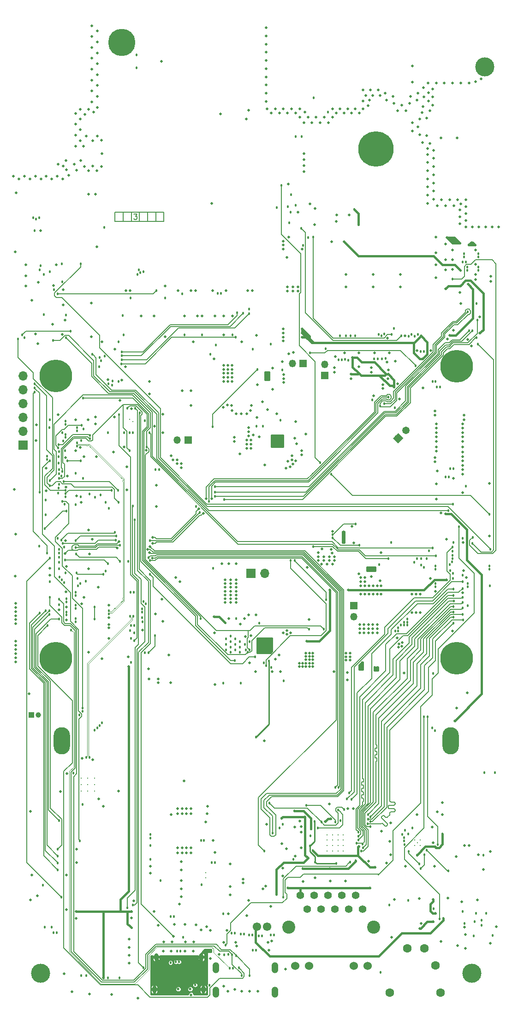
<source format=gbr>
G04 #@! TF.GenerationSoftware,KiCad,Pcbnew,5.0.0*
G04 #@! TF.CreationDate,2018-08-21T11:32:18-04:00*
G04 #@! TF.ProjectId,dvk-mx8m-bsb,64766B2D6D78386D2D6273622E6B6963,v0.1.0*
G04 #@! TF.SameCoordinates,Original*
G04 #@! TF.FileFunction,Copper,L3,Inr,Signal*
G04 #@! TF.FilePolarity,Positive*
%FSLAX46Y46*%
G04 Gerber Fmt 4.6, Leading zero omitted, Abs format (unit mm)*
G04 Created by KiCad (PCBNEW 5.0.0) date Tue Aug 21 11:32:18 2018*
%MOMM*%
%LPD*%
G01*
G04 APERTURE LIST*
G04 #@! TA.AperFunction,NonConductor*
%ADD10C,0.130000*%
G04 #@! TD*
G04 #@! TA.AperFunction,ViaPad*
%ADD11C,0.200000*%
G04 #@! TD*
G04 #@! TA.AperFunction,ViaPad*
%ADD12C,0.254000*%
G04 #@! TD*
G04 #@! TA.AperFunction,ViaPad*
%ADD13O,3.000000X5.000000*%
G04 #@! TD*
G04 #@! TA.AperFunction,ViaPad*
%ADD14C,0.300000*%
G04 #@! TD*
G04 #@! TA.AperFunction,ViaPad*
%ADD15C,6.000000*%
G04 #@! TD*
G04 #@! TA.AperFunction,ViaPad*
%ADD16C,1.600000*%
G04 #@! TD*
G04 #@! TA.AperFunction,ViaPad*
%ADD17C,3.500000*%
G04 #@! TD*
G04 #@! TA.AperFunction,ViaPad*
%ADD18O,1.250000X2.000000*%
G04 #@! TD*
G04 #@! TA.AperFunction,ViaPad*
%ADD19O,0.800000X1.400000*%
G04 #@! TD*
G04 #@! TA.AperFunction,ViaPad*
%ADD20O,1.350000X1.350000*%
G04 #@! TD*
G04 #@! TA.AperFunction,ViaPad*
%ADD21R,1.350000X1.350000*%
G04 #@! TD*
G04 #@! TA.AperFunction,ViaPad*
%ADD22C,1.350000*%
G04 #@! TD*
G04 #@! TA.AperFunction,Conductor*
%ADD23C,1.350000*%
G04 #@! TD*
G04 #@! TA.AperFunction,Conductor*
%ADD24C,0.020000*%
G04 #@! TD*
G04 #@! TA.AperFunction,ViaPad*
%ADD25C,5.000000*%
G04 #@! TD*
G04 #@! TA.AperFunction,ViaPad*
%ADD26O,1.700000X1.700000*%
G04 #@! TD*
G04 #@! TA.AperFunction,ViaPad*
%ADD27R,1.700000X1.700000*%
G04 #@! TD*
G04 #@! TA.AperFunction,ViaPad*
%ADD28C,1.550000*%
G04 #@! TD*
G04 #@! TA.AperFunction,ViaPad*
%ADD29C,1.400000*%
G04 #@! TD*
G04 #@! TA.AperFunction,ViaPad*
%ADD30C,2.400000*%
G04 #@! TD*
G04 #@! TA.AperFunction,ViaPad*
%ADD31C,1.530000*%
G04 #@! TD*
G04 #@! TA.AperFunction,ViaPad*
%ADD32C,6.500000*%
G04 #@! TD*
G04 #@! TA.AperFunction,ViaPad*
%ADD33C,1.000000*%
G04 #@! TD*
G04 #@! TA.AperFunction,ViaPad*
%ADD34R,1.000000X1.000000*%
G04 #@! TD*
G04 #@! TA.AperFunction,ViaPad*
%ADD35C,0.230000*%
G04 #@! TD*
G04 #@! TA.AperFunction,ViaPad*
%ADD36C,0.457200*%
G04 #@! TD*
G04 #@! TA.AperFunction,ViaPad*
%ADD37C,0.508000*%
G04 #@! TD*
G04 #@! TA.AperFunction,Conductor*
%ADD38C,0.134620*%
G04 #@! TD*
G04 #@! TA.AperFunction,Conductor*
%ADD39C,0.457200*%
G04 #@! TD*
G04 #@! TA.AperFunction,Conductor*
%ADD40C,0.254000*%
G04 #@! TD*
G04 #@! TA.AperFunction,Conductor*
%ADD41C,0.127000*%
G04 #@! TD*
G04 #@! TA.AperFunction,Conductor*
%ADD42C,0.203200*%
G04 #@! TD*
G04 #@! TA.AperFunction,Conductor*
%ADD43C,0.106934*%
G04 #@! TD*
G04 #@! TA.AperFunction,Conductor*
%ADD44C,0.089154*%
G04 #@! TD*
G04 APERTURE END LIST*
D10*
X82558333Y-93804761D02*
X83146428Y-93804761D01*
X82829761Y-94166666D01*
X82965476Y-94166666D01*
X83055952Y-94211904D01*
X83101190Y-94257142D01*
X83146428Y-94347619D01*
X83146428Y-94573809D01*
X83101190Y-94664285D01*
X83055952Y-94709523D01*
X82965476Y-94754761D01*
X82694047Y-94754761D01*
X82603571Y-94709523D01*
X82558333Y-94664285D01*
D11*
G04 #@! TO.N,GND*
G04 #@! TO.C,U202*
X95750000Y-215585000D03*
X95750000Y-214685000D03*
G04 #@! TD*
D12*
G04 #@! TO.N,GND*
G04 #@! TO.C,U201*
X82400000Y-131840000D03*
X81800000Y-131440000D03*
G04 #@! TD*
D13*
G04 #@! TO.N,Net-(BT301-Pad1)*
G04 #@! TO.C,BT301*
X140700000Y-190500000D03*
G04 #@! TO.N,GND*
X69300000Y-190500000D03*
G04 #@! TD*
D14*
G04 #@! TO.N,GND*
G04 #@! TO.C,U1701*
X120000000Y-208700000D03*
X120000000Y-209700000D03*
X119000000Y-209700000D03*
X118000000Y-209700000D03*
X118000000Y-210700000D03*
X119000000Y-210700000D03*
X120000000Y-210700000D03*
X121000000Y-210700000D03*
X121000000Y-209700000D03*
X121000000Y-208700000D03*
X121000000Y-207700000D03*
X120000000Y-207700000D03*
X119000000Y-207700000D03*
X118000000Y-207700000D03*
X118000000Y-208700000D03*
X119000000Y-208700000D03*
G04 #@! TD*
G04 #@! TO.N,GND*
G04 #@! TO.C,U405*
X126097000Y-158926000D03*
G04 #@! TD*
G04 #@! TO.N,GND*
G04 #@! TO.C,U404*
X107000000Y-123500000D03*
G04 #@! TD*
G04 #@! TO.N,GND*
G04 #@! TO.C,U301*
X106550000Y-173900000D03*
X106550000Y-173000000D03*
X106550000Y-172100000D03*
X107450000Y-172100000D03*
X107450000Y-173000000D03*
X107450000Y-173900000D03*
X105650000Y-173900000D03*
X105650000Y-173000000D03*
X105650000Y-172100000D03*
G04 #@! TD*
D15*
G04 #@! TO.N,GND*
G04 #@! TO.C,MOD101*
X68200000Y-123500000D03*
X68200000Y-175300000D03*
X141800000Y-121700000D03*
X141800000Y-175300000D03*
G04 #@! TD*
D16*
G04 #@! TO.N,Net-(C1624-Pad1)*
G04 #@! TO.C,J1601*
X132700000Y-228575000D03*
G04 #@! TO.N,/HP_DET*
X135900000Y-228575000D03*
G04 #@! TO.N,Net-(C1621-Pad1)*
X137900000Y-231675000D03*
G04 #@! TO.N,GND*
X138800000Y-236675000D03*
G04 #@! TO.N,Net-(J1601-Pad1)*
X129500000Y-236675000D03*
G04 #@! TD*
D17*
G04 #@! TO.N,GND*
G04 #@! TO.C,MNT102*
X147000000Y-66750000D03*
G04 #@! TD*
G04 #@! TO.N,GND*
G04 #@! TO.C,MNT101*
X65400000Y-233100000D03*
G04 #@! TD*
G04 #@! TO.N,GND*
G04 #@! TO.C,MNT103*
X144600000Y-233100000D03*
G04 #@! TD*
D18*
G04 #@! TO.N,Net-(C1905-Pad1)*
G04 #@! TO.C,J1901*
X97575000Y-236625000D03*
X108425000Y-236625000D03*
X108425000Y-232125000D03*
X97575000Y-232125000D03*
G04 #@! TD*
D19*
G04 #@! TO.N,Net-(C216-Pad2)*
G04 #@! TO.C,J201*
X95290000Y-236100000D03*
X86670000Y-230150000D03*
X86310000Y-236100000D03*
X94930000Y-230150000D03*
G04 #@! TD*
D20*
G04 #@! TO.N,1V8_P*
G04 #@! TO.C,JP404*
X90525000Y-135300000D03*
D21*
X92525000Y-135300000D03*
G04 #@! TD*
D14*
G04 #@! TO.N,GND*
G04 #@! TO.C,U407*
X124200000Y-177150000D03*
X124200000Y-176350000D03*
G04 #@! TD*
G04 #@! TO.N,GND*
G04 #@! TO.C,U402*
X121025000Y-153075000D03*
G04 #@! TD*
D22*
G04 #@! TO.N,5V_SOM*
G04 #@! TO.C,JP402*
X132489949Y-133510051D03*
D23*
X132489949Y-133510051D02*
X132489949Y-133510051D01*
D22*
X131075735Y-134924265D03*
D24*
G36*
X130121141Y-134924265D02*
X131075735Y-133969671D01*
X132030329Y-134924265D01*
X131075735Y-135878859D01*
X130121141Y-134924265D01*
X130121141Y-134924265D01*
G37*
G04 #@! TD*
D20*
G04 #@! TO.N,5V_P*
G04 #@! TO.C,JP403*
X122920000Y-167660000D03*
D21*
X122920000Y-165660000D03*
G04 #@! TD*
D14*
G04 #@! TO.N,GND*
G04 #@! TO.C,U2201*
X75300000Y-199700000D03*
X74100000Y-199700000D03*
X72900000Y-199700000D03*
X72900000Y-198500000D03*
X72900000Y-197300000D03*
X74100000Y-197300000D03*
X75300000Y-197300000D03*
X74100000Y-198500000D03*
X75300000Y-198500000D03*
G04 #@! TD*
D25*
G04 #@! TO.N,GND*
G04 #@! TO.C,MOD1501*
X80350000Y-62300000D03*
G04 #@! TD*
D26*
G04 #@! TO.N,VBAT_REG*
G04 #@! TO.C,JP301*
X106545500Y-159750000D03*
D27*
X104005500Y-159750000D03*
G04 #@! TD*
D28*
G04 #@! TO.N,Net-(MK1601-Pad2)*
G04 #@! TO.C,MK1601*
X105100000Y-224591000D03*
G04 #@! TO.N,GND*
X107000000Y-224591000D03*
G04 #@! TD*
D29*
G04 #@! TO.N,/Ethernet/ETH_TRX3_N*
G04 #@! TO.C,J1701*
X123245000Y-218810000D03*
G04 #@! TO.N,GND*
X124515000Y-221350000D03*
D30*
G04 #@! TO.N,Net-(FB1703-Pad1)*
X126590000Y-224650000D03*
X111005000Y-224650000D03*
D31*
G04 #@! TO.N,GND*
X125435000Y-231770000D03*
X114705000Y-231770000D03*
G04 #@! TO.N,Net-(J1701-Pad11)*
X112165000Y-231770000D03*
G04 #@! TO.N,Net-(J1701-Pad13)*
X122895000Y-231770000D03*
D29*
G04 #@! TO.N,/Ethernet/ETH_TRX3_P*
X121975000Y-221350000D03*
G04 #@! TO.N,/Ethernet/ETH_TRX2_N*
X119435000Y-221350000D03*
G04 #@! TO.N,/Ethernet/ETH_TRX1_N*
X120705000Y-218810000D03*
G04 #@! TO.N,/Ethernet/ETH_TRX2_P*
X118165000Y-218810000D03*
G04 #@! TO.N,/Ethernet/ETH_TRX1_P*
X116895000Y-221350000D03*
G04 #@! TO.N,/Ethernet/ETH_TRX0_N*
X115625000Y-218810000D03*
G04 #@! TO.N,/Ethernet/ETH_TRX0_P*
X114355000Y-221350000D03*
G04 #@! TO.N,Net-(C1719-Pad1)*
X113085000Y-218810000D03*
G04 #@! TD*
D32*
G04 #@! TO.N,GND*
G04 #@! TO.C,MOD1801*
X127000000Y-81840000D03*
G04 #@! TD*
D14*
G04 #@! TO.N,GND*
G04 #@! TO.C,U401*
X109640000Y-136245000D03*
X109640000Y-134645000D03*
X108040000Y-134645000D03*
X108040000Y-136245000D03*
X108840000Y-135445000D03*
G04 #@! TD*
D33*
G04 #@! TO.N,Net-(C2401-Pad1)*
G04 #@! TO.C,J2401*
X65025000Y-185700000D03*
D34*
G04 #@! TO.N,GND*
X63775000Y-185700000D03*
G04 #@! TD*
D35*
G04 #@! TO.N,GND*
G04 #@! TO.C,U1601*
X134600000Y-209200000D03*
X134100000Y-208700000D03*
X135100000Y-208700000D03*
X135100000Y-209700000D03*
X134100000Y-209700000D03*
G04 #@! TD*
D26*
G04 #@! TO.N,Net-(J701-Pad6)*
G04 #@! TO.C,J701*
X62200000Y-123500000D03*
G04 #@! TO.N,/UART Debug/TX->RX*
X62200000Y-126040000D03*
G04 #@! TO.N,/UART Debug/RX<-TX*
X62200000Y-128580000D03*
G04 #@! TO.N,Net-(J701-Pad3)*
X62200000Y-131120000D03*
G04 #@! TO.N,Net-(J701-Pad2)*
X62200000Y-133660000D03*
D27*
G04 #@! TO.N,GND*
X62200000Y-136200000D03*
G04 #@! TD*
D20*
G04 #@! TO.N,3V3*
G04 #@! TO.C,JP401*
X111620000Y-121200000D03*
D21*
X113620000Y-121200000D03*
G04 #@! TD*
D20*
G04 #@! TO.N,3V3_P*
G04 #@! TO.C,JP1801*
X117600000Y-121400000D03*
D21*
X117600000Y-123400000D03*
G04 #@! TD*
D36*
G04 #@! TO.N,GND*
X127700000Y-129000000D03*
X101360000Y-168028500D03*
D37*
X106487500Y-190500000D03*
X79962500Y-128015000D03*
X86345000Y-132769500D03*
X89950000Y-224200000D03*
X93986000Y-224239277D03*
X91950000Y-224200000D03*
X103600000Y-167362500D03*
X104950000Y-167362500D03*
X102870000Y-168062500D03*
X107955000Y-177787500D03*
X110600000Y-170920000D03*
X110600000Y-170245000D03*
X111275000Y-170650000D03*
X109925000Y-170650000D03*
X81700000Y-231265000D03*
X81700000Y-228365000D03*
X81700000Y-226915000D03*
X81700000Y-229815000D03*
X91800000Y-197798000D03*
X96087500Y-202475000D03*
X93550000Y-227390000D03*
X88050000Y-227390000D03*
X93425000Y-229090000D03*
X87925000Y-229090000D03*
X90937500Y-220410000D03*
X113000000Y-205215000D03*
X97412500Y-180150000D03*
X75532500Y-132345000D03*
X91290000Y-217635000D03*
X91290000Y-219060000D03*
X91290000Y-212635000D03*
X100210000Y-217235000D03*
X100210000Y-213035000D03*
X95735000Y-205410000D03*
X96001000Y-203825000D03*
X103777500Y-176200000D03*
X104915000Y-177750000D03*
X100010000Y-157971500D03*
X101360000Y-157971500D03*
X114687000Y-168187000D03*
X114337000Y-158667000D03*
X112165000Y-211650000D03*
X127985000Y-207100000D03*
X71890000Y-131500000D03*
X75532500Y-130995000D03*
X113930000Y-75110000D03*
X129900000Y-226500000D03*
X135240000Y-223960000D03*
X134900000Y-219400000D03*
X130400000Y-219600000D03*
X132385000Y-213500000D03*
X137715000Y-213500000D03*
X137500000Y-209175000D03*
X137325000Y-206325000D03*
X143275000Y-209700000D03*
X146700000Y-214100000D03*
X136300000Y-76175000D03*
X130075000Y-72200000D03*
X133325000Y-72200000D03*
X141900000Y-79810800D03*
X138900000Y-79810800D03*
X133710800Y-69600000D03*
X133710800Y-66600000D03*
X81250000Y-144420000D03*
X74900000Y-153435000D03*
X76920000Y-202500000D03*
X79720000Y-199700000D03*
X89350000Y-204000000D03*
X85600000Y-213485000D03*
X73365000Y-164100000D03*
X107300000Y-228930000D03*
X83325000Y-237725000D03*
X78425000Y-237075000D03*
X74425000Y-236932200D03*
X82100000Y-223000000D03*
X71209261Y-236548320D03*
X69100000Y-199800000D03*
X63600000Y-219700000D03*
X63600000Y-203400000D03*
X121800000Y-202900000D03*
X136300000Y-79425000D03*
X131700000Y-73800000D03*
X134700000Y-77800000D03*
X128700000Y-71600000D03*
X127400000Y-71000000D03*
X128900000Y-72900000D03*
X127700000Y-72000000D03*
X126000000Y-71000000D03*
X124600000Y-71000000D03*
X126425000Y-72000000D03*
X125150000Y-72000000D03*
X139550000Y-69725000D03*
X138050000Y-69725000D03*
X136550000Y-69725000D03*
X141050000Y-69725000D03*
X142550000Y-69725000D03*
X144050000Y-69725000D03*
X146300000Y-68975000D03*
X145300000Y-69475000D03*
X130250000Y-73500000D03*
X133150000Y-73500000D03*
X135700000Y-70600000D03*
X134700000Y-71600000D03*
X137400000Y-70800000D03*
X136650000Y-73050000D03*
X134500000Y-72900000D03*
X136900000Y-74800000D03*
X137400000Y-73800000D03*
X137400000Y-72300000D03*
X136650000Y-71550000D03*
X135800000Y-72300000D03*
X135650000Y-74050000D03*
X135450000Y-75150000D03*
X137550000Y-82075000D03*
X136900000Y-80800000D03*
X137550000Y-83575000D03*
X137550000Y-85075000D03*
X137550000Y-86575000D03*
X137550000Y-88075000D03*
X137550000Y-89575000D03*
X137550000Y-91075000D03*
X139000000Y-91175000D03*
X140500000Y-91175000D03*
X142000000Y-91175000D03*
X143500000Y-91175000D03*
X143500000Y-92425000D03*
X143500000Y-93675000D03*
X143500000Y-94925000D03*
X143500000Y-96175000D03*
X144700000Y-96175000D03*
X145900000Y-96175000D03*
X147100000Y-96175000D03*
X148300000Y-96175000D03*
X149500000Y-96175000D03*
X136500000Y-87325000D03*
X136500000Y-90325000D03*
X136500000Y-88825000D03*
X136500000Y-85825000D03*
X136500000Y-91825000D03*
X136500000Y-82825000D03*
X136500000Y-84325000D03*
X138275000Y-92225000D03*
X139775000Y-92225000D03*
X141275000Y-92225000D03*
X142400000Y-93050000D03*
X142600000Y-91950000D03*
X142400000Y-94300000D03*
X142400000Y-95550000D03*
X136500000Y-81775000D03*
X135000000Y-76350000D03*
X135000000Y-79250000D03*
X135525000Y-80650000D03*
X124600000Y-73000000D03*
X132450000Y-74800000D03*
X130950000Y-74800000D03*
X133675000Y-77050000D03*
X133675000Y-78550000D03*
X118449164Y-202107627D03*
X145600000Y-219700000D03*
X142700000Y-220000000D03*
X138900000Y-227300000D03*
X140202007Y-219367985D03*
X125800000Y-72900000D03*
X124600000Y-74500000D03*
X123200000Y-74500000D03*
X121800000Y-74500000D03*
X120400000Y-74500000D03*
X119000000Y-74500000D03*
X119000000Y-76000000D03*
X117500000Y-76000000D03*
X116000000Y-76000000D03*
X114500000Y-76000000D03*
X112250000Y-75250000D03*
X113000000Y-74500000D03*
X111500000Y-74500000D03*
X110000000Y-74500000D03*
X108500000Y-74500000D03*
X106800000Y-73100000D03*
X106800000Y-71600000D03*
X106800000Y-70100000D03*
X106800000Y-68600000D03*
X106800000Y-67100000D03*
X106800000Y-64100000D03*
X106800000Y-65600000D03*
X106800000Y-62600000D03*
X106800000Y-61100000D03*
X106800000Y-59600000D03*
X113000000Y-76000000D03*
X110750000Y-75250000D03*
X109250000Y-75250000D03*
X107750000Y-75250000D03*
X118250000Y-77000000D03*
X115250000Y-77000000D03*
X113750000Y-77000000D03*
X116750000Y-77000000D03*
X119700000Y-75200000D03*
X121100000Y-75200000D03*
X122500000Y-75200000D03*
X123900000Y-75200000D03*
X125500000Y-73900000D03*
X107000000Y-74500000D03*
X101240000Y-227500000D03*
X107200000Y-227500000D03*
X101400000Y-228150000D03*
X107850000Y-227250000D03*
X99000000Y-227450000D03*
X95900000Y-224550000D03*
X128900000Y-212900000D03*
X125651680Y-212600000D03*
X65399999Y-96800000D03*
X60750000Y-100750000D03*
X75750000Y-99750000D03*
X60900000Y-89900000D03*
X74250000Y-90100000D03*
X75500000Y-90100000D03*
X62750000Y-105100000D03*
X63800000Y-109615000D03*
X83850000Y-112500000D03*
X86250000Y-112500000D03*
X91850000Y-112500000D03*
X94250000Y-112500000D03*
X95050000Y-112500000D03*
X81850000Y-107800000D03*
X90650000Y-107800000D03*
X100650000Y-112500000D03*
X80300000Y-124300000D03*
X77800000Y-124200000D03*
X79050000Y-118600000D03*
X69400000Y-115900000D03*
X115800000Y-215635000D03*
X118600000Y-216235000D03*
X121400000Y-216235000D03*
X77950000Y-171650000D03*
X71987500Y-223050000D03*
X98232500Y-229698000D03*
X102300000Y-236450000D03*
X103800000Y-236450000D03*
X105290000Y-236450000D03*
X99800000Y-236450000D03*
X101040000Y-236135000D03*
X99000000Y-112500000D03*
X76700000Y-117200000D03*
X103450000Y-107800000D03*
X99450000Y-107800000D03*
X97050000Y-107800000D03*
X93850000Y-107800000D03*
X102300000Y-117200000D03*
X102300000Y-117200000D03*
X74700000Y-116312500D03*
D36*
X100650000Y-115977080D03*
X91850000Y-115977080D03*
X95050000Y-115977080D03*
D37*
X69600000Y-110500000D03*
X69956585Y-113218343D03*
X119400000Y-122800000D03*
X119400000Y-122000000D03*
X126100000Y-122000000D03*
X113765000Y-82700000D03*
X113765000Y-83800000D03*
X113765000Y-84900000D03*
X113765000Y-86000000D03*
X70185000Y-85650000D03*
X68650000Y-84637000D03*
X71570000Y-84637000D03*
X75025000Y-80300000D03*
X75025000Y-85000000D03*
X70110000Y-83987000D03*
X126700000Y-119300000D03*
X110900000Y-88300000D03*
X87600000Y-65740000D03*
X134500000Y-118800000D03*
X110525000Y-210273000D03*
X113300000Y-210085000D03*
X113300000Y-207225000D03*
X112075000Y-206327000D03*
X76712500Y-175412500D03*
X74231647Y-174187500D03*
X74973761Y-193900000D03*
X143000000Y-154100000D03*
X141218516Y-115131484D03*
X143399998Y-226050000D03*
X60600000Y-144285000D03*
X60800000Y-160285000D03*
D36*
X98992800Y-222200000D03*
D37*
X142900000Y-163324620D03*
X137900000Y-163000000D03*
X141000000Y-170300000D03*
X139900000Y-153500000D03*
X143100000Y-159256514D03*
X138100000Y-146124620D03*
X60470000Y-86860000D03*
X62470000Y-86860000D03*
X64470000Y-86860000D03*
X66470000Y-86860000D03*
X68470000Y-86860000D03*
X69470000Y-87360000D03*
X63470000Y-87360000D03*
X61470000Y-87360000D03*
X65470000Y-87360000D03*
X67470000Y-87360000D03*
X72800000Y-84000000D03*
X73300000Y-81300000D03*
X71900000Y-81300000D03*
X76600000Y-85100000D03*
X71900000Y-79300000D03*
X71900000Y-77300000D03*
X71900000Y-75300000D03*
X72700000Y-74560000D03*
X72700000Y-76300000D03*
X72700000Y-78300000D03*
X72700000Y-80300000D03*
X74200000Y-74560000D03*
X74860000Y-73200000D03*
X74860000Y-71200000D03*
X74860000Y-69200000D03*
X74860000Y-67200000D03*
X74860000Y-65200000D03*
X74860000Y-63200000D03*
X74860000Y-61200000D03*
X74860000Y-59200000D03*
X75860000Y-72200000D03*
X75860000Y-60200000D03*
X75860000Y-74200000D03*
X75860000Y-70200000D03*
X75860000Y-68200000D03*
X75860000Y-62200000D03*
X75860000Y-64200000D03*
X75860000Y-66200000D03*
X73575000Y-75500000D03*
X76695000Y-82650000D03*
X73850000Y-79475000D03*
X75800000Y-79475000D03*
X75775000Y-85800000D03*
X73450000Y-85100000D03*
X74225000Y-85800000D03*
X75200000Y-75100000D03*
X69535000Y-84950000D03*
X70600000Y-86700000D03*
X72010000Y-85760000D03*
X80750000Y-136548320D03*
X105560000Y-134655000D03*
X105165000Y-131150000D03*
X112380000Y-135919000D03*
X112120000Y-134887500D03*
X121185000Y-119300000D03*
X123885000Y-119300000D03*
X106585000Y-139800000D03*
X107980000Y-122022500D03*
X101290000Y-130400000D03*
X102290000Y-130400000D03*
X103290000Y-130400000D03*
X108046000Y-125930000D03*
X105220000Y-125120000D03*
X137849998Y-129925000D03*
X137850000Y-130725000D03*
X143150000Y-130725000D03*
X142890000Y-137500000D03*
X138110000Y-137300000D03*
X142890000Y-138300000D03*
X142890000Y-139100000D03*
X142890000Y-139900000D03*
X142890000Y-140700000D03*
X142890000Y-141500000D03*
X67110000Y-160100000D03*
X67110000Y-158800000D03*
X64660000Y-132470000D03*
X86285000Y-221800000D03*
X82530000Y-219825000D03*
X103270034Y-222524966D03*
X102600000Y-215900000D03*
X107700000Y-220900000D03*
X76600000Y-80200000D03*
X75683940Y-138346060D03*
X71850000Y-137248000D03*
X72070000Y-212860000D03*
X143150000Y-131510000D03*
X121025000Y-154030000D03*
X117075000Y-155285000D03*
X127717000Y-161051000D03*
X127887500Y-155900000D03*
X123875000Y-159812500D03*
X146057359Y-112688369D03*
X132300000Y-116100000D03*
X145250000Y-103050000D03*
D36*
X145400000Y-110200000D03*
D37*
X145250000Y-104850000D03*
X141190000Y-142300000D03*
X141025000Y-103950000D03*
X141025000Y-102150000D03*
X141025000Y-100350000D03*
X142375000Y-108150000D03*
X137980000Y-105460000D03*
X137980000Y-97990000D03*
X137980000Y-103101514D03*
X137980000Y-100887500D03*
X148050000Y-106130000D03*
X148050000Y-105185000D03*
X77950000Y-167850000D03*
X77950000Y-169750000D03*
X68800000Y-166400000D03*
X69900000Y-156100000D03*
X70000000Y-153700000D03*
X70200000Y-158500000D03*
X70200000Y-165900000D03*
X70326859Y-141892852D03*
X72911802Y-146671222D03*
X72033447Y-145544510D03*
X145261177Y-100361866D03*
X114150500Y-134187000D03*
X100590000Y-129884500D03*
X103990000Y-129882500D03*
X100490000Y-128882500D03*
X104090000Y-128882500D03*
X100947200Y-134750000D03*
X100947200Y-135500000D03*
X101987500Y-137845000D03*
X84100000Y-170150000D03*
X70100000Y-163100000D03*
X87850000Y-168562500D03*
X75975000Y-162315000D03*
X126100000Y-122800000D03*
X100000000Y-168028500D03*
X97350000Y-170650000D03*
X86500000Y-167150000D03*
X143590000Y-160520000D03*
X134332500Y-163560000D03*
X133582500Y-163560000D03*
X135082500Y-163560000D03*
X134332500Y-166960000D03*
X133582500Y-166960000D03*
X135082500Y-166960000D03*
X121765000Y-177975000D03*
X119250000Y-177787500D03*
X121765000Y-179325000D03*
X111700000Y-107175000D03*
X110700000Y-107175000D03*
X112700000Y-107175000D03*
X112700000Y-107925000D03*
X110700000Y-107925000D03*
X111700000Y-107925000D03*
X126525000Y-127160000D03*
X129198000Y-123984000D03*
X98660000Y-157971500D03*
X128215000Y-125075000D03*
D36*
X117750000Y-118522920D03*
D37*
X129100000Y-116551680D03*
X118830000Y-98825000D03*
X122060000Y-93975000D03*
X131825000Y-172437500D03*
X131200000Y-172700000D03*
X131100000Y-173300000D03*
X130900000Y-171600000D03*
X144500000Y-118000000D03*
X149100000Y-224615000D03*
X68660000Y-130620000D03*
X122400000Y-123985002D03*
X129440000Y-119300000D03*
X143740000Y-181650000D03*
X141815000Y-184450000D03*
X147850000Y-152899998D03*
X147850000Y-143200000D03*
X93035000Y-237085000D03*
X87046243Y-224303757D03*
D36*
X66015000Y-112240000D03*
D37*
X67800000Y-106900000D03*
X148000000Y-227600000D03*
X70057660Y-143868456D03*
X131697988Y-173097988D03*
X130500000Y-120815000D03*
X77950000Y-165600000D03*
X99700000Y-128875000D03*
X98925000Y-129250000D03*
X70000000Y-138500000D03*
X62700000Y-107000000D03*
X103612500Y-74750000D03*
X103150000Y-76332500D03*
X69600000Y-107650000D03*
X98470000Y-75450000D03*
X129500000Y-208965000D03*
X141675500Y-211725000D03*
X129651000Y-205549000D03*
X138212500Y-203550000D03*
X142000000Y-228035000D03*
X143225000Y-224645002D03*
X147970000Y-210750000D03*
X139200000Y-201780000D03*
X88300000Y-106952920D03*
X131500000Y-104865000D03*
X126500000Y-104865000D03*
X121500000Y-104865000D03*
X115750000Y-95745000D03*
X93000000Y-128935000D03*
X97100000Y-208730000D03*
X60870000Y-172212500D03*
X60870000Y-175962500D03*
X60870000Y-173712500D03*
X60870000Y-172962500D03*
X60870000Y-174462500D03*
X60870000Y-175212500D03*
X87030000Y-179800000D03*
X85400000Y-124530000D03*
X90250000Y-160500000D03*
X91000000Y-161250000D03*
X87730000Y-164440000D03*
X73017012Y-193717010D03*
X70227011Y-196507011D03*
X81550000Y-175049998D03*
X85200000Y-177287500D03*
X107085000Y-129650000D03*
D36*
X72850000Y-135370000D03*
D37*
X65015000Y-106300000D03*
X68300000Y-103128320D03*
X62700000Y-103128320D03*
X69750000Y-233240000D03*
X109415000Y-177787500D03*
X70200007Y-168299993D03*
X138960000Y-148650000D03*
X137850000Y-139287500D03*
X137850000Y-138487500D03*
X138262500Y-140900000D03*
X138110000Y-143300000D03*
X109700000Y-209375000D03*
X109850000Y-215250000D03*
X102085000Y-169062500D03*
X85400000Y-155900000D03*
X85500000Y-154800000D03*
X86000000Y-154200000D03*
X86000000Y-153100000D03*
X94500000Y-147900000D03*
X95300000Y-148700000D03*
X95800000Y-146000000D03*
X96800000Y-146000000D03*
X140100000Y-116700000D03*
X137050000Y-118850000D03*
X79800000Y-153900000D03*
X79500000Y-155100000D03*
X122600000Y-151108600D03*
X121025000Y-152120000D03*
X119057500Y-152002500D03*
X137000000Y-160700000D03*
X97450000Y-112500000D03*
G04 #@! TO.N,Net-(BT301-Pad1)*
X115385000Y-176845000D03*
X115385000Y-176225000D03*
X115385000Y-175605000D03*
X115385000Y-174985000D03*
X115385000Y-174365000D03*
X114765000Y-174365000D03*
X114765000Y-174985000D03*
X114765000Y-175605000D03*
X114765000Y-176845000D03*
X114765000Y-176225000D03*
X114145000Y-176845000D03*
X113525000Y-176845000D03*
X112905000Y-176845000D03*
X114145000Y-176225000D03*
X113525000Y-176225000D03*
X112905000Y-176225000D03*
X114145000Y-175605000D03*
X114145000Y-174985000D03*
X114145000Y-174365000D03*
G04 #@! TO.N,5V_SOM*
X138110000Y-132300000D03*
X138110000Y-132300000D03*
X138110000Y-133100000D03*
X138110000Y-133900000D03*
X138110000Y-134700000D03*
X138110000Y-135500000D03*
X138110000Y-136500000D03*
X142890000Y-132300000D03*
X142890000Y-133100000D03*
X142890000Y-133900000D03*
X142890000Y-134700000D03*
X142890000Y-135500000D03*
X142890000Y-136500000D03*
X118775000Y-155335000D03*
X116400000Y-155900000D03*
X117400000Y-157400000D03*
X118400000Y-157400000D03*
X119400000Y-157400000D03*
X119000000Y-158050000D03*
X118000000Y-158050000D03*
X117000000Y-158050000D03*
X116400000Y-157400000D03*
X116400000Y-156650000D03*
X119400000Y-156650000D03*
X118400000Y-156650000D03*
X117400000Y-156650000D03*
X118900000Y-156050000D03*
G04 #@! TO.N,3V3_OUT*
X66410000Y-144610000D03*
X66410000Y-140390000D03*
X74160000Y-131500000D03*
X87860000Y-133900000D03*
X84827896Y-137124409D03*
X142890000Y-144900000D03*
X139900000Y-160900000D03*
X97290400Y-167700000D03*
X70210000Y-215120000D03*
X63810000Y-215120000D03*
X72070000Y-210330000D03*
X121900000Y-162800000D03*
X118537000Y-162800000D03*
X114300000Y-172200000D03*
X99300000Y-168800004D03*
D36*
G04 #@! TO.N,/ENET_2V5*
X123816967Y-209857570D03*
X114500000Y-212000000D03*
X126800000Y-213700000D03*
X143500000Y-143700000D03*
X108700000Y-218700000D03*
X115400010Y-210622920D03*
X109650000Y-204700000D03*
X113962955Y-204462955D03*
D37*
G04 #@! TO.N,1V8_P*
X100210000Y-218735000D03*
X91290000Y-214135000D03*
X91292000Y-216135000D03*
X99900000Y-222250000D03*
X96550000Y-225300000D03*
X102600000Y-216550000D03*
X103650000Y-219800000D03*
X106250000Y-217650000D03*
X146068990Y-115600000D03*
X131285006Y-127750000D03*
X142449000Y-106950000D03*
X139750000Y-99312500D03*
X139750000Y-102131514D03*
X139750000Y-104061514D03*
X128250000Y-125750000D03*
X115835000Y-92800000D03*
X139750000Y-107500000D03*
X90462500Y-138870000D03*
X90462500Y-139620000D03*
X89712500Y-138870000D03*
X89362500Y-138120000D03*
X91212500Y-139620000D03*
X91212500Y-140370000D03*
X129265000Y-122400000D03*
X129650000Y-211350000D03*
X70200000Y-221500000D03*
X96600000Y-230400000D03*
X97400000Y-211000000D03*
D36*
X87400000Y-216135000D03*
D37*
X113600000Y-216300000D03*
X86700000Y-143600000D03*
X86700000Y-147500000D03*
X81000000Y-121800000D03*
X67600000Y-114000000D03*
X129000000Y-121000000D03*
X109800000Y-120900000D03*
X123850000Y-121800000D03*
X97300000Y-120400000D03*
X91400000Y-126200000D03*
X93000000Y-126200000D03*
X135600000Y-125700000D03*
X142600000Y-110166514D03*
D36*
X94950000Y-216850000D03*
D37*
X99650000Y-225300000D03*
X106750000Y-217150000D03*
D36*
X137500000Y-178100000D03*
D37*
X131000000Y-124900000D03*
D36*
G04 #@! TO.N,VBUS*
X100326000Y-172250000D03*
X99470000Y-171750000D03*
X101182000Y-173750000D03*
X101182000Y-172750000D03*
X101182000Y-171750000D03*
X100326000Y-171250000D03*
X100326000Y-173250000D03*
X99470000Y-173750000D03*
D37*
X104075000Y-171155000D03*
X102980000Y-171337500D03*
X93000000Y-203824667D03*
X90600000Y-202916334D03*
X90600000Y-203824667D03*
X91400000Y-202916334D03*
X91400000Y-203824667D03*
X92200000Y-203824667D03*
X92200000Y-202916334D03*
X93000000Y-202916334D03*
D36*
X100326000Y-174250000D03*
X102038000Y-172250000D03*
X102038000Y-173250000D03*
X102038000Y-174250000D03*
X99470000Y-172750000D03*
D37*
X82093335Y-129480140D03*
D36*
G04 #@! TO.N,/USB-C/BYPASS*
X77807500Y-133900000D03*
D37*
G04 #@! TO.N,3V3*
X79007500Y-130995000D03*
X74200000Y-151815000D03*
X74435000Y-156200000D03*
X64910000Y-117537500D03*
X74252989Y-158912989D03*
X110020000Y-124725000D03*
X110020000Y-123975000D03*
X110020000Y-123225000D03*
X112280000Y-131912500D03*
X108760000Y-130450000D03*
X132150000Y-178050000D03*
G04 #@! TO.N,5V_P*
X76100000Y-201125000D03*
X126097000Y-160351000D03*
X124200000Y-160500000D03*
X124950000Y-160500000D03*
X124200000Y-161250000D03*
X124950000Y-161250000D03*
X124200000Y-162000000D03*
X124950000Y-162000000D03*
X124950000Y-162000000D03*
X124200000Y-162000000D03*
X126450000Y-162000000D03*
X125700000Y-162000000D03*
X127950000Y-162000000D03*
X127200000Y-162000000D03*
X124950000Y-163561610D03*
X124200000Y-163561610D03*
X127950000Y-163561610D03*
X127200000Y-163561610D03*
X126450000Y-163561610D03*
X125700000Y-163561610D03*
X124000000Y-169100000D03*
X125600000Y-169100000D03*
X126400000Y-169100000D03*
X124800000Y-169100000D03*
X127200000Y-169100000D03*
X125600000Y-169900000D03*
X124800000Y-169900000D03*
X127200000Y-169900000D03*
X126400000Y-169900000D03*
X124000000Y-169900000D03*
X124000000Y-170700000D03*
X124800000Y-170700000D03*
X125600000Y-170700000D03*
X126400000Y-170700000D03*
X77950000Y-169100000D03*
X89300000Y-179800000D03*
X87893000Y-130494500D03*
X85399992Y-126800000D03*
X73000000Y-165300000D03*
X127200000Y-170700000D03*
X106115000Y-128250000D03*
X72670496Y-136645496D03*
G04 #@! TO.N,Net-(C216-Pad2)*
X96612500Y-229000000D03*
D36*
G04 #@! TO.N,/Battery/RGEN*
X105600000Y-168875000D03*
D37*
G04 #@! TO.N,VBAT*
X109240000Y-174720000D03*
X108565000Y-175512500D03*
G04 #@! TO.N,VBAT_REG*
X99295333Y-165050000D03*
X99295333Y-164366666D03*
X99295333Y-163683333D03*
X99295333Y-163000000D03*
X99295333Y-162316667D03*
X99295333Y-161633333D03*
X99295333Y-160950000D03*
X100327667Y-165050000D03*
X100327667Y-164366666D03*
X100327667Y-163683333D03*
X100327667Y-163000000D03*
X100327667Y-162316667D03*
X100327667Y-161633333D03*
X100327667Y-160950000D03*
X101360000Y-165050000D03*
X101360000Y-164366666D03*
X101360000Y-163683333D03*
X101360000Y-162316667D03*
X101360000Y-163000000D03*
X101360000Y-161633333D03*
X101360000Y-160950000D03*
X104500000Y-134315000D03*
X111740000Y-139640000D03*
X112290000Y-139090000D03*
X111190000Y-140190000D03*
X113380000Y-137194000D03*
X113380000Y-137944000D03*
X111540000Y-138890000D03*
X110790000Y-139173000D03*
X111540000Y-138140004D03*
X110445000Y-140448000D03*
X122950000Y-154147500D03*
X104000000Y-136000000D03*
X104000000Y-135250000D03*
X121515000Y-174425000D03*
X122215000Y-174425000D03*
X122215000Y-175037500D03*
X121515000Y-175037500D03*
X121515000Y-175650000D03*
X122215000Y-175650000D03*
X103250000Y-135250000D03*
X103250000Y-136000000D03*
X103625000Y-133750000D03*
X103625000Y-133000000D03*
X103625000Y-134500000D03*
X104000000Y-136750000D03*
X103250000Y-136750000D03*
G04 #@! TO.N,3V3_P*
X106950000Y-205800000D03*
X114900000Y-91900000D03*
X135000000Y-224900000D03*
X137925000Y-222100000D03*
X144075000Y-209700000D03*
X81250000Y-140180000D03*
X78830000Y-137500000D03*
X137500000Y-219600000D03*
X122800000Y-202900000D03*
X143400000Y-228600000D03*
X88300000Y-116300000D03*
X105085000Y-116015000D03*
X81050000Y-107800000D03*
X93050000Y-107800000D03*
X104250000Y-107800000D03*
D36*
X103700000Y-111235382D03*
X80500000Y-112400000D03*
X79700000Y-117200000D03*
D37*
X74700000Y-110087500D03*
X110625000Y-101700000D03*
D36*
X81900000Y-109222920D03*
X88300000Y-109222920D03*
D37*
X64500000Y-115800000D03*
X93430000Y-117200000D03*
X119515000Y-119985000D03*
X122700000Y-120100002D03*
D36*
X108800000Y-92600000D03*
D37*
X112650000Y-93450000D03*
X73415000Y-138297000D03*
X63300000Y-181825000D03*
X110350000Y-232350000D03*
X64550000Y-135325000D03*
X60854000Y-152515000D03*
X111000000Y-119400000D03*
X110000000Y-117100000D03*
X100540000Y-121532500D03*
X100540000Y-122282500D03*
X100540000Y-123032500D03*
X99790000Y-122282500D03*
X99790000Y-123032500D03*
X99790000Y-121532500D03*
X99040000Y-122282500D03*
X99040000Y-121532500D03*
X99040000Y-123032500D03*
X99040000Y-123782500D03*
X99790000Y-123782500D03*
X100540000Y-123782500D03*
X94925000Y-225174998D03*
X137500000Y-223700000D03*
X99040000Y-124532500D03*
X99790000Y-124532500D03*
X100540000Y-124532500D03*
X99050000Y-115950000D03*
X110000000Y-114862500D03*
X110000000Y-115612500D03*
X110000000Y-116362500D03*
X113400000Y-114862500D03*
X113400000Y-116362500D03*
X113400000Y-115612500D03*
X110000000Y-98737500D03*
X113400000Y-100237500D03*
X110000000Y-100237500D03*
X110000000Y-99487500D03*
X111000000Y-97987500D03*
X111800000Y-119200000D03*
X119690000Y-95100000D03*
X119790000Y-93975000D03*
X135245246Y-116122622D03*
X64860000Y-218900000D03*
X129231000Y-123150000D03*
X122450000Y-123150000D03*
X123850000Y-123015000D03*
X130309000Y-125549000D03*
X134551680Y-204025000D03*
X96850000Y-91800000D03*
X139200000Y-204050000D03*
X145750000Y-211350000D03*
X131500000Y-107135000D03*
X126500000Y-107135000D03*
X121500000Y-107135000D03*
X60870000Y-165237500D03*
X60870000Y-168237500D03*
X60870000Y-165987500D03*
X60870000Y-167487500D03*
X60870000Y-168987500D03*
X60870000Y-166737500D03*
X113300000Y-206185000D03*
X135500000Y-120400000D03*
X109900000Y-213800000D03*
D36*
G04 #@! TO.N,Net-(C416-Pad1)*
X119057500Y-152613000D03*
X123250000Y-150650000D03*
D37*
G04 #@! TO.N,2V8_P*
X140510000Y-116060000D03*
X143900000Y-106650000D03*
X145300000Y-105820000D03*
X143817009Y-116817009D03*
X142500000Y-104100000D03*
X92900000Y-236050000D03*
X121100000Y-98825000D03*
X90700000Y-236050000D03*
G04 #@! TO.N,3V3_SNVS*
X141435000Y-186800000D03*
X139800000Y-148800000D03*
G04 #@! TO.N,3V3_SD*
X76950000Y-233950000D03*
X82100006Y-221800000D03*
X82099992Y-224800000D03*
X85300000Y-179100000D03*
X89000000Y-174700000D03*
X71987500Y-221800000D03*
X87000000Y-179100000D03*
X81600000Y-176800000D03*
D36*
G04 #@! TO.N,/USB Hub + SDIO Bridge/RDRV33*
X84100000Y-168650000D03*
X82000000Y-171700000D03*
X82600000Y-170700000D03*
G04 #@! TO.N,/SD2_~RST*
X75300000Y-168150000D03*
X75300000Y-165900000D03*
X141100000Y-160700004D03*
X129838369Y-115900000D03*
X115500014Y-98000000D03*
X129300000Y-157000000D03*
X84070000Y-167900000D03*
X97100000Y-158797508D03*
X115500000Y-154850000D03*
G04 #@! TO.N,/USB Hub + SDIO Bridge/RDRV5*
X85200000Y-174300000D03*
X86400000Y-171150000D03*
G04 #@! TO.N,Net-(C1301-Pad1)*
X145700000Y-117675000D03*
X144700000Y-154200000D03*
G04 #@! TO.N,/BTN2*
X65184799Y-154700000D03*
X68785132Y-155315977D03*
G04 #@! TO.N,/SYS_~RST*
X73100000Y-184450000D03*
X76250000Y-187650000D03*
X69400000Y-146500000D03*
X68830000Y-143370000D03*
G04 #@! TO.N,/ONOFF*
X61300000Y-116700000D03*
X106800000Y-176650000D03*
X79700000Y-146700000D03*
X67152000Y-143682000D03*
X111299998Y-157400000D03*
G04 #@! TO.N,/WWAN mPCIe/UIM-PWR*
X64300000Y-96800000D03*
X83234620Y-104900000D03*
X67900000Y-107700000D03*
X65400000Y-103300000D03*
X69400000Y-106200000D03*
G04 #@! TO.N,/WWAN mPCIe/UIM-CLK*
X64050000Y-94450000D03*
X84300000Y-104350004D03*
X67099994Y-104400000D03*
G04 #@! TO.N,/WWAN mPCIe/UIM-RESET*
X64572526Y-94711263D03*
X65999996Y-104899996D03*
X83500000Y-104000000D03*
G04 #@! TO.N,/WWAN mPCIe/UIM-DATA*
X65150000Y-94450000D03*
X65300016Y-104000000D03*
X83736373Y-104553716D03*
X83736372Y-104553716D03*
G04 #@! TO.N,/WWAN mPCIe/SIM_DETECT_I*
X77150000Y-96200000D03*
X69300000Y-102900000D03*
G04 #@! TO.N,Net-(C1604-Pad1)*
X134500000Y-211500000D03*
X139200000Y-207550000D03*
G04 #@! TO.N,Net-(C1606-Pad1)*
X135220000Y-213900000D03*
X135877080Y-211422920D03*
G04 #@! TO.N,Net-(C1607-Pad2)*
X136300000Y-210500000D03*
X140250500Y-214325002D03*
G04 #@! TO.N,Net-(C1608-Pad1)*
X134980000Y-213100000D03*
X133010000Y-210820000D03*
G04 #@! TO.N,Net-(C1622-Pad1)*
X138300000Y-209500000D03*
X136470000Y-186100000D03*
G04 #@! TO.N,Net-(C1703-Pad1)*
X118500000Y-213900000D03*
X123219324Y-212495315D03*
X113500000Y-213900000D03*
G04 #@! TO.N,/Ethernet/LED_ACT*
X110000000Y-219200000D03*
X122250000Y-212700000D03*
G04 #@! TO.N,Net-(C1711-Pad1)*
X115800000Y-212699994D03*
X111832000Y-212200000D03*
X115750000Y-205280000D03*
X114850000Y-209800000D03*
X119700000Y-213025000D03*
G04 #@! TO.N,/Ethernet/LED_LINK1000*
X127800000Y-233000000D03*
X129477080Y-220600000D03*
D37*
G04 #@! TO.N,/Ethernet/ENET_1V1*
X117700000Y-205299988D03*
D36*
X118700000Y-204800000D03*
G04 #@! TO.N,Net-(C1719-Pad1)*
X125900000Y-217500000D03*
D37*
X110800000Y-217500000D03*
D36*
G04 #@! TO.N,Net-(C1905-Pad1)*
X99900000Y-229650000D03*
G04 #@! TO.N,Net-(C2004-Pad1)*
X146400000Y-223400000D03*
X142899998Y-221800000D03*
G04 #@! TO.N,Net-(C2005-Pad1)*
X147200000Y-222100000D03*
X148400000Y-226235000D03*
X145385000Y-222099998D03*
X146400000Y-224300000D03*
D37*
G04 #@! TO.N,Net-(C2203-Pad2)*
X85600000Y-214755000D03*
D36*
G04 #@! TO.N,/USB1_SS_SEL*
X141000000Y-154900000D03*
X122049043Y-200049043D03*
G04 #@! TO.N,/USB-C/CC2*
X82800000Y-129440000D03*
X84300000Y-232100000D03*
D37*
G04 #@! TO.N,/USB-C/CC1*
X89800000Y-226375000D03*
D36*
X83657210Y-130300000D03*
G04 #@! TO.N,Net-(D205-Pad1)*
X91550000Y-226505000D03*
G04 #@! TO.N,Net-(D206-Pad1)*
X89275000Y-231200000D03*
G04 #@! TO.N,Net-(D301-Pad1)*
X102137500Y-179850000D03*
G04 #@! TO.N,Net-(D302-Pad1)*
X110087500Y-179425000D03*
G04 #@! TO.N,Net-(D304-Pad1)*
X98987500Y-179850000D03*
G04 #@! TO.N,/Boot Config/BOOT_MODE1*
X137800000Y-188600000D03*
X75350000Y-188550000D03*
X72500000Y-185700000D03*
G04 #@! TO.N,/Boot Config/BOOT_MODE0*
X75800000Y-188100000D03*
X73112005Y-185087995D03*
X137300000Y-188100000D03*
G04 #@! TO.N,/~IRQ*
X112050000Y-157400000D03*
X117837000Y-164572000D03*
G04 #@! TO.N,/POR_B*
X67110000Y-139100000D03*
X72650000Y-208850000D03*
G04 #@! TO.N,Net-(D1302-Pad2)*
X145565824Y-113215824D03*
X66222920Y-151550000D03*
X70140000Y-148310000D03*
X97400000Y-145600000D03*
X94000000Y-147500000D03*
G04 #@! TO.N,Net-(D1502-Pad2)*
X148000000Y-155300000D03*
X74900000Y-119500000D03*
G04 #@! TO.N,/HP_DET*
X132900000Y-219800000D03*
X68800000Y-158900000D03*
G04 #@! TO.N,/ENET_~RST*
X68900000Y-160400000D03*
X73700000Y-161200000D03*
X85500000Y-157378000D03*
X106500000Y-210700000D03*
G04 #@! TO.N,Net-(D1701-Pad2)*
X109900000Y-205800000D03*
G04 #@! TO.N,Net-(D1801-Pad2)*
X113300000Y-96399996D03*
X131640000Y-116160002D03*
G04 #@! TO.N,/WLAN+BT M.2/~W_DISABLE1*
X111050957Y-95350957D03*
X111400000Y-90200000D03*
X122300000Y-116100000D03*
X113600000Y-99500002D03*
G04 #@! TO.N,Net-(D1803-Pad2)*
X109600000Y-88500000D03*
X147850000Y-148900000D03*
X118800000Y-141500000D03*
X116700000Y-139400000D03*
D37*
G04 #@! TO.N,/HDMI/DCDC_5V_CN*
X99000000Y-235500000D03*
D36*
X99149990Y-229750000D03*
G04 #@! TO.N,/HDMI_DDC_SDA*
X102300000Y-233550000D03*
X67110000Y-164100000D03*
X100600000Y-229750000D03*
G04 #@! TO.N,/HDMI_DDC_SCL*
X103800000Y-233550000D03*
X68810000Y-164500000D03*
X101350000Y-229900000D03*
G04 #@! TO.N,/HDMI/HDMI_CEC*
X101800000Y-232100000D03*
X66730000Y-169300000D03*
D37*
G04 #@! TO.N,Net-(F201-Pad2)*
X93000000Y-211003666D03*
X92200000Y-211003666D03*
X91400000Y-211003666D03*
X90600000Y-211003666D03*
X93000000Y-210095333D03*
X92200000Y-210095333D03*
X91400000Y-210095333D03*
X90600000Y-210095333D03*
X92050000Y-227390000D03*
X89550000Y-227390000D03*
X91925000Y-229090000D03*
X89425000Y-229090000D03*
D36*
G04 #@! TO.N,Net-(FB1604-Pad1)*
X83000000Y-66940000D03*
X148840000Y-196300000D03*
G04 #@! TO.N,Net-(FB1605-Pad1)*
X83000000Y-64540000D03*
X146850000Y-196300000D03*
G04 #@! TO.N,/JTAG/JTAG_TMS*
X68590000Y-214140000D03*
X65300000Y-167000000D03*
G04 #@! TO.N,/JTAG/JTAG_TCK*
X68590000Y-212870000D03*
X66350000Y-166600000D03*
G04 #@! TO.N,/JTAG/JTAG_TDO*
X68590000Y-211600000D03*
X67000000Y-166600000D03*
G04 #@! TO.N,/JTAG/JTAG_TDI*
X68590000Y-210330000D03*
X68810000Y-168100000D03*
G04 #@! TO.N,/uSD Card/CONN_SD2_DATA2*
X79899998Y-234000000D03*
X67450000Y-224700000D03*
G04 #@! TO.N,/uSD Card/CONN_SD2_CMD*
X77800000Y-234000000D03*
X82000000Y-176100000D03*
X84586382Y-174260198D03*
X66150000Y-224700000D03*
G04 #@! TO.N,/uSD Card/CONN_SD2_DATA0*
X68400000Y-225700000D03*
X73800000Y-233599994D03*
G04 #@! TO.N,/uSD Card/CONN_SD2_DATA1*
X67800030Y-225700000D03*
X72900000Y-233600000D03*
G04 #@! TO.N,Net-(J1201-Pad3)*
X93800000Y-235300000D03*
X96425957Y-235325957D03*
G04 #@! TO.N,/LCD_~RESET*
X141025000Y-105750000D03*
X142900000Y-153300000D03*
X144767389Y-153100000D03*
G04 #@! TO.N,/LCD_LEDK*
X127284000Y-177005700D03*
X126759000Y-177005700D03*
X126759000Y-177530700D03*
X127284000Y-177530700D03*
X144000000Y-99450000D03*
X145175000Y-99450002D03*
X144575000Y-99000000D03*
G04 #@! TO.N,Net-(J1301-Pad25)*
X143850000Y-111768886D03*
X128500000Y-128600000D03*
G04 #@! TO.N,/WWAN mPCIe/~WoWWAN_1V8*
X80700000Y-116000000D03*
X62000000Y-116000000D03*
X70900000Y-115300000D03*
G04 #@! TO.N,/WWAN mPCIe/~SIM_DETECT_O*
X68600000Y-108399998D03*
X86700000Y-107800004D03*
G04 #@! TO.N,/WWAN mPCIe/PCM_CLK*
X101200000Y-116400000D03*
X80276655Y-121271043D03*
G04 #@! TO.N,/WWAN mPCIe/PCM_IN*
X80300000Y-119100000D03*
X101500000Y-111900000D03*
G04 #@! TO.N,/WWAN mPCIe/PCM_OUT*
X80300000Y-119800000D03*
X102600000Y-112000000D03*
G04 #@! TO.N,/WWAN mPCIe/PCM_SYNC*
X103700000Y-112100000D03*
X80300010Y-120500000D03*
G04 #@! TO.N,/WLAN+BT M.2/M2_PCM_CLK*
X128800000Y-120299994D03*
X134700000Y-115850004D03*
G04 #@! TO.N,/WLAN+BT M.2/WIFI_CLK*
X136750000Y-155550000D03*
X141000000Y-156400000D03*
G04 #@! TO.N,/WLAN+BT M.2/M2_PCM_SYNC*
X128063942Y-120347445D03*
X134100000Y-116200000D03*
G04 #@! TO.N,/WLAN+BT M.2/WIFI_CMD*
X136300000Y-157000000D03*
X141000000Y-157000000D03*
G04 #@! TO.N,/WLAN+BT M.2/M2_PCM_IN*
X127300000Y-120399994D03*
X133500000Y-115849980D03*
G04 #@! TO.N,/WLAN+BT M.2/WIFI_DATA0*
X140500000Y-158150000D03*
X135800000Y-158600000D03*
G04 #@! TO.N,/WLAN+BT M.2/M2_PCM_OUT*
X126600000Y-120400000D03*
X132992360Y-116213138D03*
G04 #@! TO.N,/WLAN+BT M.2/WIFI_DATA1*
X135300000Y-157000000D03*
X140600000Y-159250000D03*
G04 #@! TO.N,/WLAN+BT M.2/WIFI_DATA2*
X134500000Y-157000000D03*
X141100000Y-159700000D03*
G04 #@! TO.N,/WLAN+BT M.2/WIFI_DATA3*
X134000000Y-157700000D03*
X142870000Y-160100000D03*
G04 #@! TO.N,/WLAN+BT M.2/BT_HOST_WAKE*
X129800000Y-154100000D03*
X141190000Y-154100000D03*
G04 #@! TO.N,/WLAN+BT M.2/WIFI_WAKE*
X135300000Y-158250000D03*
X140948779Y-157585952D03*
G04 #@! TO.N,/UART4_TXD*
X70334366Y-139100000D03*
X72800000Y-139100000D03*
G04 #@! TO.N,/UART4_RTS*
X73300000Y-133200000D03*
X69440000Y-133900000D03*
G04 #@! TO.N,/UART4_CTS*
X68674089Y-136700000D03*
X73000000Y-132550000D03*
G04 #@! TO.N,/WLAN+BT M.2/~W_DISABLE2*
X123200000Y-116100000D03*
X114500000Y-98100000D03*
G04 #@! TO.N,/WLAN+BT M.2/M2_I2C_SDA*
X121500000Y-116100000D03*
X107710000Y-117677080D03*
G04 #@! TO.N,/WLAN+BT M.2/M2_I2C_SCL*
X104400000Y-118570000D03*
X120400006Y-116100000D03*
G04 #@! TO.N,Net-(J2201-PadC2)*
X85600000Y-212215000D03*
G04 #@! TO.N,Net-(J2201-PadC3)*
X85600000Y-209675000D03*
G04 #@! TO.N,Net-(J2201-PadC7)*
X73150000Y-202150000D03*
G04 #@! TO.N,Net-(J2201-PadC4)*
X85600000Y-208324333D03*
G04 #@! TO.N,Net-(J2201-PadC8)*
X85600000Y-207649000D03*
G04 #@! TO.N,Net-(J2201-PadSW2)*
X71470000Y-196400000D03*
G04 #@! TO.N,Net-(L1701-Pad1)*
X112000000Y-203300000D03*
X115054236Y-206645764D03*
G04 #@! TO.N,Net-(L2301-Pad2)*
X118200000Y-75110000D03*
G04 #@! TO.N,Net-(MK1601-Pad2)*
X139375000Y-223100000D03*
G04 #@! TO.N,/Ethernet/ENET_TXC*
X125447115Y-205734408D03*
X141200000Y-168900000D03*
G04 #@! TO.N,/Ethernet/ENET_TD0*
X125999990Y-205300000D03*
X142950000Y-168290000D03*
G04 #@! TO.N,/Ethernet/ENET_TD1*
X141190000Y-167820000D03*
X125500000Y-204877080D03*
G04 #@! TO.N,/Ethernet/ENET_TD2*
X142890000Y-167300000D03*
X125953820Y-204454168D03*
G04 #@! TO.N,/Ethernet/ENET_TD3*
X125499976Y-204000000D03*
X141199996Y-166811212D03*
G04 #@! TO.N,/Ethernet/ENET_TX_CTL*
X126000014Y-206200000D03*
X142890000Y-166100000D03*
G04 #@! TO.N,/Ethernet/ENET_RD3*
X124300000Y-210699986D03*
X141200000Y-165800000D03*
G04 #@! TO.N,/Ethernet/ENET_RD2*
X124614566Y-210127131D03*
X142900000Y-165090000D03*
G04 #@! TO.N,/Ethernet/ENET_RD1*
X124500000Y-209400000D03*
X141260000Y-164810000D03*
X123400000Y-209224996D03*
G04 #@! TO.N,/Ethernet/ENET_RD0*
X123791467Y-208654205D03*
X142890000Y-164100000D03*
G04 #@! TO.N,/Ethernet/ENET_RX_CTL*
X141180000Y-163820000D03*
X123783000Y-207997000D03*
G04 #@! TO.N,/Ethernet/ENET_RXC*
X142890000Y-162500000D03*
X123783000Y-207217000D03*
G04 #@! TO.N,/Ethernet/ENET_MDIO*
X116977090Y-205400000D03*
X121119803Y-203112124D03*
X122502201Y-201216430D03*
X107441998Y-201930000D03*
X141200008Y-162600000D03*
G04 #@! TO.N,/Ethernet/ENET_MDC*
X116300000Y-206499992D03*
X121666000Y-201167994D03*
X142888270Y-161299073D03*
X120040000Y-203150000D03*
G04 #@! TO.N,/TCPC_~INT*
X137960000Y-156500000D03*
X85400000Y-133900000D03*
G04 #@! TO.N,/~WWAN_DISABLE*
X70099997Y-116499997D03*
X141000000Y-155700000D03*
X137400000Y-155071401D03*
G04 #@! TO.N,/~WIFI_DISABLE*
X114900000Y-119300000D03*
X134300000Y-121600000D03*
G04 #@! TO.N,/WWAN_RESET*
X72800000Y-102900000D03*
X141100000Y-147000000D03*
G04 #@! TO.N,/~WoWWAN*
X62500000Y-116500000D03*
X140300000Y-148199994D03*
X67700000Y-117000000D03*
G04 #@! TO.N,/CAPTOUCH_~INT*
X142200000Y-151200000D03*
X99350000Y-228000000D03*
G04 #@! TO.N,/JTAG/JTAG_~TRST*
X68849998Y-205150000D03*
X67050000Y-167260000D03*
G04 #@! TO.N,/DSI_BL_PWM*
X68810000Y-165490000D03*
X76700000Y-187199998D03*
G04 #@! TO.N,/CSI_PWDN*
X99100000Y-146200000D03*
X81850000Y-170260000D03*
X145400000Y-116500000D03*
G04 #@! TO.N,/IMU_INT*
X81500000Y-157500000D03*
X72670000Y-161560000D03*
X69720000Y-161460000D03*
X144900000Y-226300000D03*
G04 #@! TO.N,/PWR_EN*
X67110000Y-161300000D03*
X127599000Y-158101000D03*
X126300000Y-127900000D03*
X109800000Y-122400000D03*
X105199998Y-122300000D03*
X97000000Y-132800000D03*
G04 #@! TO.N,/ENET_WoL*
X85219452Y-156864638D03*
X120100000Y-199050000D03*
X120477000Y-205100000D03*
G04 #@! TO.N,/SAI5_RXD*
X69322910Y-160900000D03*
X72250000Y-162060000D03*
G04 #@! TO.N,/SAI1_RXD1(GPIO4_IO03)*
X70000000Y-159670000D03*
G04 #@! TO.N,/SAI5_TX_SYNC*
X77400000Y-159300000D03*
X72200000Y-160650000D03*
G04 #@! TO.N,/ENET_~INT*
X109308000Y-206450000D03*
X85882562Y-156935548D03*
X119500000Y-199050000D03*
X114950000Y-207900000D03*
G04 #@! TO.N,/PROX_~INT*
X64300000Y-126500000D03*
X66650000Y-156000000D03*
G04 #@! TO.N,/CHRG_~INT*
X76900000Y-159900000D03*
X104800000Y-175080000D03*
X85500000Y-159900000D03*
X72000000Y-159660000D03*
G04 #@! TO.N,/SAI1_RXD0(GPIO4_IO02)*
X68810000Y-157740000D03*
G04 #@! TO.N,/SAI5_TXD*
X69950000Y-157300000D03*
X77800000Y-158000000D03*
D37*
G04 #@! TO.N,/CLKO2*
X85100000Y-155300000D03*
D36*
X108000000Y-207430000D03*
G04 #@! TO.N,/LED*
X67110000Y-156900000D03*
X69200000Y-219150000D03*
G04 #@! TO.N,/SAI1_RXD4(GPIO4_IO06)*
X68816161Y-156735016D03*
G04 #@! TO.N,/Audio/SAI2_TXC*
X132900000Y-207600000D03*
X71950000Y-156200000D03*
X80000000Y-157500000D03*
G04 #@! TO.N,/SAI1_RXD3(GPIO4_IO05)*
X68800000Y-155999994D03*
G04 #@! TO.N,/CLKO1*
X130450000Y-129300014D03*
X129300000Y-127400000D03*
X80000000Y-154600000D03*
X71900000Y-155000000D03*
X96300000Y-146500000D03*
X85500000Y-153700000D03*
X94600000Y-148600000D03*
G04 #@! TO.N,/SAI1_RXD2(GPIO4_IO04)*
X69726377Y-154870380D03*
G04 #@! TO.N,/SAI2_TXFS*
X132300000Y-206900000D03*
X69500000Y-154200004D03*
X79200000Y-153600000D03*
G04 #@! TO.N,/SAI2_RXD*
X131800000Y-207625000D03*
X69199426Y-153599043D03*
X79100000Y-152200000D03*
G04 #@! TO.N,/Audio/SAI2_MCLK*
X71900000Y-153700000D03*
X133643800Y-206455612D03*
X79300000Y-152900000D03*
G04 #@! TO.N,/SAI1_RXD6(GPIO4_IO08)*
X77900000Y-124900000D03*
X68600000Y-153300000D03*
X76200000Y-121800000D03*
G04 #@! TO.N,/SAI2_TXD*
X78000000Y-147800000D03*
X132129151Y-208265392D03*
G04 #@! TO.N,/SAI1_RXD7(GPIO4_IO09)*
X71890000Y-147100000D03*
G04 #@! TO.N,/I2C2_SCL*
X96550000Y-119500000D03*
X78500000Y-144500000D03*
X70022920Y-145061291D03*
X87200000Y-140700000D03*
G04 #@! TO.N,/HAPTIC*
X66400000Y-149000000D03*
X66400000Y-146299998D03*
G04 #@! TO.N,/SAI1_RXD5(GPIO4_IO07)*
X78580159Y-125167207D03*
X76300000Y-120100000D03*
X69800000Y-147000000D03*
G04 #@! TO.N,/I2C2_SDA*
X79670000Y-144470000D03*
X97600000Y-117850000D03*
X69684000Y-142866000D03*
X86500000Y-140700000D03*
G04 #@! TO.N,/SAI1_TXD1(GPIO4_IO13)*
X68716764Y-144040948D03*
G04 #@! TO.N,/ECSPI1_SCLK*
X73200000Y-142300002D03*
G04 #@! TO.N,/SAI1_TXD3(GPIO4_IO15)*
X69214000Y-141900000D03*
G04 #@! TO.N,/SAI1_TXD4(GPIO4_IO16)*
X78600000Y-124400000D03*
X68810000Y-141477085D03*
X76500000Y-120700000D03*
G04 #@! TO.N,/ECSPI1_SS0*
X71900000Y-141377080D03*
G04 #@! TO.N,/SAI1_TXD7(GPIO4_IO19)*
X68810000Y-140700000D03*
G04 #@! TO.N,/UART3_TXD*
X113350000Y-79555610D03*
X69377080Y-141000000D03*
X74450000Y-135050000D03*
G04 #@! TO.N,/~BT_DISABLE*
X110799998Y-92400000D03*
X69922920Y-137200009D03*
G04 #@! TO.N,/SAI1_TXD5(GPIO4_IO17)*
X79700000Y-124500000D03*
X68750000Y-139499000D03*
X77174967Y-119884543D03*
G04 #@! TO.N,/UART1_RXD*
X68750000Y-138350000D03*
G04 #@! TO.N,/SAI1_TXD2(GPIO4_IO14)*
X66600000Y-138810002D03*
G04 #@! TO.N,/SAI1_TXD6(GPIO4_IO18)*
X66600000Y-138211000D03*
G04 #@! TO.N,/ECSPI1_MOSI*
X68792538Y-137344174D03*
G04 #@! TO.N,/UART3_RXD*
X112250000Y-79555610D03*
X68700000Y-136116000D03*
X74450000Y-134450000D03*
G04 #@! TO.N,/ECSPI1_MISO*
X69600000Y-135400000D03*
G04 #@! TO.N,/UART1_TXD*
X67060000Y-132950000D03*
G04 #@! TO.N,/USB-C/USB1_VBUS*
X73254050Y-127544050D03*
X94770000Y-168050000D03*
G04 #@! TO.N,/USB-C/USB1_ID*
X67110000Y-131500000D03*
G04 #@! TO.N,/EN_SNK*
X79800000Y-130600000D03*
X82600000Y-172100000D03*
G04 #@! TO.N,Net-(Q301-Pad3)*
X107782600Y-177000000D03*
G04 #@! TO.N,/USB-C/USB_LD_~FLT*
X84522910Y-131750683D03*
G04 #@! TO.N,Net-(R212-Pad1)*
X80750000Y-133900000D03*
G04 #@! TO.N,Net-(R301-Pad2)*
X102900000Y-172750000D03*
G04 #@! TO.N,Net-(R302-Pad2)*
X103144000Y-173750000D03*
G04 #@! TO.N,Net-(R305-Pad1)*
X103755050Y-172244950D03*
G04 #@! TO.N,Net-(R306-Pad2)*
X106400000Y-176200000D03*
G04 #@! TO.N,Net-(R307-Pad1)*
X107300000Y-175800000D03*
X104942500Y-189770000D03*
G04 #@! TO.N,Net-(R402-Pad1)*
X106235000Y-132695000D03*
X105066599Y-132695000D03*
G04 #@! TO.N,Net-(R403-Pad1)*
X109475000Y-131650000D03*
G04 #@! TO.N,Net-(R408-Pad1)*
X119057500Y-153198000D03*
X123950000Y-154600000D03*
G04 #@! TO.N,Net-(R1721-Pad2)*
X114180000Y-202300000D03*
X119519000Y-205352000D03*
G04 #@! TO.N,Net-(R2301-Pad1)*
X115550000Y-72475000D03*
G04 #@! TO.N,Net-(SW1301-Pad4)*
X138625000Y-223125000D03*
X147857699Y-162059598D03*
X143840949Y-165685350D03*
X135800000Y-186100000D03*
G04 #@! TO.N,/EN_SRC*
X81350000Y-129400000D03*
X101100000Y-175720000D03*
G04 #@! TO.N,/USB-C/USB1_RX_P*
X94860440Y-208750000D03*
X70000000Y-134210440D03*
G04 #@! TO.N,/USB-C/USB1_RX_N*
X95439560Y-208750000D03*
X70000000Y-134789560D03*
G04 #@! TO.N,/HDMI/HDMI_AUX_P*
X71890000Y-168007900D03*
G04 #@! TO.N,/HDMI/HDMI_AUX_N*
X71890000Y-168592100D03*
G04 #@! TO.N,/USB-C/USBC_CN_D_P*
X90839560Y-231060000D03*
X90510440Y-229090000D03*
G04 #@! TO.N,/USB-C/USBC_CN_D_N*
X90260440Y-231060000D03*
X91089560Y-229090000D03*
G04 #@! TO.N,/MIPI/DSI_D2_P*
X140374965Y-142056752D03*
G04 #@! TO.N,/MIPI/DSI_D0_N*
X145804840Y-101657253D03*
X143175000Y-101657253D03*
X140625035Y-140505305D03*
G04 #@! TO.N,/MIPI/DSI_CK_P*
X143464560Y-102600000D03*
G04 #@! TO.N,/MIPI/DSI_D1_N*
X145804840Y-104137537D03*
X143714939Y-104137537D03*
X138185440Y-125500000D03*
G04 #@! TO.N,/MIPI/DSI_D3_P*
X137355440Y-124541000D03*
G04 #@! TO.N,/MIPI/DSI_D3_N*
X137934560Y-124541000D03*
G04 #@! TO.N,/MIPI/DSI_D1_P*
X145804840Y-103558417D03*
X143714939Y-103558417D03*
X138764560Y-125500000D03*
G04 #@! TO.N,/MIPI/DSI_CK_N*
X142885440Y-102600000D03*
G04 #@! TO.N,/MIPI/DSI_D0_P*
X143175000Y-101078133D03*
X145804840Y-101078133D03*
X141204155Y-140505305D03*
G04 #@! TO.N,/MIPI/DSI_D2_N*
X139795845Y-142056752D03*
G04 #@! TO.N,/MIPI/CSI_P1_D0_N*
X137920000Y-158410440D03*
X147845000Y-158410440D03*
G04 #@! TO.N,/MIPI/CSI_P1_D0_P*
X137920000Y-158989560D03*
X147845000Y-158989560D03*
G04 #@! TO.N,/MIPI/CSI_P1_D1_P*
X137920000Y-162189560D03*
X143850000Y-162189560D03*
G04 #@! TO.N,/MIPI/CSI_P1_D1_N*
X137920000Y-161610440D03*
X143850000Y-161610440D03*
G04 #@! TO.N,/USB Hub + SDIO Bridge/WWAN_D_N*
X97960440Y-108350000D03*
X84295250Y-164895250D03*
G04 #@! TO.N,/USB Hub + SDIO Bridge/WWAN_D_P*
X98539560Y-108350000D03*
X84704750Y-165304750D03*
G04 #@! TO.N,/WLAN_D_P*
X84070000Y-166839560D03*
X135789560Y-119000000D03*
G04 #@! TO.N,/WLAN_D_N*
X84070000Y-166260440D03*
X135210440Y-119000000D03*
G04 #@! TO.N,/HDMI/HDMI_TX1_P*
X106092100Y-226300000D03*
X70190000Y-167392100D03*
G04 #@! TO.N,/HDMI/HDMI_TX1_N*
X105507900Y-226300000D03*
X70190000Y-166807900D03*
G04 #@! TO.N,/HDMI/HDMI_TX0_P*
X102727100Y-225965000D03*
X71890000Y-166192100D03*
G04 #@! TO.N,/HDMI/HDMI_TX0_N*
X102142900Y-225965000D03*
X71890000Y-165607900D03*
G04 #@! TO.N,/HDMI/HDMI_TX2_P*
X108292100Y-226085000D03*
X70190000Y-164992100D03*
G04 #@! TO.N,/HDMI/HDMI_TX2_N*
X107707900Y-226085000D03*
X70190000Y-164407900D03*
G04 #@! TO.N,/HDMI/HDMI_CLK_P*
X101092100Y-225800000D03*
X71890000Y-163792100D03*
G04 #@! TO.N,/HDMI/HDMI_CLK_N*
X100507900Y-225800000D03*
X71890000Y-163207900D03*
G04 #@! TO.N,/USB Hub + SDIO Bridge/USB2_D_N*
X77950000Y-166610440D03*
X72080000Y-136389560D03*
G04 #@! TO.N,/USB Hub + SDIO Bridge/USB2_D_P*
X77950000Y-167189560D03*
X72080000Y-135810440D03*
G04 #@! TO.N,/USB-C/USB1_TX_N*
X72080000Y-133589560D03*
X97419990Y-212812215D03*
G04 #@! TO.N,/USB-C/USB1_TX_P*
X72080000Y-133010440D03*
X96840870Y-212812215D03*
G04 #@! TO.N,/USB-C/USB1_D_N*
X70000000Y-132389560D03*
X89889560Y-222700000D03*
G04 #@! TO.N,/USB-C/USB1_D_P*
X70000000Y-131810440D03*
X89310440Y-222700000D03*
G04 #@! TO.N,/Smart Card/SMARTCARD_D_N*
X82438476Y-167632508D03*
X74389560Y-193550000D03*
G04 #@! TO.N,/Smart Card/SMARTCARD_D_P*
X81859356Y-167632508D03*
X73810440Y-193550000D03*
G04 #@! TO.N,Net-(C447-Pad1)*
X123725000Y-95750000D03*
X123000000Y-92975000D03*
G04 #@! TO.N,/CAPTOUCH_~RST*
X65850000Y-217000000D03*
G04 #@! TO.N,/MUTE*
X146700000Y-211500000D03*
X77400000Y-146700000D03*
G04 #@! TO.N,/MIPI/I2C3_SDA_1V8*
X144700000Y-115200000D03*
X82740000Y-149950000D03*
X82360000Y-220600000D03*
X97400000Y-144800000D03*
G04 #@! TO.N,/MIPI/I2C3_SCL_1V8*
X144100000Y-115200000D03*
X82345831Y-147400000D03*
X81360000Y-221100000D03*
X97400000Y-143800000D03*
G04 #@! TO.N,/I2C3_SCL*
X132200000Y-209484213D03*
X75400000Y-145790000D03*
X65222920Y-144800000D03*
X64300000Y-125700000D03*
X145100000Y-223650000D03*
X70022920Y-145670000D03*
X72800000Y-145670000D03*
G04 #@! TO.N,/MIC_SEL*
X137600000Y-221300000D03*
X74400000Y-145200000D03*
G04 #@! TO.N,/I2C3_SDA*
X132176472Y-208847684D03*
X76460000Y-145350000D03*
X70007389Y-144476318D03*
X64300000Y-124900000D03*
X143225000Y-224015000D03*
G04 #@! TO.N,/I2C1_SCL*
X82342800Y-133900000D03*
X103750000Y-173750000D03*
X67110000Y-142700000D03*
X117387000Y-169987000D03*
X84927080Y-136522920D03*
G04 #@! TO.N,/I2C1_SDA*
X81758597Y-133900000D03*
X81777895Y-137200000D03*
X103447000Y-174250000D03*
X114687000Y-169987000D03*
X68810000Y-142322916D03*
G04 #@! TO.N,Net-(C1823-Pad1)*
X111300000Y-93400000D03*
X112273846Y-92209565D03*
G04 #@! TO.N,/SAI1_TXD0(GPIO4_IO12)*
X68679050Y-145045919D03*
G04 #@! TO.N,/HDMI/HDMI_HEAC_P*
X100692100Y-232217389D03*
X104974783Y-228904039D03*
G04 #@! TO.N,/HDMI/HDMI_HEAC_N*
X100107900Y-232217389D03*
X104390583Y-228904039D03*
X71040000Y-170150000D03*
G04 #@! TO.N,/HDMI/HDMI_AUX_AC_P*
X104292100Y-226100000D03*
G04 #@! TO.N,/HDMI/HDMI_AUX_AC_N*
X103707900Y-226100000D03*
G04 #@! TO.N,Net-(J1502-Pad20)*
X91450000Y-108450000D03*
X70100000Y-112300000D03*
G04 #@! TO.N,/WLAN+BT M.2/M2_UART_RXD*
X130300000Y-114800000D03*
X121874155Y-120635756D03*
G04 #@! TO.N,/WLAN+BT M.2/M2_UART_TXD*
X128500000Y-115800000D03*
X121310683Y-120481477D03*
G04 #@! TO.N,/WLAN+BT M.2/M2_UART_RTS*
X120726826Y-120501825D03*
X127987989Y-116096961D03*
G04 #@! TO.N,/WLAN+BT M.2/M2_UART_CTS*
X120142618Y-120499858D03*
X127446215Y-115878367D03*
G04 #@! TO.N,/USB Hub + SDIO Bridge/D0_P*
X82489560Y-163200000D03*
X82617402Y-169277842D03*
G04 #@! TO.N,/USB Hub + SDIO Bridge/D0_N*
X81910440Y-163200000D03*
X82038282Y-169277842D03*
D37*
G04 #@! TO.N,22V4_P*
X141025000Y-99150000D03*
X140000000Y-98125000D03*
X142368990Y-99150000D03*
D36*
X131050000Y-170300000D03*
X131050000Y-169750000D03*
X131550000Y-169250000D03*
X132150000Y-169250000D03*
X132750000Y-169250000D03*
X132150000Y-168700000D03*
X132750000Y-168700000D03*
X132750000Y-168150000D03*
X130500000Y-170300000D03*
G04 #@! TD*
D38*
G04 #@! TO.N,*
X79075000Y-93425000D02*
X80775000Y-93425000D01*
X82275000Y-93425000D02*
X83575000Y-93425000D01*
X86575000Y-93425000D02*
X86575000Y-95125000D01*
X79075000Y-95125000D02*
X79075000Y-93425000D01*
X88075000Y-93425000D02*
X88075000Y-95125000D01*
X82275000Y-95125000D02*
X80775000Y-95125000D01*
X88075000Y-95125000D02*
X83575000Y-95125000D01*
X80775000Y-95125000D02*
X79075000Y-95125000D01*
X85075000Y-93425000D02*
X85075000Y-95125000D01*
X80575000Y-93425000D02*
X80575000Y-95125000D01*
X83575000Y-93425000D02*
X83575000Y-95125000D01*
X80775000Y-93425000D02*
X82275000Y-93425000D01*
X83575000Y-95125000D02*
X82275000Y-95125000D01*
X82075000Y-93425000D02*
X82075000Y-95125000D01*
X83575000Y-93425000D02*
X88075000Y-93425000D01*
G04 #@! TO.N,GND*
X70500000Y-155500000D02*
X69900000Y-156100000D01*
X71400000Y-155500000D02*
X70500000Y-155500000D01*
X86000000Y-154200000D02*
X86500000Y-154200000D01*
X86500000Y-154200000D02*
X86700000Y-154000000D01*
X86700000Y-154000000D02*
X89700000Y-154000000D01*
X89700000Y-154000000D02*
X94600000Y-149100000D01*
X94600000Y-149100000D02*
X94900000Y-149100000D01*
X94900000Y-149100000D02*
X95300000Y-148700000D01*
X94400000Y-148000000D02*
X94400000Y-148000000D01*
X86400000Y-153100000D02*
X86000000Y-153100000D01*
X94500000Y-147900000D02*
X94000000Y-148400000D01*
X94000000Y-148400000D02*
X94000000Y-148800000D01*
X94000000Y-148800000D02*
X89400000Y-153400000D01*
X86700000Y-153400000D02*
X86400000Y-153100000D01*
X89400000Y-153400000D02*
X86700000Y-153400000D01*
X98500000Y-142400000D02*
X114400000Y-142400000D01*
X98500000Y-142400000D02*
X98600000Y-142400000D01*
X115200000Y-141600000D02*
X115400000Y-141400000D01*
X114400000Y-142400000D02*
X115200000Y-141600000D01*
X115600000Y-142000000D02*
X115700000Y-141900000D01*
X79500000Y-155100000D02*
X79300000Y-154900000D01*
X79300000Y-154900000D02*
X76100000Y-154900000D01*
X72200000Y-155500000D02*
X71400000Y-155500000D01*
X72400000Y-155300000D02*
X72200000Y-155500000D01*
X76100000Y-154900000D02*
X75700000Y-155300000D01*
X75700000Y-155300000D02*
X72400000Y-155300000D01*
X71200000Y-155300000D02*
X71400000Y-155500000D01*
X71200000Y-154800000D02*
X71200000Y-155300000D01*
X71500000Y-154500000D02*
X71200000Y-154800000D01*
X79800000Y-153900000D02*
X79400000Y-154300000D01*
X79400000Y-154300000D02*
X75800000Y-154300000D01*
X75800000Y-154300000D02*
X75400000Y-154700000D01*
X75400000Y-154700000D02*
X72450000Y-154700000D01*
X72450000Y-154700000D02*
X72250000Y-154500000D01*
X72250000Y-154500000D02*
X71500000Y-154500000D01*
X128200000Y-127700000D02*
X127300000Y-128600000D01*
X129100000Y-127900000D02*
X128900000Y-127700000D01*
X129500000Y-127900000D02*
X129100000Y-127900000D01*
X129800000Y-127200000D02*
X129800000Y-127600000D01*
X129500000Y-126900000D02*
X129800000Y-127200000D01*
X129800000Y-127600000D02*
X129500000Y-127900000D01*
X126700000Y-130100000D02*
X126700000Y-128300000D01*
X129100000Y-126900000D02*
X129500000Y-126900000D01*
X127300000Y-130300000D02*
X115600000Y-142000000D01*
X115200000Y-141600000D02*
X126700000Y-130100000D01*
X127300000Y-128600000D02*
X127300000Y-130300000D01*
X126700000Y-128300000D02*
X127900000Y-127100000D01*
X127900000Y-127100000D02*
X128900000Y-127100000D01*
X128900000Y-127700000D02*
X128200000Y-127700000D01*
X128900000Y-127100000D02*
X129100000Y-126900000D01*
X141300000Y-114100000D02*
X139600000Y-115800000D01*
X143900000Y-112200000D02*
X142000000Y-114100000D01*
X144050000Y-111250000D02*
X144350000Y-111550000D01*
X143650000Y-111250000D02*
X144050000Y-111250000D01*
X129000000Y-128200000D02*
X129600000Y-128200000D01*
X138100000Y-117900000D02*
X138100000Y-119300000D01*
X137500000Y-117700000D02*
X139000000Y-116200000D01*
X144100000Y-112200000D02*
X143900000Y-112200000D01*
X128900000Y-128100000D02*
X129000000Y-128200000D01*
X144350000Y-111950000D02*
X144100000Y-112200000D01*
X128200000Y-128100000D02*
X128900000Y-128100000D01*
X127700000Y-129000000D02*
X127700000Y-128600000D01*
X129600000Y-128200000D02*
X130200000Y-127600000D01*
X138100000Y-119300000D02*
X130800000Y-126600000D01*
X139000000Y-116200000D02*
X139000000Y-115600000D01*
X144350000Y-111550000D02*
X144350000Y-111950000D01*
X127700000Y-128600000D02*
X128200000Y-128100000D01*
X142000000Y-114100000D02*
X141300000Y-114100000D01*
X130200000Y-127600000D02*
X130200000Y-126400000D01*
X139600000Y-115800000D02*
X139600000Y-116400000D01*
X130200000Y-126400000D02*
X137500000Y-119100000D01*
X139600000Y-116400000D02*
X138100000Y-117900000D01*
X137500000Y-119100000D02*
X137500000Y-117700000D01*
X130800000Y-126600000D02*
X130800000Y-128000000D01*
X139000000Y-115600000D02*
X141100000Y-113500000D01*
X130800000Y-128000000D02*
X129600000Y-129200000D01*
X141100000Y-113500000D02*
X141700000Y-113500000D01*
X129600000Y-129200000D02*
X127900000Y-129200000D01*
X141700000Y-113500000D02*
X143400000Y-111800000D01*
X127900000Y-129200000D02*
X127700000Y-129000000D01*
X143400000Y-111800000D02*
X143400000Y-111500000D01*
X143400000Y-111500000D02*
X143650000Y-111250000D01*
X97300000Y-142400000D02*
X98500000Y-142400000D01*
X95800000Y-146000000D02*
X95800000Y-143900000D01*
X95800000Y-143900000D02*
X97300000Y-142400000D01*
X97500000Y-143000000D02*
X114600000Y-143000000D01*
X114600000Y-143000000D02*
X115600000Y-142000000D01*
X96800000Y-146000000D02*
X96800000Y-143700000D01*
X96800000Y-143700000D02*
X97500000Y-143000000D01*
X108600000Y-204100000D02*
X108600000Y-207700000D01*
X107500000Y-207700000D02*
X107800000Y-208000000D01*
X107500000Y-204600000D02*
X107500000Y-207700000D01*
X105918000Y-201168000D02*
X105918000Y-203018000D01*
X105918000Y-203018000D02*
X107500000Y-204600000D01*
X106934000Y-200152000D02*
X105918000Y-201168000D01*
X85623262Y-156123262D02*
X113683256Y-156123262D01*
X106934000Y-202434000D02*
X108600000Y-204100000D01*
X108600000Y-207700000D02*
X108300000Y-208000000D01*
X120526738Y-162966744D02*
X120526738Y-199323262D01*
X85400000Y-155900000D02*
X85623262Y-156123262D01*
X107800000Y-208000000D02*
X108300000Y-208000000D01*
X106934000Y-201676000D02*
X106934000Y-202434000D01*
X113683256Y-156123262D02*
X120526738Y-162966744D01*
X120526738Y-199323262D02*
X119698000Y-200152000D01*
X121050000Y-199650000D02*
X119950000Y-200750000D01*
X119698000Y-200152000D02*
X106934000Y-200152000D01*
X107860000Y-200750000D02*
X106934000Y-201676000D01*
X113900000Y-155600000D02*
X121050000Y-162750000D01*
X119950000Y-200750000D02*
X107860000Y-200750000D01*
X121050000Y-162750000D02*
X121050000Y-199650000D01*
X86300000Y-155600000D02*
X113900000Y-155600000D01*
X85500000Y-154800000D02*
X86300000Y-155600000D01*
D39*
G04 #@! TO.N,3V3_OUT*
X139900000Y-160900000D02*
X137700000Y-160900000D01*
X122259210Y-162800000D02*
X121900000Y-162800000D01*
X137700000Y-160900000D02*
X135800000Y-162800000D01*
X135800000Y-162800000D02*
X122259210Y-162800000D01*
X114659210Y-172200000D02*
X114300000Y-172200000D01*
X116559210Y-172200000D02*
X114659210Y-172200000D01*
X118537000Y-170222210D02*
X116559210Y-172200000D01*
X118537000Y-162800000D02*
X118537000Y-170222210D01*
X99046001Y-168546005D02*
X99300000Y-168800004D01*
X98199996Y-167700000D02*
X99046001Y-168546005D01*
X97290400Y-167700000D02*
X98199996Y-167700000D01*
G04 #@! TO.N,/ENET_2V5*
X126800000Y-213700000D02*
X125849470Y-213700000D01*
X123715799Y-209958738D02*
X123816967Y-209857570D01*
X123715799Y-211566329D02*
X123715799Y-209958738D01*
X125849470Y-213700000D02*
X123715799Y-211566329D01*
X123715799Y-211566329D02*
X116343419Y-211566329D01*
X116343419Y-211566329D02*
X115400010Y-210622920D01*
X109650000Y-204700000D02*
X109887045Y-204462955D01*
X113962955Y-211462955D02*
X114500000Y-212000000D01*
X113962955Y-204462955D02*
X113962955Y-211462955D01*
X109887045Y-204462955D02*
X113962955Y-204462955D01*
X108700000Y-218376711D02*
X108700000Y-218700000D01*
X108700000Y-214100000D02*
X108700000Y-218376711D01*
X110015799Y-212784201D02*
X108700000Y-214100000D01*
X114500000Y-212000000D02*
X113715799Y-212784201D01*
X113715799Y-212784201D02*
X110015799Y-212784201D01*
G04 #@! TO.N,1V8_P*
X140300000Y-106950000D02*
X142449000Y-106950000D01*
X139750000Y-107500000D02*
X140300000Y-106950000D01*
X146322989Y-115346001D02*
X146068990Y-115600000D01*
X146666960Y-115002030D02*
X146322989Y-115346001D01*
X142449000Y-106950000D02*
X143399000Y-106000000D01*
X146666960Y-108366960D02*
X146666960Y-115002030D01*
X144300000Y-106000000D02*
X146666960Y-108366960D01*
X143399000Y-106000000D02*
X144300000Y-106000000D01*
G04 #@! TO.N,Net-(C216-Pad2)*
X94930000Y-230150000D02*
X94930000Y-229544022D01*
X94930000Y-229544022D02*
X95474022Y-229000000D01*
X95474022Y-229000000D02*
X96612500Y-229000000D01*
X86670000Y-230450000D02*
X86670000Y-230150000D01*
X88010399Y-231790399D02*
X86670000Y-230450000D01*
X94930000Y-230450000D02*
X93589601Y-231790399D01*
X94930000Y-230150000D02*
X94930000Y-230450000D01*
X88010399Y-231790399D02*
X93589601Y-231790399D01*
G04 #@! TO.N,3V3_P*
X137500000Y-219959210D02*
X137500000Y-219600000D01*
X137000000Y-220459210D02*
X137500000Y-219959210D01*
X137000000Y-221700000D02*
X137000000Y-220459210D01*
X137925000Y-222100000D02*
X137400000Y-222100000D01*
X137400000Y-222100000D02*
X137000000Y-221700000D01*
X135000000Y-224900000D02*
X135200000Y-224900000D01*
X136400000Y-223700000D02*
X137500000Y-223700000D01*
X135200000Y-224900000D02*
X136400000Y-223700000D01*
X135245246Y-116154754D02*
X135245246Y-116122622D01*
X133900000Y-117422920D02*
X133977080Y-117422920D01*
X133977080Y-117422920D02*
X135245246Y-116154754D01*
X133890399Y-117432521D02*
X133900000Y-117422920D01*
X113400000Y-115612500D02*
X114150000Y-116362500D01*
X113759210Y-116362500D02*
X114150000Y-116362500D01*
X113400000Y-116362500D02*
X113759210Y-116362500D01*
X114757500Y-116220000D02*
X113400000Y-114862500D01*
X114757500Y-116970000D02*
X114757500Y-116220000D01*
X114757500Y-116970000D02*
X115210420Y-117422920D01*
X114150000Y-116362500D02*
X114757500Y-116970000D01*
X113400000Y-114862500D02*
X113400000Y-115270000D01*
X113400000Y-114862500D02*
X113400000Y-115280000D01*
X113400000Y-115280000D02*
X115542920Y-117422920D01*
X115210420Y-117422920D02*
X115542920Y-117422920D01*
X133880798Y-117422920D02*
X133890399Y-117432521D01*
X115542920Y-117422920D02*
X133880798Y-117422920D01*
X124103999Y-123268999D02*
X123850000Y-123015000D01*
X124244601Y-123409601D02*
X124103999Y-123268999D01*
X128871790Y-123150000D02*
X128612189Y-123409601D01*
X123715000Y-123150000D02*
X123850000Y-123015000D01*
X122450000Y-123150000D02*
X123715000Y-123150000D01*
X128871790Y-123150000D02*
X129231000Y-123150000D01*
X130309000Y-124228000D02*
X129231000Y-123150000D01*
X130309000Y-125549000D02*
X130309000Y-124228000D01*
X128612189Y-123409601D02*
X126363000Y-123409601D01*
X126363000Y-123409601D02*
X124244601Y-123409601D01*
X127609601Y-123409601D02*
X126363000Y-123409601D01*
X129495001Y-125295001D02*
X127609601Y-123409601D01*
X130309000Y-125549000D02*
X130055001Y-125295001D01*
X130055001Y-125295001D02*
X129495001Y-125295001D01*
X123850000Y-123015000D02*
X122700000Y-121865000D01*
X122700000Y-121865000D02*
X122700000Y-120459212D01*
X122700000Y-120459212D02*
X122700000Y-120100002D01*
X126705991Y-120984201D02*
X128871790Y-123150000D01*
X122700000Y-120100002D02*
X123502212Y-120100002D01*
X123502212Y-120100002D02*
X124386411Y-120984201D01*
X124386411Y-120984201D02*
X126705991Y-120984201D01*
X136400000Y-117277376D02*
X135245246Y-116122622D01*
X135500000Y-120400000D02*
X136400000Y-119500000D01*
X136400000Y-119500000D02*
X136400000Y-117277376D01*
X133890399Y-119290399D02*
X133890399Y-117432521D01*
X135500000Y-120400000D02*
X135000000Y-120400000D01*
X135000000Y-120400000D02*
X133890399Y-119290399D01*
D38*
G04 #@! TO.N,Net-(C416-Pad1)*
X121050000Y-150650000D02*
X123250000Y-150650000D01*
X119057500Y-152613000D02*
X119087000Y-152613000D01*
X119087000Y-152613000D02*
X121050000Y-150650000D01*
D39*
G04 #@! TO.N,2V8_P*
X137597101Y-101497101D02*
X139200000Y-103100000D01*
X121100000Y-98825000D02*
X123772101Y-101497101D01*
X139200000Y-103100000D02*
X141500000Y-103100000D01*
X123772101Y-101497101D02*
X137597101Y-101497101D01*
X141500000Y-103100000D02*
X142500000Y-104100000D01*
X144800000Y-107550000D02*
X143900000Y-106650000D01*
X144800000Y-112900000D02*
X144800000Y-107550000D01*
X140510000Y-116060000D02*
X141640000Y-116060000D01*
X141640000Y-116060000D02*
X144800000Y-112900000D01*
G04 #@! TO.N,3V3_SNVS*
X143700000Y-157275990D02*
X143700000Y-151700000D01*
X140800000Y-148800000D02*
X140159210Y-148800000D01*
X140159210Y-148800000D02*
X139800000Y-148800000D01*
X141435000Y-186800000D02*
X146400000Y-181835000D01*
X143700000Y-151700000D02*
X140800000Y-148800000D01*
X146400000Y-159975990D02*
X143700000Y-157275990D01*
X146400000Y-181835000D02*
X146400000Y-159975990D01*
G04 #@! TO.N,3V3_SD*
X81340790Y-221800000D02*
X81340790Y-224040798D01*
X81340790Y-224040798D02*
X81845993Y-224546001D01*
X81845993Y-224546001D02*
X82099992Y-224800000D01*
X76950000Y-233950000D02*
X76950000Y-222700000D01*
X76950000Y-222700000D02*
X76950000Y-221800000D01*
X82100006Y-221800000D02*
X80100000Y-221800000D01*
X80100000Y-221800000D02*
X71987500Y-221800000D01*
X80100000Y-219600000D02*
X80100000Y-221800000D01*
X81600000Y-176800000D02*
X81600000Y-218100000D01*
X81600000Y-218100000D02*
X80100000Y-219600000D01*
D38*
G04 #@! TO.N,/SD2_~RST*
X75300000Y-165900000D02*
X75300000Y-168150000D01*
X115500014Y-98323289D02*
X115500014Y-98000000D01*
X115500014Y-112900014D02*
X115500014Y-98323289D01*
X119123480Y-116523480D02*
X115500014Y-112900014D01*
X128464699Y-116523480D02*
X119123480Y-116523480D01*
X129838369Y-115900000D02*
X129088179Y-115900000D01*
X129088179Y-115900000D02*
X128464699Y-116523480D01*
X115550000Y-154800000D02*
X115500000Y-154850000D01*
X119059996Y-154800000D02*
X115550000Y-154800000D01*
X123800000Y-155700000D02*
X125100000Y-157000000D01*
X119959996Y-155700000D02*
X123800000Y-155700000D01*
X129300000Y-157000000D02*
X125100000Y-157000000D01*
X119959996Y-155700000D02*
X119059996Y-154800000D01*
G04 #@! TO.N,/USB Hub + SDIO Bridge/RDRV5*
X85200000Y-174300000D02*
X86400000Y-173100000D01*
X86400000Y-171473289D02*
X86400000Y-171150000D01*
X86400000Y-173100000D02*
X86400000Y-171473289D01*
G04 #@! TO.N,Net-(C1301-Pad1)*
X145700000Y-117675000D02*
X148600000Y-120575000D01*
X148600000Y-120575000D02*
X148600000Y-155400000D01*
X148600000Y-155400000D02*
X148200000Y-155800000D01*
X148200000Y-155800000D02*
X146300000Y-155800000D01*
X146300000Y-155800000D02*
X144700000Y-154200000D01*
G04 #@! TO.N,/SYS_~RST*
X71250000Y-160200000D02*
X71250000Y-164300000D01*
X69400000Y-158350000D02*
X71250000Y-160200000D01*
X73100000Y-166150000D02*
X73100000Y-184450000D01*
X69400000Y-155174091D02*
X69400000Y-158350000D01*
X68100000Y-153100000D02*
X68100000Y-153874091D01*
X70100000Y-146500000D02*
X70622911Y-147022911D01*
X69400000Y-146500000D02*
X70100000Y-146500000D01*
X70622911Y-147022911D02*
X70622911Y-150577089D01*
X70622911Y-150577089D02*
X68100000Y-153100000D01*
X71250000Y-164300000D02*
X73100000Y-166150000D01*
X68100000Y-153874091D02*
X69400000Y-155174091D01*
G04 #@! TO.N,/ONOFF*
X111299998Y-158799998D02*
X111299998Y-157400000D01*
X117850000Y-165350000D02*
X111299998Y-158799998D01*
X106850000Y-176600000D02*
X106850000Y-175624091D01*
X106800000Y-176650000D02*
X106850000Y-176600000D01*
X106850000Y-175624091D02*
X111274091Y-171200000D01*
X111274091Y-171200000D02*
X116900000Y-171200000D01*
X116900000Y-171200000D02*
X117850000Y-170250000D01*
X117850000Y-170250000D02*
X117850000Y-165350000D01*
X64100000Y-122928599D02*
X61300000Y-120128599D01*
X61300000Y-120128599D02*
X61300000Y-116700000D01*
X64100000Y-124000000D02*
X64100000Y-122928599D01*
X67588370Y-127488370D02*
X64100000Y-124000000D01*
X66600000Y-143130000D02*
X66600000Y-142100000D01*
X67900000Y-138050000D02*
X67588370Y-137738370D01*
X67152000Y-143682000D02*
X66600000Y-143130000D01*
X67900000Y-140800000D02*
X67900000Y-138050000D01*
X66600000Y-142100000D02*
X67900000Y-140800000D01*
X67588370Y-137738370D02*
X67588370Y-127488370D01*
X69446056Y-143300000D02*
X71000000Y-143300000D01*
X69036238Y-142890182D02*
X69446056Y-143300000D01*
X67518000Y-143682000D02*
X68309818Y-142890182D01*
X67152000Y-143682000D02*
X67518000Y-143682000D01*
X78520000Y-143900000D02*
X78940000Y-144320000D01*
X68309818Y-142890182D02*
X69036238Y-142890182D01*
X71000000Y-143300000D02*
X71600000Y-143900000D01*
X71600000Y-143900000D02*
X78520000Y-143900000D01*
X78940000Y-144320000D02*
X78940000Y-145940000D01*
X78940000Y-145940000D02*
X79471401Y-146471401D01*
X79471401Y-146471401D02*
X79700000Y-146700000D01*
D39*
G04 #@! TO.N,Net-(C1604-Pad1)*
X139200000Y-209450000D02*
X139200000Y-207873289D01*
X138550000Y-210100000D02*
X139200000Y-209450000D01*
X139200000Y-207873289D02*
X139200000Y-207550000D01*
X134500000Y-211500000D02*
X134500000Y-211450000D01*
X136050000Y-209900000D02*
X137800000Y-209900000D01*
X137800000Y-209900000D02*
X138000000Y-210100000D01*
X134500000Y-211450000D02*
X136050000Y-209900000D01*
X138000000Y-210100000D02*
X138550000Y-210100000D01*
D38*
G04 #@! TO.N,Net-(C1606-Pad1)*
X135877080Y-211746209D02*
X135877080Y-211422920D01*
X135877080Y-213242920D02*
X135877080Y-211746209D01*
X135220000Y-213900000D02*
X135877080Y-213242920D01*
G04 #@! TO.N,Net-(C1607-Pad2)*
X140125002Y-214325002D02*
X140250500Y-214325002D01*
X136300000Y-210500000D02*
X140125002Y-214325002D01*
G04 #@! TO.N,Net-(C1608-Pad1)*
X134980000Y-213100000D02*
X133010000Y-211130000D01*
X133010000Y-211130000D02*
X133010000Y-210820000D01*
G04 #@! TO.N,Net-(C1622-Pad1)*
X138300000Y-209500000D02*
X138300000Y-206200000D01*
X138300000Y-206200000D02*
X136470000Y-204370000D01*
X136470000Y-204370000D02*
X136470000Y-186100000D01*
D39*
G04 #@! TO.N,Net-(C1703-Pad1)*
X118500000Y-213900000D02*
X121900000Y-213900000D01*
X123219324Y-212580676D02*
X123219324Y-212495315D01*
X121900000Y-213900000D02*
X123219324Y-212580676D01*
X118500000Y-213900000D02*
X113500000Y-213900000D01*
D38*
G04 #@! TO.N,/Ethernet/LED_ACT*
X112314089Y-213460000D02*
X121490000Y-213460000D01*
X121490000Y-213460000D02*
X122021401Y-212928599D01*
X110000000Y-219200000D02*
X110000000Y-215774089D01*
X122021401Y-212928599D02*
X122250000Y-212700000D01*
X110000000Y-215774089D02*
X112314089Y-213460000D01*
D40*
G04 #@! TO.N,Net-(C1711-Pad1)*
X114850000Y-210123289D02*
X114850000Y-209800000D01*
X115800000Y-212699994D02*
X115800000Y-211750000D01*
X115078599Y-209571401D02*
X114850000Y-209800000D01*
X115800000Y-211750000D02*
X114850000Y-210800000D01*
X115750000Y-208900000D02*
X115078599Y-209571401D01*
X115750000Y-205280000D02*
X115750000Y-208900000D01*
X114850000Y-210800000D02*
X114850000Y-210123289D01*
X119376711Y-213025000D02*
X119700000Y-213025000D01*
X116125006Y-213025000D02*
X119376711Y-213025000D01*
X115800000Y-212699994D02*
X116125006Y-213025000D01*
D39*
G04 #@! TO.N,/Ethernet/ENET_1V1*
X118199988Y-204800000D02*
X117700000Y-205299988D01*
X118700000Y-204800000D02*
X118199988Y-204800000D01*
G04 #@! TO.N,Net-(C1719-Pad1)*
X113085000Y-218810000D02*
X113085000Y-217500000D01*
X113085000Y-217500000D02*
X125900000Y-217500000D01*
X113085000Y-217500000D02*
X111159210Y-217500000D01*
X111159210Y-217500000D02*
X110800000Y-217500000D01*
D41*
G04 #@! TO.N,/USB1_SS_SEL*
X122050957Y-200049043D02*
X122049043Y-200049043D01*
D38*
X122500000Y-199600000D02*
X122050957Y-200049043D01*
X122500000Y-177050000D02*
X122500000Y-199600000D01*
X128600000Y-170950000D02*
X122500000Y-177050000D01*
X141000000Y-154900000D02*
X140000000Y-155900000D01*
X137400000Y-164200000D02*
X134000000Y-164200000D01*
X140600000Y-161000000D02*
X137400000Y-164200000D01*
X128600000Y-169600000D02*
X128600000Y-170950000D01*
X140000000Y-159300000D02*
X140600000Y-159900000D01*
X140000000Y-155900000D02*
X140000000Y-159300000D01*
X140600000Y-159900000D02*
X140600000Y-161000000D01*
X134000000Y-164200000D02*
X128600000Y-169600000D01*
D42*
G04 #@! TO.N,/USB-C/CC2*
X83405862Y-231205862D02*
X83405862Y-174194138D01*
X83200000Y-159200000D02*
X83200000Y-129840000D01*
X84300000Y-232100000D02*
X83405862Y-231205862D01*
X85200000Y-172400000D02*
X85200000Y-161200000D01*
X83405862Y-174194138D02*
X85200000Y-172400000D01*
X85200000Y-161200000D02*
X83200000Y-159200000D01*
X83200000Y-129840000D02*
X82800000Y-129440000D01*
G04 #@! TO.N,/USB-C/CC1*
X83530211Y-130426999D02*
X83657210Y-130300000D01*
X83860554Y-220435554D02*
X83860554Y-174339446D01*
X89800000Y-226375000D02*
X83860554Y-220435554D01*
X83860554Y-174339446D02*
X85600000Y-172600000D01*
X85600000Y-172600000D02*
X85600000Y-161050000D01*
X85600000Y-161050000D02*
X83530211Y-158980211D01*
X83530211Y-158980211D02*
X83530211Y-130426999D01*
D38*
G04 #@! TO.N,/~IRQ*
X112065000Y-157400000D02*
X112050000Y-157400000D01*
X117836000Y-163186000D02*
X112278599Y-157628599D01*
X112278599Y-157628599D02*
X112050000Y-157400000D01*
X117837000Y-164572000D02*
X117836000Y-164571000D01*
X117836000Y-164571000D02*
X117836000Y-163186000D01*
G04 #@! TO.N,/POR_B*
X72400000Y-170080000D02*
X72400000Y-185000000D01*
X70900000Y-168580000D02*
X72400000Y-170080000D01*
X72400000Y-185000000D02*
X72940000Y-185540000D01*
X70900000Y-163250000D02*
X70900000Y-168580000D01*
X67036499Y-139100000D02*
X65800000Y-140336499D01*
X72421401Y-186478599D02*
X72421401Y-208621401D01*
X68000000Y-154700000D02*
X68000000Y-160350000D01*
X72940000Y-185540000D02*
X72940000Y-185960000D01*
X67110000Y-139100000D02*
X67036499Y-139100000D01*
X65800000Y-140336499D02*
X65800000Y-152500000D01*
X72940000Y-185960000D02*
X72421401Y-186478599D01*
X65800000Y-152500000D02*
X68000000Y-154700000D01*
X72421401Y-208621401D02*
X72650000Y-208850000D01*
X68000000Y-160350000D02*
X70900000Y-163250000D01*
G04 #@! TO.N,Net-(D1302-Pad2)*
X69816711Y-148310000D02*
X70140000Y-148310000D01*
X69462920Y-148310000D02*
X69816711Y-148310000D01*
X66222920Y-151550000D02*
X69462920Y-148310000D01*
X145565824Y-113539113D02*
X145565824Y-113215824D01*
X145565824Y-115708265D02*
X145565824Y-113539113D01*
X143835720Y-117438369D02*
X145565824Y-115708265D01*
X141161631Y-117438369D02*
X143835720Y-117438369D01*
X140400000Y-118200000D02*
X141161631Y-117438369D01*
X139900000Y-118200000D02*
X140400000Y-118200000D01*
X139000000Y-119600000D02*
X139000000Y-119100000D01*
X139000000Y-119100000D02*
X139900000Y-118200000D01*
X128700000Y-130600000D02*
X130700000Y-130600000D01*
X113700000Y-145600000D02*
X128700000Y-130600000D01*
X97400000Y-145600000D02*
X113700000Y-145600000D01*
X133000000Y-128300000D02*
X133000000Y-125600000D01*
X130700000Y-130600000D02*
X133000000Y-128300000D01*
X133000000Y-125600000D02*
X139000000Y-119600000D01*
G04 #@! TO.N,Net-(D1502-Pad2)*
X139600000Y-147500000D02*
X139800000Y-147500000D01*
X139600000Y-147500000D02*
X140210000Y-147500000D01*
X148000000Y-155290000D02*
X148000000Y-155300000D01*
X140210000Y-147500000D02*
X148000000Y-155290000D01*
X75628599Y-120228599D02*
X75128599Y-119728599D01*
X75628599Y-123254508D02*
X75628599Y-120228599D01*
X96000000Y-147500000D02*
X87100000Y-138600000D01*
X139600000Y-147500000D02*
X96000000Y-147500000D01*
X82900000Y-126100000D02*
X78474091Y-126100000D01*
X87100000Y-138600000D02*
X87100000Y-130300000D01*
X87100000Y-130300000D02*
X82900000Y-126100000D01*
X75128599Y-119728599D02*
X74900000Y-119500000D01*
X78474091Y-126100000D02*
X75628599Y-123254508D01*
G04 #@! TO.N,/ENET_~RST*
X86422000Y-157378000D02*
X86891845Y-156908155D01*
X85500000Y-157378000D02*
X86422000Y-157378000D01*
X105410000Y-209610000D02*
X106271401Y-210471401D01*
X113358145Y-156908155D02*
X119700000Y-163250010D01*
X119700000Y-163250010D02*
X119700000Y-186624000D01*
X119700000Y-186624000D02*
X105410000Y-200914000D01*
X105410000Y-200914000D02*
X105410000Y-209610000D01*
X106271401Y-210471401D02*
X106500000Y-210700000D01*
X86891845Y-156908155D02*
X113358145Y-156908155D01*
G04 #@! TO.N,Net-(D1801-Pad2)*
X114028599Y-97128595D02*
X114028599Y-111928599D01*
X114028599Y-111928599D02*
X119100000Y-117000000D01*
X113300000Y-96399996D02*
X114028599Y-97128595D01*
X131411401Y-116388601D02*
X131640000Y-116160002D01*
X130800002Y-117000000D02*
X131411401Y-116388601D01*
X119100000Y-117000000D02*
X130800002Y-117000000D01*
G04 #@! TO.N,Net-(D1803-Pad2)*
X144350002Y-145400002D02*
X147850000Y-148900000D01*
X122700000Y-145400002D02*
X144350002Y-145400002D01*
X118800000Y-141500000D02*
X118800000Y-141500002D01*
X118800000Y-141500002D02*
X122700000Y-145400002D01*
X113150000Y-101050000D02*
X109600000Y-97500000D01*
X113150000Y-108150000D02*
X113150000Y-101050000D01*
X116700000Y-139400000D02*
X115800000Y-138500000D01*
X112900000Y-117950000D02*
X112900000Y-108400000D01*
X115800000Y-138500000D02*
X115800000Y-120850000D01*
X109600000Y-97500000D02*
X109600000Y-88500000D01*
X115800000Y-120850000D02*
X112900000Y-117950000D01*
X112900000Y-108400000D02*
X113150000Y-108150000D01*
G04 #@! TO.N,/HDMI_DDC_SDA*
X102300000Y-233210000D02*
X100600000Y-231510000D01*
X102300000Y-233550000D02*
X102300000Y-233210000D01*
X100600000Y-231510000D02*
X100600000Y-230073289D01*
X100600000Y-230073289D02*
X100600000Y-229750000D01*
X100371401Y-229521401D02*
X100600000Y-229750000D01*
X99950000Y-229100000D02*
X100371401Y-229521401D01*
X98292000Y-229100000D02*
X99950000Y-229100000D01*
X85050000Y-229737149D02*
X86679149Y-228108000D01*
X70850000Y-169300000D02*
X71750000Y-170200000D01*
X69300000Y-167750000D02*
X69300000Y-168800000D01*
X82650000Y-234750000D02*
X85050000Y-232350000D01*
X86679149Y-228108000D02*
X97300000Y-228108000D01*
X71750000Y-170200000D02*
X71750000Y-195450000D01*
X97300000Y-228108000D02*
X98292000Y-229100000D01*
X71750000Y-195450000D02*
X71000000Y-196200000D01*
X71000000Y-196200000D02*
X71000000Y-229150000D01*
X71000000Y-229150000D02*
X76600000Y-234750000D01*
X67110000Y-165560000D02*
X69300000Y-167750000D01*
X76600000Y-234750000D02*
X82650000Y-234750000D01*
X69800000Y-169300000D02*
X70850000Y-169300000D01*
X69300000Y-168800000D02*
X69800000Y-169300000D01*
X67110000Y-164100000D02*
X67110000Y-165560000D01*
X85050000Y-232350000D02*
X85050000Y-229737149D01*
G04 #@! TO.N,/HDMI_DDC_SCL*
X103800000Y-233550000D02*
X103800000Y-232350000D01*
X82560000Y-234440000D02*
X84750000Y-232250000D01*
X72050000Y-170100000D02*
X72050000Y-196500000D01*
X71500000Y-229163501D02*
X76776499Y-234440000D01*
X103800000Y-232350000D02*
X101578599Y-230128599D01*
X69950000Y-168950000D02*
X70900000Y-168950000D01*
X72050000Y-196500000D02*
X71500000Y-197050000D01*
X84750000Y-232250000D02*
X84750000Y-229650000D01*
X97700000Y-227842000D02*
X98658000Y-228800000D01*
X76776499Y-234440000D02*
X82560000Y-234440000D01*
X101121401Y-229671401D02*
X101350000Y-229900000D01*
X84750000Y-229650000D02*
X86558000Y-227842000D01*
X100250000Y-228800000D02*
X101121401Y-229671401D01*
X69650000Y-165340000D02*
X69650000Y-168650000D01*
X69650000Y-168650000D02*
X69950000Y-168950000D01*
X68810000Y-164500000D02*
X69650000Y-165340000D01*
X98658000Y-228800000D02*
X100250000Y-228800000D01*
X101578599Y-230128599D02*
X101350000Y-229900000D01*
X86558000Y-227842000D02*
X97700000Y-227842000D01*
X71500000Y-197050000D02*
X71500000Y-229163501D01*
X70900000Y-168950000D02*
X72050000Y-170100000D01*
G04 #@! TO.N,/HDMI/HDMI_CEC*
X102028599Y-232328599D02*
X101800000Y-232100000D01*
X102800000Y-233100000D02*
X102028599Y-232328599D01*
X71250000Y-194500000D02*
X69650000Y-196100000D01*
X102500000Y-234050000D02*
X102800000Y-233750000D01*
X71250000Y-183100000D02*
X71250000Y-194500000D01*
X64900000Y-176750000D02*
X71250000Y-183100000D01*
X64900000Y-171130000D02*
X64900000Y-176750000D01*
X66730000Y-169300000D02*
X64900000Y-171130000D01*
X96100000Y-237550000D02*
X96500000Y-237150000D01*
X98300000Y-234050000D02*
X102500000Y-234050000D01*
X69650000Y-228500000D02*
X76450000Y-235300000D01*
X83250000Y-235300000D02*
X85500000Y-237550000D01*
X76450000Y-235300000D02*
X83250000Y-235300000D01*
X85500000Y-237550000D02*
X96100000Y-237550000D01*
X96500000Y-237150000D02*
X96500000Y-235850000D01*
X69650000Y-196100000D02*
X69650000Y-228500000D01*
X96500000Y-235850000D02*
X98300000Y-234050000D01*
X102800000Y-233750000D02*
X102800000Y-233100000D01*
G04 #@! TO.N,/JTAG/JTAG_TMS*
X65071401Y-167228599D02*
X65300000Y-167000000D01*
X63400000Y-168900000D02*
X65071401Y-167228599D01*
X63400000Y-177300000D02*
X63400000Y-168900000D01*
X66000000Y-179900000D02*
X63400000Y-177300000D01*
X68590000Y-214140000D02*
X66000000Y-211550000D01*
X66000000Y-211550000D02*
X66000000Y-179900000D01*
G04 #@! TO.N,/JTAG/JTAG_TCK*
X66300000Y-210580000D02*
X68361401Y-212641401D01*
X66300000Y-179800000D02*
X66300000Y-210580000D01*
X63700000Y-177200000D02*
X66300000Y-179800000D01*
X68361401Y-212641401D02*
X68590000Y-212870000D01*
X66350000Y-166600000D02*
X63700000Y-169250000D01*
X63700000Y-169250000D02*
X63700000Y-177200000D01*
G04 #@! TO.N,/JTAG/JTAG_TDO*
X64000000Y-169600000D02*
X66771401Y-166828599D01*
X66600000Y-179700000D02*
X64000000Y-177100000D01*
X68590000Y-211600000D02*
X66600000Y-209610000D01*
X66771401Y-166828599D02*
X67000000Y-166600000D01*
X64000000Y-177100000D02*
X64000000Y-169600000D01*
X66600000Y-209610000D02*
X66600000Y-179700000D01*
G04 #@! TO.N,/JTAG/JTAG_TDI*
X64600000Y-176900000D02*
X64600000Y-170804091D01*
X67200000Y-179500000D02*
X64600000Y-176900000D01*
X69300000Y-204900000D02*
X67200000Y-202800000D01*
X69300000Y-209620000D02*
X69300000Y-204900000D01*
X64600000Y-170804091D02*
X67304091Y-168100000D01*
X67200000Y-202800000D02*
X67200000Y-179500000D01*
X68590000Y-210330000D02*
X69300000Y-209620000D01*
X67304091Y-168100000D02*
X68486711Y-168100000D01*
X68486711Y-168100000D02*
X68810000Y-168100000D01*
G04 #@! TO.N,/LCD_~RESET*
X145700000Y-156100000D02*
X144200000Y-154600000D01*
X148400000Y-156100000D02*
X145700000Y-156100000D01*
X149000000Y-155500000D02*
X148400000Y-156100000D01*
X149000000Y-102900000D02*
X149000000Y-155500000D01*
X148300000Y-102200000D02*
X149000000Y-102900000D01*
X145250000Y-102200000D02*
X148300000Y-102200000D01*
X144200000Y-154600000D02*
X144200000Y-153667389D01*
X142728385Y-105750000D02*
X143250000Y-105228385D01*
X144200000Y-153667389D02*
X144767389Y-153100000D01*
X143250000Y-105228385D02*
X143250000Y-103397447D01*
X141025000Y-105750000D02*
X142728385Y-105750000D01*
X143250000Y-103397447D02*
X143597447Y-103050000D01*
X143597447Y-103050000D02*
X144400000Y-103050000D01*
X144400000Y-103050000D02*
X145250000Y-102200000D01*
D39*
G04 #@! TO.N,/LCD_LEDK*
X144000000Y-99450000D02*
X145174998Y-99450000D01*
X145174998Y-99450000D02*
X145175000Y-99450002D01*
X145175000Y-99450002D02*
X144724998Y-99000000D01*
X144724998Y-99000000D02*
X144575000Y-99000000D01*
X144450000Y-99000000D02*
X144575000Y-99000000D01*
X144000000Y-99450000D02*
X144450000Y-99000000D01*
X126759000Y-177005700D02*
X127284000Y-177005700D01*
X126759000Y-177005700D02*
X126759000Y-177530700D01*
X126759000Y-177530700D02*
X127284000Y-177530700D01*
X127284000Y-177530700D02*
X127284000Y-177005700D01*
X127284000Y-177005700D02*
X126759000Y-177530700D01*
D38*
G04 #@! TO.N,Net-(J1301-Pad25)*
X143900000Y-111818886D02*
X143850000Y-111768886D01*
X143900000Y-111850000D02*
X143900000Y-111818886D01*
X139300000Y-116318886D02*
X139300000Y-115700000D01*
X139300000Y-115700000D02*
X141200000Y-113800000D01*
X130500000Y-127800000D02*
X130500000Y-126500000D01*
X129700000Y-128600000D02*
X130500000Y-127800000D01*
X128500000Y-128600000D02*
X129700000Y-128600000D01*
X141200000Y-113800000D02*
X141818886Y-113800000D01*
X130500000Y-126500000D02*
X137800000Y-119200000D01*
X141818886Y-113800000D02*
X143850000Y-111768886D01*
X137800000Y-119200000D02*
X137800000Y-117818886D01*
X137800000Y-117818886D02*
X139300000Y-116318886D01*
G04 #@! TO.N,/WWAN mPCIe/~WoWWAN_1V8*
X62700000Y-115300000D02*
X62000000Y-116000000D01*
X70900000Y-115300000D02*
X62700000Y-115300000D01*
G04 #@! TO.N,/WWAN mPCIe/~SIM_DETECT_O*
X68600000Y-108399998D02*
X86100006Y-108399998D01*
X86100006Y-108399998D02*
X86700000Y-107800004D01*
G04 #@! TO.N,/WWAN mPCIe/PCM_CLK*
X89500000Y-116400000D02*
X84628957Y-121271043D01*
X101200000Y-116400000D02*
X89500000Y-116400000D01*
X84628957Y-121271043D02*
X80276655Y-121271043D01*
G04 #@! TO.N,/WWAN mPCIe/PCM_IN*
X89200000Y-114100000D02*
X84200000Y-119100000D01*
X101500000Y-111900000D02*
X101500000Y-112413501D01*
X99813501Y-114100000D02*
X89200000Y-114100000D01*
X101500000Y-112413501D02*
X99813501Y-114100000D01*
X84200000Y-119100000D02*
X80300000Y-119100000D01*
G04 #@! TO.N,/WWAN mPCIe/PCM_OUT*
X89300000Y-114400000D02*
X83900000Y-119800000D01*
X100200000Y-114400000D02*
X89300000Y-114400000D01*
X102600000Y-112000000D02*
X100200000Y-114400000D01*
X83900000Y-119800000D02*
X80300000Y-119800000D01*
G04 #@! TO.N,/WWAN mPCIe/PCM_SYNC*
X103700000Y-112100000D02*
X101100000Y-114700000D01*
X90729998Y-114700000D02*
X84929998Y-120500000D01*
X101100000Y-114700000D02*
X90729998Y-114700000D01*
X84929998Y-120500000D02*
X80300010Y-120500000D01*
G04 #@! TO.N,/UART4_TXD*
X70334366Y-139100000D02*
X72800000Y-139100000D01*
G04 #@! TO.N,/UART4_CTS*
X68200000Y-136225911D02*
X68674089Y-136700000D01*
X68200000Y-134490922D02*
X68200000Y-136225911D01*
X69390922Y-133300000D02*
X68200000Y-134490922D01*
X69715469Y-133300000D02*
X69390922Y-133300000D01*
X73000000Y-132550000D02*
X70465469Y-132550000D01*
X70465469Y-132550000D02*
X69715469Y-133300000D01*
D39*
G04 #@! TO.N,Net-(L1701-Pad1)*
X115054236Y-206322475D02*
X115054236Y-206645764D01*
X115054236Y-204689618D02*
X115054236Y-206322475D01*
X112000000Y-203300000D02*
X113664618Y-203300000D01*
X113664618Y-203300000D02*
X115054236Y-204689618D01*
G04 #@! TO.N,Net-(MK1601-Pad2)*
X105100000Y-224600000D02*
X105100000Y-224591000D01*
X104900000Y-224800000D02*
X105100000Y-224600000D01*
X104900000Y-227432210D02*
X104900000Y-224800000D01*
X139375000Y-223100000D02*
X139375000Y-223423289D01*
X107467790Y-230000000D02*
X104900000Y-227432210D01*
X139375000Y-223423289D02*
X136998289Y-225800000D01*
X136998289Y-225800000D02*
X131700000Y-225800000D01*
X131700000Y-225800000D02*
X127500000Y-230000000D01*
X127500000Y-230000000D02*
X107467790Y-230000000D01*
D41*
G04 #@! TO.N,/Ethernet/ENET_TXC*
X137900000Y-175700000D02*
X137900000Y-172200000D01*
X136600000Y-181400000D02*
X136600000Y-177000000D01*
X129500000Y-188500000D02*
X136600000Y-181400000D01*
X129500000Y-201400000D02*
X129500000Y-188500000D01*
X129507521Y-201466756D02*
X129500000Y-201400000D01*
X129529709Y-201530165D02*
X129507521Y-201466756D01*
X129565450Y-201587046D02*
X129529709Y-201530165D01*
X129612953Y-201634549D02*
X129565450Y-201587046D01*
X129669834Y-201670290D02*
X129612953Y-201634549D01*
X129733243Y-201692478D02*
X129669834Y-201670290D01*
X129800000Y-201700000D02*
X129733243Y-201692478D01*
X130205485Y-201700000D02*
X129800000Y-201700000D01*
X130272241Y-201707521D02*
X130205485Y-201700000D01*
X130335650Y-201729709D02*
X130272241Y-201707521D01*
X130392531Y-201765450D02*
X130335650Y-201729709D01*
X130440034Y-201812953D02*
X130392531Y-201765450D01*
X130497963Y-201933243D02*
X130475775Y-201869834D01*
X130505485Y-202000000D02*
X130497963Y-201933243D01*
X130497963Y-202066756D02*
X130505485Y-202000000D01*
X130475775Y-202130165D02*
X130497963Y-202066756D01*
X130392531Y-202234549D02*
X130440034Y-202187046D01*
X130335650Y-202270290D02*
X130392531Y-202234549D01*
X130272241Y-202292478D02*
X130335650Y-202270290D01*
X130205485Y-202300000D02*
X130272241Y-202292478D01*
X129397257Y-202300000D02*
X130205485Y-202300000D01*
X129333199Y-202322415D02*
X129352679Y-202310174D01*
X129316931Y-202338683D02*
X129333199Y-202322415D01*
X129297091Y-202379879D02*
X129304690Y-202358163D01*
X129294515Y-202402742D02*
X129297091Y-202379879D01*
X129294515Y-202797258D02*
X129294515Y-202402742D01*
X128161724Y-204239076D02*
X128222249Y-204209930D01*
X128023220Y-204459504D02*
X128038168Y-204394010D01*
X128038167Y-204592178D02*
X128023219Y-204526684D01*
X128067315Y-204652704D02*
X128038167Y-204592178D01*
X128109201Y-204705225D02*
X128067315Y-204652704D01*
X129000841Y-205596864D02*
X128109201Y-204705225D01*
X129071873Y-205709913D02*
X129042726Y-205649387D01*
X130272241Y-202907521D02*
X130205485Y-202900000D01*
X128287744Y-204194980D02*
X128354922Y-204194981D01*
X129071873Y-205908080D02*
X129086822Y-205842586D01*
X128067316Y-204333484D02*
X128109201Y-204280961D01*
X129529709Y-203669834D02*
X129565450Y-203612953D01*
X128044134Y-205648426D02*
X128111313Y-205648426D01*
X128111313Y-205648426D02*
X128176807Y-205663375D01*
X129042726Y-205649387D02*
X129000841Y-205596864D01*
X130205485Y-202900000D02*
X129397257Y-202900000D01*
X125447115Y-205734408D02*
X127865592Y-205734408D01*
X128023219Y-204526684D02*
X128023220Y-204459504D01*
X127865592Y-205734408D02*
X127918114Y-205692522D01*
X128222249Y-204209930D02*
X128287744Y-204194980D01*
X128822298Y-206107110D02*
X128887792Y-206092162D01*
X130475775Y-203330165D02*
X130497963Y-203266756D01*
X129352679Y-202889825D02*
X129333199Y-202877584D01*
X127918114Y-205692522D02*
X127978640Y-205663375D01*
X127978640Y-205663375D02*
X128044134Y-205648426D01*
X128109201Y-204280961D02*
X128161724Y-204239076D01*
X137900000Y-172200000D02*
X141200000Y-168900000D01*
X128038168Y-204394010D02*
X128067316Y-204333484D01*
X130205485Y-203500000D02*
X130272241Y-203492478D01*
X128354922Y-204194981D02*
X128420417Y-204209929D01*
X129086822Y-205842586D02*
X129086822Y-205775407D01*
X130392531Y-202965450D02*
X130335650Y-202929709D01*
X128576577Y-206021129D02*
X128629099Y-206063014D01*
X129086822Y-205775407D02*
X129071873Y-205709913D01*
X130335650Y-202929709D02*
X130272241Y-202907521D01*
X128689625Y-206092162D02*
X128755119Y-206107110D01*
X128289856Y-205734408D02*
X128576577Y-206021129D01*
X129025336Y-204532651D02*
X129085862Y-204503503D01*
X129042726Y-205968606D02*
X129071873Y-205908080D01*
X129507521Y-203733243D02*
X129529709Y-203669834D01*
X129304690Y-202358163D02*
X129316931Y-202338683D01*
X129000841Y-206021129D02*
X129042726Y-205968606D01*
X128755119Y-206107110D02*
X128822298Y-206107110D01*
X129374395Y-202302575D02*
X129397257Y-202300000D01*
X128629099Y-206063014D02*
X128689625Y-206092162D01*
X129138385Y-204461618D02*
X129500000Y-204100000D01*
X128948318Y-206063014D02*
X129000841Y-206021129D01*
X128237333Y-205692522D02*
X128289856Y-205734408D01*
X128827170Y-204532650D02*
X128892664Y-204547598D01*
X130440034Y-202187046D02*
X130475775Y-202130165D01*
X128887792Y-206092162D02*
X128948318Y-206063014D01*
X130497963Y-203133243D02*
X130475775Y-203069834D01*
X128420417Y-204209929D02*
X128480942Y-204239077D01*
X128480942Y-204239077D02*
X128533465Y-204280962D01*
X128533465Y-204280962D02*
X128714121Y-204461618D01*
X129500000Y-204100000D02*
X129500000Y-203800000D01*
X128714121Y-204461618D02*
X128766644Y-204503502D01*
X129500000Y-203800000D02*
X129507521Y-203733243D01*
X128766644Y-204503502D02*
X128827170Y-204532650D01*
X128176807Y-205663375D02*
X128237333Y-205692522D01*
X128892664Y-204547598D02*
X128959842Y-204547599D01*
X128959842Y-204547599D02*
X129025336Y-204532651D01*
X129352679Y-202310174D02*
X129374395Y-202302575D01*
X129085862Y-204503503D02*
X129138385Y-204461618D01*
X129565450Y-203612953D02*
X129612953Y-203565450D01*
X129374395Y-202897424D02*
X129352679Y-202889825D01*
X129612953Y-203565450D02*
X129669834Y-203529709D01*
X129669834Y-203529709D02*
X129733243Y-203507521D01*
X129733243Y-203507521D02*
X129800000Y-203500000D01*
X129800000Y-203500000D02*
X130205485Y-203500000D01*
X130272241Y-203492478D02*
X130335650Y-203470290D01*
X130335650Y-203470290D02*
X130392531Y-203434549D01*
X130392531Y-203434549D02*
X130440034Y-203387046D01*
X130440034Y-203387046D02*
X130475775Y-203330165D01*
X130497963Y-203266756D02*
X130505485Y-203200000D01*
X130475775Y-201869834D02*
X130440034Y-201812953D01*
X129333199Y-202877584D02*
X129316931Y-202861316D01*
X130505485Y-203200000D02*
X130497963Y-203133243D01*
X130475775Y-203069834D02*
X130440034Y-203012953D01*
X130440034Y-203012953D02*
X130392531Y-202965450D01*
X129397257Y-202900000D02*
X129374395Y-202897424D01*
X129316931Y-202861316D02*
X129304690Y-202841836D01*
X136600000Y-177000000D02*
X137900000Y-175700000D01*
X129304690Y-202841836D02*
X129297091Y-202820120D01*
X129297091Y-202820120D02*
X129294515Y-202797258D01*
G04 #@! TO.N,/Ethernet/ENET_TD0*
X142626711Y-168290000D02*
X142950000Y-168290000D01*
X135900000Y-181100000D02*
X135900000Y-176700000D01*
X135900000Y-176700000D02*
X137400000Y-175200000D01*
X125999990Y-205300000D02*
X126323279Y-205300000D01*
X137400000Y-171800000D02*
X140910000Y-168290000D01*
X140910000Y-168290000D02*
X142626711Y-168290000D01*
X137400000Y-175200000D02*
X137400000Y-171800000D01*
X129000000Y-188000000D02*
X135900000Y-181100000D01*
X126323279Y-205300000D02*
X129000000Y-202623279D01*
X129000000Y-202623279D02*
X129000000Y-188000000D01*
G04 #@! TO.N,/Ethernet/ENET_TD1*
X128500000Y-202577410D02*
X126200330Y-204877080D01*
X128500000Y-187500000D02*
X128500000Y-202577410D01*
X140680000Y-167820000D02*
X136800000Y-171700000D01*
X141190000Y-167820000D02*
X140680000Y-167820000D01*
X136800000Y-171700000D02*
X136800000Y-174900000D01*
X136800000Y-174900000D02*
X135200000Y-176500000D01*
X135200000Y-176500000D02*
X135200000Y-180800000D01*
X126200330Y-204877080D02*
X125500000Y-204877080D01*
X135200000Y-180800000D02*
X128500000Y-187500000D01*
G04 #@! TO.N,/Ethernet/ENET_TD2*
X128000000Y-202407988D02*
X125953820Y-204454168D01*
X140700000Y-167300000D02*
X136300000Y-171700000D01*
X142890000Y-167300000D02*
X140700000Y-167300000D01*
X136300000Y-171700000D02*
X136300000Y-174500000D01*
X136300000Y-174500000D02*
X134500000Y-176300000D01*
X128000000Y-186900000D02*
X128000000Y-202407988D01*
X134500000Y-176300000D02*
X134500000Y-180400000D01*
X134500000Y-180400000D02*
X128000000Y-186900000D01*
G04 #@! TO.N,/Ethernet/ENET_TD3*
X133800000Y-180000000D02*
X127500000Y-186300000D01*
X133800000Y-176100000D02*
X133800000Y-180000000D01*
X135700000Y-171800000D02*
X135700000Y-174200000D01*
X141199996Y-166811212D02*
X140688788Y-166811212D01*
X135700000Y-174200000D02*
X133800000Y-176100000D01*
X127500000Y-186300000D02*
X127500000Y-201999976D01*
X140688788Y-166811212D02*
X135700000Y-171800000D01*
X127500000Y-201999976D02*
X125499976Y-204000000D01*
G04 #@! TO.N,/Ethernet/ENET_TX_CTL*
X140671401Y-166328599D02*
X142661401Y-166328599D01*
X133300000Y-179400000D02*
X133300000Y-175700000D01*
X127000000Y-191138847D02*
X127000000Y-185700000D01*
X127045602Y-191211422D02*
X127030329Y-191201825D01*
X142661401Y-166328599D02*
X142890000Y-166100000D01*
X127115504Y-191227377D02*
X127098478Y-191221419D01*
X127130777Y-191236974D02*
X127115504Y-191227377D01*
X127143532Y-191249729D02*
X127130777Y-191236974D01*
X127159087Y-191282028D02*
X127153129Y-191265002D01*
X127161107Y-191299953D02*
X127159087Y-191282028D01*
X127159087Y-191756771D02*
X127161107Y-191738847D01*
X127153129Y-191773797D02*
X127159087Y-191756771D01*
X127143532Y-191789070D02*
X127153129Y-191773797D01*
X127153129Y-191265002D02*
X127143532Y-191249729D01*
X127130777Y-191801825D02*
X127143532Y-191789070D01*
X127098478Y-191817380D02*
X127115504Y-191811422D01*
X126840913Y-193556771D02*
X126838893Y-193538847D01*
X126846871Y-192373797D02*
X126840913Y-192356771D01*
X126901522Y-193617380D02*
X126884496Y-193611422D01*
X127153129Y-194173844D02*
X127159087Y-194156818D01*
X135200000Y-171800000D02*
X140671401Y-166328599D01*
X126919446Y-193619400D02*
X126901522Y-193617380D01*
X126856468Y-191849729D02*
X126869223Y-191836974D01*
X126884496Y-193611422D02*
X126869223Y-193601825D01*
X127000000Y-193619447D02*
X127000000Y-193619400D01*
X124946520Y-205846520D02*
X124946520Y-203750000D01*
X127080553Y-193619447D02*
X127000000Y-193619447D01*
X127098478Y-191221419D02*
X127062628Y-191217380D01*
X127159087Y-192956771D02*
X127161107Y-192938847D01*
X127098478Y-193621466D02*
X127080553Y-193619447D01*
X127143532Y-193649776D02*
X127130777Y-193637021D01*
X135200000Y-173800000D02*
X135200000Y-171800000D01*
X127159087Y-193682075D02*
X127153129Y-193665049D01*
X127153129Y-193665049D02*
X127143532Y-193649776D01*
X127161107Y-193700000D02*
X127159087Y-193682075D01*
X126919446Y-193019400D02*
X127080554Y-193019400D01*
X127007977Y-191173797D02*
X127002019Y-191156771D01*
X127143532Y-192449729D02*
X127130777Y-192436974D01*
X127080554Y-191819400D02*
X127098478Y-191817380D01*
X126869223Y-193036974D02*
X126884496Y-193027377D01*
X127161107Y-194138894D02*
X127161107Y-193700000D01*
X126838893Y-191899953D02*
X126840913Y-191882028D01*
X127130777Y-193637021D02*
X127115504Y-193627424D01*
X127000000Y-201696520D02*
X127000000Y-194300000D01*
X133300000Y-175700000D02*
X135200000Y-173800000D01*
X126838893Y-193099953D02*
X126840913Y-193082028D01*
X127098478Y-193017380D02*
X127115504Y-193011422D01*
X127000000Y-194300000D02*
X127002019Y-194282075D01*
X126869223Y-193601825D02*
X126856468Y-193589070D01*
X124946520Y-203750000D02*
X127000000Y-201696520D01*
X127143532Y-194189117D02*
X127153129Y-194173844D01*
X127030329Y-194237021D02*
X127045602Y-194227424D01*
X126000014Y-206200000D02*
X125300000Y-206200000D01*
X125300000Y-206200000D02*
X124946520Y-205846520D01*
X126901522Y-192417380D02*
X126884496Y-192411422D01*
X127080554Y-193019400D02*
X127098478Y-193017380D01*
X126846871Y-191865002D02*
X126856468Y-191849729D01*
X127062628Y-194221466D02*
X127098478Y-194217427D01*
X127098478Y-194217427D02*
X127115504Y-194211469D01*
X126884496Y-193027377D02*
X126901522Y-193021419D01*
X126869223Y-192401825D02*
X126856468Y-192389070D01*
X127000000Y-185700000D02*
X133300000Y-179400000D01*
X127115504Y-193627424D02*
X127098478Y-193621466D01*
X127002019Y-194282075D02*
X127007977Y-194265049D01*
X127115504Y-193011422D02*
X127130777Y-193001825D01*
X127161107Y-191738847D02*
X127161107Y-191299953D01*
X127007977Y-194265049D02*
X127017574Y-194249776D01*
X127017574Y-194249776D02*
X127030329Y-194237021D01*
X126919446Y-192419400D02*
X126901522Y-192417380D01*
X126846871Y-193573797D02*
X126840913Y-193556771D01*
X127017574Y-191189070D02*
X127007977Y-191173797D01*
X127153129Y-192465002D02*
X127143532Y-192449729D01*
X126856468Y-193589070D02*
X126846871Y-193573797D01*
X126919446Y-191819400D02*
X127080554Y-191819400D01*
X126838893Y-192338847D02*
X126838893Y-191899953D01*
X127130777Y-194201872D02*
X127143532Y-194189117D01*
X127080554Y-192419400D02*
X126919446Y-192419400D01*
X126838893Y-193538847D02*
X126838893Y-193099953D01*
X126840913Y-193082028D02*
X126846871Y-193065002D01*
X127045602Y-194227424D02*
X127062628Y-194221466D01*
X126846871Y-193065002D02*
X126856468Y-193049729D01*
X126901522Y-191821419D02*
X126919446Y-191819400D01*
X127130777Y-193001825D02*
X127143532Y-192989070D01*
X126901522Y-193021419D02*
X126919446Y-193019400D01*
X127159087Y-194156818D02*
X127161107Y-194138894D01*
X126840913Y-192356771D02*
X126838893Y-192338847D01*
X127143532Y-192989070D02*
X127153129Y-192973797D01*
X127000000Y-193619400D02*
X126919446Y-193619400D01*
X127115504Y-194211469D02*
X127130777Y-194201872D01*
X127153129Y-192973797D02*
X127159087Y-192956771D01*
X127098478Y-192421419D02*
X127080554Y-192419400D01*
X127062628Y-191217380D02*
X127045602Y-191211422D01*
X126856468Y-193049729D02*
X126869223Y-193036974D01*
X127161107Y-192938847D02*
X127161107Y-192499953D01*
X126869223Y-191836974D02*
X126884496Y-191827377D01*
X127161107Y-192499953D02*
X127159087Y-192482028D01*
X127030329Y-191201825D02*
X127017574Y-191189070D01*
X127159087Y-192482028D02*
X127153129Y-192465002D01*
X127002019Y-191156771D02*
X127000000Y-191138847D01*
X127115504Y-191811422D02*
X127130777Y-191801825D01*
X127130777Y-192436974D02*
X127115504Y-192427377D01*
X127115504Y-192427377D02*
X127098478Y-192421419D01*
X126884496Y-192411422D02*
X126869223Y-192401825D01*
X126856468Y-192389070D02*
X126846871Y-192373797D01*
X126840913Y-191882028D02*
X126846871Y-191865002D01*
X126884496Y-191827377D02*
X126901522Y-191821419D01*
G04 #@! TO.N,/Ethernet/ENET_RD3*
X125500000Y-206790000D02*
X125500000Y-209867606D01*
X124684892Y-205974892D02*
X125500000Y-206790000D01*
X125500000Y-209867606D02*
X124667620Y-210699986D01*
X124684892Y-203528617D02*
X124684892Y-205974892D01*
X126500000Y-201713509D02*
X124684892Y-203528617D01*
X126500000Y-185200000D02*
X126500000Y-201713509D01*
X140700000Y-165800000D02*
X134676711Y-171823289D01*
X124667620Y-210699986D02*
X124300000Y-210699986D01*
X134676711Y-171823289D02*
X134676711Y-173423289D01*
X141200000Y-165800000D02*
X140700000Y-165800000D01*
X132700000Y-175400000D02*
X132700000Y-179000000D01*
X134676711Y-173423289D02*
X132700000Y-175400000D01*
X132700000Y-179000000D02*
X126500000Y-185200000D01*
G04 #@! TO.N,/Ethernet/ENET_RD2*
X124423261Y-206113261D02*
X125200000Y-206890000D01*
X124423261Y-203420246D02*
X124423261Y-206113261D01*
X126000000Y-201843507D02*
X124423261Y-203420246D01*
X126000000Y-184600000D02*
X126000000Y-201843507D01*
X142671401Y-165318599D02*
X140581401Y-165318599D01*
X125200000Y-206890000D02*
X125200000Y-209541697D01*
X142900000Y-165090000D02*
X142671401Y-165318599D01*
X140581401Y-165318599D02*
X134100000Y-171800000D01*
X125200000Y-209541697D02*
X124614566Y-210127131D01*
X134100000Y-171800000D02*
X134100000Y-173100000D01*
X131400000Y-179200000D02*
X126000000Y-184600000D01*
X134100000Y-173100000D02*
X131400000Y-175800000D01*
X131400000Y-175800000D02*
X131400000Y-179200000D01*
G04 #@! TO.N,/Ethernet/ENET_RD1*
X124324996Y-209224996D02*
X124500000Y-209400000D01*
X123400000Y-209224996D02*
X124324996Y-209224996D01*
X124861630Y-209038370D02*
X124500000Y-209400000D01*
X124861630Y-206951630D02*
X124861630Y-209038370D01*
X124161630Y-203311877D02*
X124161630Y-206251630D01*
X125500000Y-201973507D02*
X124161630Y-203311877D01*
X124161630Y-206251630D02*
X124861630Y-206951630D01*
X125500000Y-184100000D02*
X125500000Y-201973507D01*
X140390000Y-164810000D02*
X133600000Y-171600000D01*
X130700000Y-175700000D02*
X130700000Y-178900000D01*
X133600000Y-172800000D02*
X130700000Y-175700000D01*
X141260000Y-164810000D02*
X140390000Y-164810000D01*
X133600000Y-171600000D02*
X133600000Y-172800000D01*
X130700000Y-178900000D02*
X125500000Y-184100000D01*
G04 #@! TO.N,/Ethernet/ENET_RD0*
X123899999Y-206359999D02*
X124599999Y-207059999D01*
X124599999Y-207845673D02*
X123791467Y-208654205D01*
X125000000Y-202103505D02*
X123899999Y-203203506D01*
X142661401Y-164328599D02*
X140171401Y-164328599D01*
X123899999Y-203203506D02*
X123899999Y-206359999D01*
X130100000Y-178400000D02*
X125000000Y-183500000D01*
X142890000Y-164100000D02*
X142661401Y-164328599D01*
X140171401Y-164328599D02*
X133100000Y-171400000D01*
X124599999Y-207059999D02*
X124599999Y-207845673D01*
X125000000Y-183500000D02*
X125000000Y-202103505D01*
X133100000Y-172500000D02*
X130100000Y-175500000D01*
X130100000Y-175500000D02*
X130100000Y-178400000D01*
X133100000Y-171400000D02*
X133100000Y-172500000D01*
G04 #@! TO.N,/Ethernet/ENET_RX_CTL*
X132800000Y-171200000D02*
X140180000Y-163820000D01*
X131950000Y-171200000D02*
X132800000Y-171200000D01*
X129500000Y-173650000D02*
X131950000Y-171200000D01*
X129500000Y-177900000D02*
X129500000Y-173650000D01*
X124500000Y-182900000D02*
X129500000Y-177900000D01*
X124613838Y-197409184D02*
X124572396Y-197404515D01*
X124633519Y-197416071D02*
X124613838Y-197409184D01*
X124686235Y-197913733D02*
X124686235Y-197499967D01*
X124683900Y-197934453D02*
X124686235Y-197913733D01*
X124651175Y-197986534D02*
X124665919Y-197971790D01*
X124633519Y-197997628D02*
X124651175Y-197986534D01*
X124613838Y-198004515D02*
X124633519Y-197997628D01*
X124593118Y-198006850D02*
X124613838Y-198004515D01*
X124406882Y-198006850D02*
X124593118Y-198006850D01*
X124348825Y-198027165D02*
X124366481Y-198016071D01*
X124334081Y-198041909D02*
X124348825Y-198027165D01*
X124322987Y-198554134D02*
X124316100Y-198534453D01*
X124334081Y-198571790D02*
X124322987Y-198554134D01*
X124348825Y-198586534D02*
X124334081Y-198571790D01*
X124613838Y-198609184D02*
X124593118Y-198606850D01*
X124633519Y-198616071D02*
X124613838Y-198609184D01*
X124651175Y-198627165D02*
X124633519Y-198616071D01*
X124552715Y-197397628D02*
X124535059Y-197386534D01*
X124686235Y-199113733D02*
X124686235Y-198699967D01*
X124572396Y-197404515D02*
X124552715Y-197397628D01*
X124683900Y-199134453D02*
X124686235Y-199113733D01*
X124677013Y-199154134D02*
X124683900Y-199134453D01*
X124683900Y-197479246D02*
X124677013Y-197459565D01*
X124665919Y-199171790D02*
X124677013Y-199154134D01*
X124686235Y-197499967D02*
X124683900Y-197479246D01*
X124386162Y-198009184D02*
X124406882Y-198006850D01*
X124651175Y-199186534D02*
X124665919Y-199171790D01*
X124633519Y-199197628D02*
X124651175Y-199186534D01*
X124613838Y-199204515D02*
X124633519Y-199197628D01*
X124593118Y-199206850D02*
X124613838Y-199204515D01*
X124334081Y-200971790D02*
X124322987Y-200954134D01*
X124386162Y-198604515D02*
X124366481Y-198597628D01*
X124520315Y-201641942D02*
X124535059Y-201627198D01*
X124348825Y-200986534D02*
X124334081Y-200971790D01*
X124500000Y-201006883D02*
X124500000Y-201006850D01*
X124322987Y-200459565D02*
X124334081Y-200441909D01*
X124593117Y-201006883D02*
X124500000Y-201006883D01*
X124686235Y-199899967D02*
X124683900Y-199879246D01*
X124316100Y-198079246D02*
X124322987Y-198059565D01*
X124677013Y-198659565D02*
X124665919Y-198641909D01*
X124665919Y-201571823D02*
X124677013Y-201554167D01*
X124683900Y-201079279D02*
X124677013Y-201059598D01*
X124686235Y-201513766D02*
X124686235Y-201100000D01*
X124502334Y-197334453D02*
X124500000Y-197313733D01*
X124316100Y-199734453D02*
X124313765Y-199713733D01*
X124386162Y-199209184D02*
X124406882Y-199206850D01*
X124366481Y-200997628D02*
X124348825Y-200986534D01*
X124613838Y-201009217D02*
X124593117Y-201006883D01*
X124683900Y-201534486D02*
X124686235Y-201513766D01*
X124686235Y-200313733D02*
X124686235Y-199899967D01*
X124366481Y-199216071D02*
X124386162Y-199209184D01*
X124677013Y-201554167D02*
X124683900Y-201534486D01*
X124406882Y-198606850D02*
X124386162Y-198604515D01*
X124406882Y-201006850D02*
X124386162Y-201004515D01*
X124535059Y-197386534D02*
X124520315Y-197371790D01*
X124686235Y-198699967D02*
X124683900Y-198679246D01*
X124633519Y-201597661D02*
X124651175Y-201586567D01*
X124677013Y-197459565D02*
X124665919Y-197441909D01*
X124334081Y-200441909D02*
X124348825Y-200427165D01*
X124500000Y-202233503D02*
X124500000Y-201700000D01*
X123631411Y-206451411D02*
X123631411Y-203102092D01*
X123783000Y-207997000D02*
X124219996Y-207560004D01*
X124665919Y-197971790D02*
X124677013Y-197954134D01*
X124593118Y-198606850D02*
X124406882Y-198606850D01*
X124572396Y-201609217D02*
X124613838Y-201604548D01*
X124665919Y-201041942D02*
X124651175Y-201027198D01*
X124665919Y-200371790D02*
X124677013Y-200354134D01*
X124406882Y-199206850D02*
X124593118Y-199206850D01*
X124322987Y-200954134D02*
X124316100Y-200934453D01*
X124219996Y-207039996D02*
X123631411Y-206451411D01*
X124520315Y-197371790D02*
X124509221Y-197354134D01*
X124313765Y-198099967D02*
X124316100Y-198079246D01*
X124683900Y-198679246D02*
X124677013Y-198659565D01*
X124651175Y-201586567D02*
X124665919Y-201571823D01*
X124219996Y-207560004D02*
X124219996Y-207039996D01*
X124313765Y-198513733D02*
X124313765Y-198099967D01*
X124593118Y-199806850D02*
X124406882Y-199806850D01*
X124677013Y-197954134D02*
X124683900Y-197934453D01*
X124613838Y-201604548D02*
X124633519Y-201597661D01*
X124366481Y-198597628D02*
X124348825Y-198586534D01*
X124500000Y-201700000D02*
X124502334Y-201679279D01*
X124651175Y-201027198D02*
X124633519Y-201016104D01*
X124677013Y-200354134D02*
X124683900Y-200334453D01*
X123631411Y-203102092D02*
X124500000Y-202233503D01*
X124386162Y-199804515D02*
X124366481Y-199797628D01*
X140180000Y-163820000D02*
X141180000Y-163820000D01*
X124322987Y-199754134D02*
X124316100Y-199734453D01*
X124509221Y-201659598D02*
X124520315Y-201641942D01*
X124313765Y-199299967D02*
X124316100Y-199279246D01*
X124500000Y-201006850D02*
X124406882Y-201006850D01*
X124552715Y-201616104D02*
X124572396Y-201609217D01*
X124686235Y-201100000D02*
X124683900Y-201079279D01*
X124386162Y-200409184D02*
X124406882Y-200406850D01*
X124386162Y-201004515D02*
X124366481Y-200997628D01*
X124633519Y-201016104D02*
X124613838Y-201009217D01*
X124535059Y-201627198D02*
X124552715Y-201616104D01*
X124316100Y-200934453D02*
X124313765Y-200913733D01*
X124313765Y-200913733D02*
X124313765Y-200499967D01*
X124313765Y-200499967D02*
X124316100Y-200479246D01*
X124316100Y-200479246D02*
X124322987Y-200459565D01*
X124665919Y-197441909D02*
X124651175Y-197427165D01*
X124348825Y-200427165D02*
X124366481Y-200416071D01*
X124651175Y-197427165D02*
X124633519Y-197416071D01*
X124502334Y-201679279D02*
X124509221Y-201659598D01*
X124366481Y-200416071D02*
X124386162Y-200409184D01*
X124665919Y-198641909D02*
X124651175Y-198627165D01*
X124406882Y-200406850D02*
X124593118Y-200406850D01*
X124593118Y-200406850D02*
X124613838Y-200404515D01*
X124613838Y-200404515D02*
X124633519Y-200397628D01*
X124322987Y-198059565D02*
X124334081Y-198041909D01*
X124633519Y-200397628D02*
X124651175Y-200386534D01*
X124500000Y-197313733D02*
X124500000Y-182900000D01*
X124313765Y-199713733D02*
X124313765Y-199299967D01*
X124677013Y-201059598D02*
X124665919Y-201041942D01*
X124651175Y-200386534D02*
X124665919Y-200371790D01*
X124683900Y-200334453D02*
X124686235Y-200313733D01*
X124348825Y-199227165D02*
X124366481Y-199216071D01*
X124677013Y-199859565D02*
X124665919Y-199841909D01*
X124665919Y-199841909D02*
X124651175Y-199827165D01*
X124651175Y-199827165D02*
X124633519Y-199816071D01*
X124366481Y-198016071D02*
X124386162Y-198009184D01*
X124633519Y-199816071D02*
X124613838Y-199809184D01*
X124316100Y-198534453D02*
X124313765Y-198513733D01*
X124613838Y-199809184D02*
X124593118Y-199806850D01*
X124509221Y-197354134D02*
X124502334Y-197334453D01*
X124406882Y-199806850D02*
X124386162Y-199804515D01*
X124683900Y-199879246D02*
X124677013Y-199859565D01*
X124366481Y-199797628D02*
X124348825Y-199786534D01*
X124348825Y-199786534D02*
X124334081Y-199771790D01*
X124334081Y-199771790D02*
X124322987Y-199754134D01*
X124316100Y-199279246D02*
X124322987Y-199259565D01*
X124322987Y-199259565D02*
X124334081Y-199241909D01*
X124334081Y-199241909D02*
X124348825Y-199227165D01*
G04 #@! TO.N,/Ethernet/ENET_RXC*
X128800000Y-172800000D02*
X128800000Y-177600000D01*
X123361631Y-206795631D02*
X123554401Y-206988401D01*
X142890000Y-162500000D02*
X142167087Y-163222913D01*
X123554401Y-206988401D02*
X123783000Y-207217000D01*
X142167087Y-163222913D02*
X140177087Y-163222913D01*
X140177087Y-163222913D02*
X132600000Y-170800000D01*
X124000000Y-202363501D02*
X123361631Y-203001870D01*
X123361631Y-203001870D02*
X123361631Y-206795631D01*
X132600000Y-170800000D02*
X130800000Y-170800000D01*
X128800000Y-177600000D02*
X124000000Y-182400000D01*
X130800000Y-170800000D02*
X128800000Y-172800000D01*
X124000000Y-182400000D02*
X124000000Y-202363501D01*
G04 #@! TO.N,/Ethernet/ENET_MDIO*
X123500000Y-200218631D02*
X122502201Y-201216430D01*
X123500000Y-181700000D02*
X123500000Y-200218631D01*
X140200000Y-162600000D02*
X137500000Y-165300000D01*
X141200008Y-162600000D02*
X140200000Y-162600000D01*
X137500000Y-165300000D02*
X134578999Y-165300000D01*
X134578999Y-165300000D02*
X129800000Y-170078999D01*
X126200000Y-174500000D02*
X126200000Y-179000000D01*
X129800000Y-170078999D02*
X129800000Y-170900000D01*
X126200000Y-179000000D02*
X123500000Y-181700000D01*
X129800000Y-170900000D02*
X126200000Y-174500000D01*
X114377090Y-202800000D02*
X116977090Y-205400000D01*
X107441998Y-201930000D02*
X108311998Y-202800000D01*
X108311998Y-202800000D02*
X114377090Y-202800000D01*
X120707679Y-202700000D02*
X121119803Y-203112124D01*
X119600000Y-202950000D02*
X119850000Y-202700000D01*
X116977090Y-205400000D02*
X117527090Y-205950000D01*
X119850000Y-202700000D02*
X120707679Y-202700000D01*
X119600911Y-205950000D02*
X120022912Y-205527999D01*
X117527090Y-205950000D02*
X119600911Y-205950000D01*
X119600000Y-203350000D02*
X119600000Y-202950000D01*
X120022912Y-205527999D02*
X120022912Y-203772912D01*
X120022912Y-203772912D02*
X119600000Y-203350000D01*
D38*
G04 #@! TO.N,/Ethernet/ENET_MDC*
X120268599Y-203378599D02*
X120040000Y-203150000D01*
X120890002Y-204000002D02*
X120268599Y-203378599D01*
X120900000Y-204000002D02*
X120890002Y-204000002D01*
D41*
X120905000Y-204005002D02*
X120900000Y-204000002D01*
X120905000Y-205895000D02*
X120905000Y-204005002D01*
X116300000Y-206499992D02*
X120300008Y-206499992D01*
X120300008Y-206499992D02*
X120905000Y-205895000D01*
X129200000Y-170714612D02*
X129200000Y-169900000D01*
X134300000Y-164800000D02*
X137400000Y-164800000D01*
X129200000Y-169900000D02*
X134300000Y-164800000D01*
X137400000Y-164800000D02*
X140900927Y-161299073D01*
X123000000Y-199833994D02*
X123000000Y-176914612D01*
X140900927Y-161299073D02*
X142564981Y-161299073D01*
X121666000Y-201167994D02*
X123000000Y-199833994D01*
X123000000Y-176914612D02*
X129200000Y-170714612D01*
X142564981Y-161299073D02*
X142888270Y-161299073D01*
D38*
G04 #@! TO.N,/TCPC_~INT*
X101700000Y-154400000D02*
X85628599Y-138328599D01*
X85628599Y-138328599D02*
X85628599Y-134128599D01*
X119029998Y-154400000D02*
X101700000Y-154400000D01*
X85628599Y-134128599D02*
X85400000Y-133900000D01*
X120029998Y-155370002D02*
X120059996Y-155400000D01*
X120000000Y-155370002D02*
X120029998Y-155370002D01*
X120000000Y-155370002D02*
X119029998Y-154400000D01*
X123900000Y-155400000D02*
X125000000Y-156500000D01*
X120059996Y-155400000D02*
X123900000Y-155400000D01*
X137960000Y-156500000D02*
X125000000Y-156500000D01*
G04 #@! TO.N,/~WWAN_DISABLE*
X103600000Y-153900000D02*
X103500000Y-153900000D01*
X101600000Y-153900000D02*
X103600000Y-153900000D01*
X74800000Y-121200000D02*
X74800000Y-123600000D01*
X85896689Y-138196689D02*
X101600000Y-153900000D01*
X70099997Y-116499997D02*
X74800000Y-121200000D01*
X74800000Y-123600000D02*
X77900000Y-126700000D01*
X77900000Y-126700000D02*
X82500000Y-126700000D01*
X85896689Y-130103311D02*
X85896689Y-138196689D01*
X83393378Y-127600000D02*
X85896689Y-130103311D01*
X83393378Y-127593378D02*
X83393378Y-127600000D01*
X82500000Y-126700000D02*
X83393378Y-127593378D01*
X118900000Y-153900000D02*
X120071401Y-155071401D01*
X103600000Y-153900000D02*
X118900000Y-153900000D01*
X120071401Y-155071401D02*
X137076711Y-155071401D01*
X137076711Y-155071401D02*
X137400000Y-155071401D01*
G04 #@! TO.N,/~WIFI_DISABLE*
X129900000Y-118800000D02*
X129500000Y-118800000D01*
X129500000Y-118800000D02*
X131500000Y-118800000D01*
X131500000Y-118800000D02*
X134071401Y-121371401D01*
X134071401Y-121371401D02*
X134300000Y-121600000D01*
X117598829Y-119300000D02*
X115223289Y-119300000D01*
X115223289Y-119300000D02*
X114900000Y-119300000D01*
X118098829Y-118800000D02*
X117598829Y-119300000D01*
X129500000Y-118800000D02*
X118098829Y-118800000D01*
G04 #@! TO.N,/WWAN_RESET*
X68000000Y-108300000D02*
X72800000Y-103500000D01*
X68000000Y-108800000D02*
X68000000Y-108300000D01*
X68300000Y-109100000D02*
X68000000Y-108800000D01*
X69300000Y-109100000D02*
X68300000Y-109100000D01*
X95900000Y-147000000D02*
X87400000Y-138500000D01*
X141100000Y-147000000D02*
X95900000Y-147000000D01*
X87400000Y-138500000D02*
X87400000Y-129490000D01*
X87400000Y-129490000D02*
X76251689Y-118341689D01*
X72800000Y-103500000D02*
X72800000Y-102900000D01*
X76251689Y-118341689D02*
X76251689Y-116051689D01*
X76251689Y-116051689D02*
X69300000Y-109100000D01*
G04 #@! TO.N,/~WoWWAN*
X139976711Y-148199994D02*
X140300000Y-148199994D01*
X96299994Y-148199994D02*
X139976711Y-148199994D01*
X86800000Y-138700000D02*
X96299994Y-148199994D01*
X86800000Y-130500000D02*
X86800000Y-138700000D01*
X82700000Y-126400000D02*
X86800000Y-130500000D01*
X68974085Y-117000000D02*
X69896999Y-116077086D01*
X67700000Y-117000000D02*
X68974085Y-117000000D01*
X78100000Y-126400000D02*
X82700000Y-126400000D01*
X69896999Y-116077086D02*
X70577086Y-116077086D01*
X70577086Y-116077086D02*
X75200000Y-120700000D01*
X75200000Y-120700000D02*
X75200000Y-123500000D01*
X75200000Y-123500000D02*
X78100000Y-126400000D01*
G04 #@! TO.N,/CAPTOUCH_~INT*
X127563501Y-214900000D02*
X127363501Y-215100000D01*
X137300000Y-182100000D02*
X137300000Y-179100000D01*
X130100000Y-212363501D02*
X130099311Y-212362812D01*
X127563501Y-214900000D02*
X130100000Y-212363501D01*
X142200000Y-156900000D02*
X142200000Y-151200000D01*
X138400000Y-173600000D02*
X144994311Y-167005689D01*
X130099311Y-212362812D02*
X130099311Y-207000689D01*
X130099311Y-207000689D02*
X135200000Y-201900000D01*
X144994311Y-167005689D02*
X144994311Y-159694311D01*
X137300000Y-179100000D02*
X138400000Y-178000000D01*
X135200000Y-201900000D02*
X135200000Y-184200000D01*
X144994311Y-159694311D02*
X142200000Y-156900000D01*
X138400000Y-178000000D02*
X138400000Y-173600000D01*
X135200000Y-184200000D02*
X137300000Y-182100000D01*
X99578599Y-227771401D02*
X99350000Y-228000000D01*
X99628599Y-225981401D02*
X99628599Y-227721401D01*
X100300000Y-225310000D02*
X99628599Y-225981401D01*
X100300000Y-223900000D02*
X100300000Y-225310000D01*
X110600000Y-218600000D02*
X110600000Y-219400000D01*
X113700000Y-214900000D02*
X113100000Y-215500000D01*
X99628599Y-227721401D02*
X99578599Y-227771401D01*
X127563501Y-214900000D02*
X113700000Y-214900000D01*
X110600000Y-219400000D02*
X109800000Y-220200000D01*
X110800000Y-215500000D02*
X110300000Y-216000000D01*
X113100000Y-215500000D02*
X110800000Y-215500000D01*
X109800000Y-220200000D02*
X104000000Y-220200000D01*
X110300000Y-216000000D02*
X110300000Y-218300000D01*
X104000000Y-220200000D02*
X100300000Y-223900000D01*
X110300000Y-218300000D02*
X110600000Y-218600000D01*
G04 #@! TO.N,/JTAG/JTAG_~TRST*
X66900000Y-179600000D02*
X64300000Y-177000000D01*
X66900000Y-203200002D02*
X66900000Y-179600000D01*
X68849998Y-205150000D02*
X66900000Y-203200002D01*
X66821401Y-167488599D02*
X67050000Y-167260000D01*
X64300000Y-177000000D02*
X64300000Y-170010000D01*
X64300000Y-170010000D02*
X66821401Y-167488599D01*
G04 #@! TO.N,/CSI_PWDN*
X111400000Y-146200000D02*
X112220000Y-146200000D01*
X99100000Y-146200000D02*
X111400000Y-146200000D01*
X145350000Y-116500000D02*
X145400000Y-116500000D01*
X144100000Y-117700000D02*
X145300000Y-116500000D01*
X141300000Y-117700000D02*
X144100000Y-117700000D01*
X140500000Y-118500000D02*
X141300000Y-117700000D01*
X140100000Y-118500000D02*
X140500000Y-118500000D01*
X139300000Y-119300000D02*
X140100000Y-118500000D01*
X145300000Y-116500000D02*
X145350000Y-116500000D01*
X113500000Y-146200000D02*
X128800000Y-130900000D01*
X111400000Y-146200000D02*
X113500000Y-146200000D01*
X139300000Y-119700000D02*
X139300000Y-119300000D01*
X133300000Y-125700000D02*
X139300000Y-119700000D01*
X128800000Y-130900000D02*
X130800000Y-130900000D01*
X130800000Y-130900000D02*
X133300000Y-128400000D01*
X133300000Y-128400000D02*
X133300000Y-125700000D01*
G04 #@! TO.N,/PWR_EN*
X97000000Y-132800000D02*
X97000000Y-130499998D01*
X104971399Y-122528599D02*
X105199998Y-122300000D01*
X97000000Y-130499998D02*
X104971399Y-122528599D01*
G04 #@! TO.N,/ENET_WoL*
X120265107Y-198884893D02*
X120100000Y-199050000D01*
X113574885Y-156384893D02*
X120265107Y-163075115D01*
X120265107Y-163075115D02*
X120265107Y-198884893D01*
X85219452Y-156864638D02*
X85572459Y-156511631D01*
X86675103Y-156384893D02*
X113574885Y-156384893D01*
X85572459Y-156511631D02*
X86548365Y-156511631D01*
X86548365Y-156511631D02*
X86675103Y-156384893D01*
G04 #@! TO.N,/ENET_~INT*
X86494450Y-156935548D02*
X86783474Y-156646524D01*
X113466516Y-156646524D02*
X119988369Y-163168378D01*
X86783474Y-156646524D02*
X113466516Y-156646524D01*
X85882562Y-156935548D02*
X86494450Y-156935548D01*
X119988369Y-163168378D02*
X119988369Y-198561631D01*
D41*
X119988369Y-198561631D02*
X119500000Y-199050000D01*
D38*
G04 #@! TO.N,/PROX_~INT*
X64071401Y-152071401D02*
X66650000Y-154650000D01*
X64300000Y-126500000D02*
X64071401Y-126728599D01*
X66650000Y-155676711D02*
X66650000Y-156000000D01*
X66650000Y-154650000D02*
X66650000Y-155676711D01*
X64071401Y-126728599D02*
X64071401Y-152071401D01*
G04 #@! TO.N,/CHRG_~INT*
X100300000Y-176300000D02*
X86104546Y-162104546D01*
X103720000Y-175080000D02*
X102500000Y-176300000D01*
X104800000Y-175080000D02*
X103720000Y-175080000D01*
X102500000Y-176300000D02*
X100300000Y-176300000D01*
X86104546Y-160504546D02*
X85728599Y-160128599D01*
X85728599Y-160128599D02*
X85500000Y-159900000D01*
X86104546Y-162104546D02*
X86104546Y-160504546D01*
X72228599Y-159888599D02*
X72000000Y-159660000D01*
X72240000Y-159900000D02*
X72228599Y-159888599D01*
X76900000Y-159900000D02*
X72240000Y-159900000D01*
G04 #@! TO.N,/SAI5_TXD*
X77800000Y-158000000D02*
X77100000Y-157300000D01*
X77100000Y-157300000D02*
X70273289Y-157300000D01*
X70273289Y-157300000D02*
X69950000Y-157300000D01*
G04 #@! TO.N,/CLKO2*
X107398000Y-200450000D02*
X106426000Y-201422000D01*
X85500000Y-155300000D02*
X86061631Y-155861631D01*
X119850000Y-200450000D02*
X107398000Y-200450000D01*
X108000000Y-207106711D02*
X108000000Y-207430000D01*
X113791629Y-155861631D02*
X120788369Y-162858371D01*
X120788369Y-162858371D02*
X120788369Y-199511631D01*
X86061631Y-155861631D02*
X113791629Y-155861631D01*
X120788369Y-199511631D02*
X119850000Y-200450000D01*
X108000000Y-204300000D02*
X108000000Y-207106711D01*
X106426000Y-201422000D02*
X106426000Y-202726000D01*
X106426000Y-202726000D02*
X108000000Y-204300000D01*
X85100000Y-155300000D02*
X85500000Y-155300000D01*
G04 #@! TO.N,/LED*
X68971401Y-218921401D02*
X69200000Y-219150000D01*
X62851689Y-212801689D02*
X68971401Y-218921401D01*
X62851689Y-161158311D02*
X62851689Y-212801689D01*
X67110000Y-156900000D02*
X62851689Y-161158311D01*
G04 #@! TO.N,/Audio/SAI2_TXC*
X80000000Y-157500000D02*
X79300000Y-156800000D01*
X72550000Y-156800000D02*
X71950000Y-156200000D01*
X79300000Y-156800000D02*
X72550000Y-156800000D01*
G04 #@! TO.N,/CLKO1*
X129300000Y-127400000D02*
X128100000Y-127400000D01*
X128100000Y-127400000D02*
X127000000Y-128500000D01*
X127000000Y-129300000D02*
X127000000Y-129400000D01*
X127000000Y-128500000D02*
X127000000Y-129300000D01*
X89500000Y-153700000D02*
X94600000Y-148600000D01*
X85500000Y-153700000D02*
X89500000Y-153700000D01*
X75500000Y-155000000D02*
X71900000Y-155000000D01*
X75900000Y-154600000D02*
X75500000Y-155000000D01*
X80000000Y-154600000D02*
X75900000Y-154600000D01*
X127000000Y-130200000D02*
X127000000Y-129300000D01*
X97400000Y-142700000D02*
X114500000Y-142700000D01*
X114500000Y-142700000D02*
X127000000Y-130200000D01*
X96300000Y-146500000D02*
X96300000Y-143800000D01*
X96300000Y-143800000D02*
X97400000Y-142700000D01*
G04 #@! TO.N,/SAI2_TXFS*
X69823289Y-154200004D02*
X69500000Y-154200004D01*
X79200000Y-153600000D02*
X76000000Y-153600000D01*
X76000000Y-153600000D02*
X75399996Y-154200004D01*
X75399996Y-154200004D02*
X69823289Y-154200004D01*
G04 #@! TO.N,/SAI2_RXD*
X70398469Y-152400000D02*
X69428025Y-153370444D01*
X79100000Y-152200000D02*
X78900000Y-152400000D01*
X69428025Y-153370444D02*
X69199426Y-153599043D01*
X78900000Y-152400000D02*
X70398469Y-152400000D01*
G04 #@! TO.N,/Audio/SAI2_MCLK*
X72700000Y-152900000D02*
X71900000Y-153700000D01*
X79300000Y-152900000D02*
X72700000Y-152900000D01*
G04 #@! TO.N,/I2C2_SCL*
X78500000Y-144500000D02*
X70584211Y-144500000D01*
X70022920Y-145061291D02*
X70584211Y-144500000D01*
D41*
G04 #@! TO.N,/I2C2_SDA*
X78066000Y-142866000D02*
X70007289Y-142866000D01*
X79670000Y-144470000D02*
X78066000Y-142866000D01*
X70007289Y-142866000D02*
X69684000Y-142866000D01*
D38*
G04 #@! TO.N,/UART3_TXD*
X74085458Y-134685458D02*
X74221401Y-134821401D01*
X71418627Y-134685458D02*
X74085458Y-134685458D01*
X69225000Y-140375000D02*
X69225000Y-136879085D01*
X69377080Y-140527080D02*
X69225000Y-140375000D01*
X69377080Y-141000000D02*
X69377080Y-140527080D01*
X69225000Y-136879085D02*
X71418627Y-134685458D01*
X74221401Y-134821401D02*
X74450000Y-135050000D01*
G04 #@! TO.N,/UART3_RXD*
X71378599Y-134221401D02*
X74221401Y-134221401D01*
X74221401Y-134221401D02*
X74450000Y-134450000D01*
X69484000Y-136116000D02*
X71378599Y-134221401D01*
X68700000Y-136116000D02*
X69484000Y-136116000D01*
G04 #@! TO.N,/USB-C/USB1_VBUS*
X94770000Y-167699998D02*
X94770000Y-167726711D01*
X82394050Y-127544050D02*
X85250000Y-130400000D01*
X94770000Y-167726711D02*
X94770000Y-168050000D01*
X73254050Y-127544050D02*
X82394050Y-127544050D01*
X85250000Y-132900000D02*
X84375000Y-133775000D01*
X85250000Y-130400000D02*
X85250000Y-132900000D01*
X84375000Y-157304998D02*
X94770000Y-167699998D01*
X84375000Y-133775000D02*
X84375000Y-157304998D01*
G04 #@! TO.N,/EN_SNK*
X83100000Y-171600000D02*
X82600000Y-172100000D01*
X79800000Y-136261821D02*
X81938179Y-138400000D01*
X79800000Y-130600000D02*
X79800000Y-136261821D01*
X81938179Y-138400000D02*
X81922911Y-138415268D01*
X81922911Y-138415268D02*
X81922911Y-159972911D01*
X81922911Y-159972911D02*
X83100000Y-161150000D01*
X83100000Y-161150000D02*
X83100000Y-171600000D01*
D40*
G04 #@! TO.N,Net-(R307-Pad1)*
X107300000Y-187412500D02*
X104942500Y-189770000D01*
X107300000Y-187412500D02*
X107300000Y-175800000D01*
D38*
G04 #@! TO.N,Net-(R408-Pad1)*
X120459500Y-154600000D02*
X119057500Y-153198000D01*
X123950000Y-154600000D02*
X120459500Y-154600000D01*
G04 #@! TO.N,Net-(R1721-Pad2)*
X119519000Y-205028711D02*
X119519000Y-205352000D01*
X119519000Y-205009000D02*
X119519000Y-205028711D01*
X114180000Y-202300000D02*
X116810000Y-202300000D01*
X116810000Y-202300000D02*
X119519000Y-205009000D01*
G04 #@! TO.N,Net-(SW1301-Pad4)*
X138625000Y-223125000D02*
X138625000Y-218625000D01*
X138625000Y-218625000D02*
X132200000Y-212200000D01*
X132200000Y-212200000D02*
X132200000Y-210100000D01*
X132200000Y-210100000D02*
X135800000Y-206500000D01*
X135800000Y-186100000D02*
X135800000Y-206500000D01*
G04 #@! TO.N,/EN_SRC*
X100776711Y-175720000D02*
X101100000Y-175720000D01*
X93900000Y-169300000D02*
X100320000Y-175720000D01*
X100320000Y-175720000D02*
X100776711Y-175720000D01*
X93900000Y-167600000D02*
X93900000Y-169300000D01*
X84080122Y-130502999D02*
X83826132Y-130756989D01*
X83826132Y-157526132D02*
X93900000Y-167600000D01*
X81749999Y-129000001D02*
X82983122Y-129000001D01*
X82983122Y-129000001D02*
X84080122Y-130097001D01*
X84080122Y-130097001D02*
X84080122Y-130502999D01*
X81350000Y-129400000D02*
X81749999Y-129000001D01*
X83826132Y-130756989D02*
X83826132Y-157526132D01*
D43*
G04 #@! TO.N,/USB Hub + SDIO Bridge/USB2_D_N*
X80188211Y-142156643D02*
X80184424Y-142164506D01*
X80321686Y-142312218D02*
X80330194Y-142310276D01*
X74691710Y-136592757D02*
X80193653Y-142094701D01*
X73811815Y-136276299D02*
X73819210Y-136280945D01*
X80338058Y-142306491D02*
X80351706Y-142295607D01*
X80479877Y-164255640D02*
X80473702Y-164261815D01*
X80359569Y-142291820D02*
X80368077Y-142289877D01*
X80202850Y-165040637D02*
X80199061Y-165048505D01*
X80376805Y-142289878D02*
X80385313Y-142291819D01*
X80385303Y-164858186D02*
X80376789Y-164860129D01*
X80385313Y-142291819D02*
X80393176Y-142295606D01*
X80393176Y-142295606D02*
X80400000Y-142301048D01*
X74588277Y-136598201D02*
X74596142Y-136601989D01*
X80400000Y-142301048D02*
X80543193Y-142444241D01*
X80542215Y-142658678D02*
X80539330Y-142666921D01*
X80534684Y-142674316D02*
X80528509Y-142680491D01*
X74100000Y-136206807D02*
X74305759Y-136206807D01*
X80528509Y-142680491D02*
X80521114Y-142685137D01*
X80521114Y-142685137D02*
X80512871Y-142688022D01*
X80512871Y-142688022D02*
X80495514Y-142689977D01*
X80487271Y-142692862D02*
X80479876Y-142697508D01*
X80466170Y-142719321D02*
X80465193Y-142728000D01*
X80465193Y-142863868D02*
X80466170Y-142872546D01*
X73827453Y-136283830D02*
X73836132Y-136284807D01*
X80469055Y-142880789D02*
X80473701Y-142888184D01*
X80487271Y-142899005D02*
X80495514Y-142901890D01*
X80543193Y-142444241D02*
X80543193Y-142650000D01*
X80495514Y-142901890D02*
X80512871Y-142903845D01*
X79029443Y-166114722D02*
X79021579Y-166118509D01*
X80521114Y-142906730D02*
X80528509Y-142911376D01*
X80528509Y-142911376D02*
X80534684Y-142917551D01*
X80184425Y-142190252D02*
X80188212Y-142198115D01*
X80473701Y-142703683D02*
X80469055Y-142711078D01*
X80534684Y-142917551D02*
X80539330Y-142924946D01*
X80539330Y-142666921D02*
X80534684Y-142674316D01*
X78807857Y-166435635D02*
X78799348Y-166437578D01*
X74064862Y-136228886D02*
X74069508Y-136221491D01*
X80539330Y-142924946D02*
X80542215Y-142933189D01*
X80543193Y-164705759D02*
X80400000Y-164848952D01*
X80542216Y-164216810D02*
X80539331Y-164225053D01*
X74677021Y-136583527D02*
X74684885Y-136587314D01*
X80182482Y-142181742D02*
X80184425Y-142190252D01*
X80534685Y-164232448D02*
X80528510Y-164238623D01*
X80351706Y-142295607D02*
X80359569Y-142291820D01*
X80469055Y-142711078D02*
X80466170Y-142719321D01*
X80512871Y-142903845D02*
X80521114Y-142906730D01*
X80479876Y-142894359D02*
X80487271Y-142899005D01*
X80199095Y-142142995D02*
X80193653Y-142149819D01*
X80521115Y-164243269D02*
X80512872Y-164246154D01*
X80542216Y-164491321D02*
X80543193Y-164500000D01*
X78605023Y-166554436D02*
X78606965Y-166562945D01*
X80512872Y-164246154D02*
X80495515Y-164248109D01*
X80473702Y-164261815D02*
X80469056Y-164269210D01*
X80469056Y-164269210D02*
X80466171Y-164277453D01*
X78927878Y-166315612D02*
X78924091Y-166323476D01*
X74659781Y-136581584D02*
X74668510Y-136581584D01*
X80466171Y-164277453D02*
X80465193Y-164286132D01*
X74440769Y-136446616D02*
X74444556Y-136454480D01*
X80465193Y-164286132D02*
X80465193Y-164422000D01*
X80193616Y-164945025D02*
X80188171Y-164951853D01*
X74455442Y-136357872D02*
X74459230Y-136365737D01*
X80182483Y-142173016D02*
X80182482Y-142181742D01*
X74455442Y-136399352D02*
X74444556Y-136413001D01*
X74461172Y-136374247D02*
X74461172Y-136382977D01*
X80466171Y-164430678D02*
X80469056Y-164438921D01*
X80473702Y-164446316D02*
X80479877Y-164452491D01*
X80528510Y-164238623D02*
X80521115Y-164243269D01*
X74091321Y-136207785D02*
X74100000Y-136206807D01*
X80495515Y-164460022D02*
X80512872Y-164461977D01*
X80512872Y-164461977D02*
X80521115Y-164464862D01*
X80521115Y-164464862D02*
X80528510Y-164469508D01*
X80542215Y-142933189D02*
X80543193Y-142941868D01*
X72080000Y-136389560D02*
X72262753Y-136206807D01*
X80487272Y-164250994D02*
X80479877Y-164255640D01*
X80202850Y-165014875D02*
X80204793Y-165023389D01*
X80539331Y-164483078D02*
X80542216Y-164491321D01*
X80304450Y-142310276D02*
X80312958Y-142312218D01*
X80400000Y-164848952D02*
X80393172Y-164854397D01*
X80393172Y-164854397D02*
X80385303Y-164858186D01*
X80539331Y-164225053D02*
X80534685Y-164232448D01*
X74046316Y-136276299D02*
X74052491Y-136270124D01*
X80368056Y-164860129D02*
X80359541Y-164858186D01*
X78913207Y-166268354D02*
X78924091Y-166282002D01*
X73796154Y-136237129D02*
X73798109Y-136254486D01*
X80359541Y-164858186D02*
X80351673Y-164854397D01*
X80351673Y-164854397D02*
X80338017Y-164843506D01*
X80338017Y-164843506D02*
X80330148Y-164839717D01*
X74621892Y-136601989D02*
X74629757Y-136598201D01*
X78929820Y-166307103D02*
X78927878Y-166315612D01*
X80312958Y-142312218D02*
X80321686Y-142312218D01*
X78625423Y-166618067D02*
X78621636Y-166625931D01*
X80543193Y-164500000D02*
X80543193Y-164705759D01*
X78924091Y-166282002D02*
X78927878Y-166289866D01*
X78924091Y-166323476D02*
X78918649Y-166330300D01*
X80188212Y-142198115D02*
X80193654Y-142204939D01*
X78799348Y-166437578D02*
X78790620Y-166437578D01*
X80193654Y-142204939D02*
X80289764Y-142301049D01*
X80330194Y-142310276D02*
X80338058Y-142306491D01*
X80465193Y-164422000D02*
X80466171Y-164430678D01*
X80368077Y-142289877D02*
X80376805Y-142289878D01*
X80188171Y-164951853D02*
X80184382Y-164959721D01*
X74305759Y-136206807D02*
X74450000Y-136351048D01*
X78815721Y-166431848D02*
X78807857Y-166435635D01*
X80479876Y-142697508D02*
X80473701Y-142703683D01*
X78752734Y-166417177D02*
X78744225Y-166415235D01*
X78610752Y-166570809D02*
X78621636Y-166584457D01*
X78782110Y-166435635D02*
X78774247Y-166431848D01*
X78918649Y-166220056D02*
X78913207Y-166226880D01*
X78790620Y-166437578D02*
X78782110Y-166435635D01*
X80495514Y-142689977D02*
X80487271Y-142692862D01*
X79037952Y-166112780D02*
X79029443Y-166114722D01*
X78760598Y-166420964D02*
X78752734Y-166417177D01*
X78735497Y-166415235D02*
X78726988Y-166417177D01*
X78132753Y-166793193D02*
X77950000Y-166610440D01*
X78726988Y-166417177D02*
X78719124Y-166420964D01*
X78625423Y-166592321D02*
X78627365Y-166600830D01*
X78774247Y-166431848D02*
X78760598Y-166420964D01*
X79046680Y-166112780D02*
X79037952Y-166112780D01*
X79093075Y-166135123D02*
X79084565Y-166133180D01*
X78744225Y-166415235D02*
X78735497Y-166415235D01*
X80469056Y-164438921D02*
X80473702Y-164446316D01*
X78712300Y-166426406D02*
X78616194Y-166522511D01*
X78927878Y-166289866D02*
X78929820Y-166298375D01*
X80199095Y-142101525D02*
X80202882Y-142109389D01*
X73798109Y-136254486D02*
X73800994Y-136262729D01*
X80193654Y-142149821D02*
X80188211Y-142156643D01*
X80543193Y-142650000D02*
X80542215Y-142658678D01*
X74083078Y-136210670D02*
X74091321Y-136207785D01*
X78918649Y-166330300D02*
X78822545Y-166426407D01*
X78605023Y-166545708D02*
X78605023Y-166554436D01*
X78627365Y-166609558D02*
X78625423Y-166618067D01*
X78616194Y-166632755D02*
X78455759Y-166793193D01*
X74449999Y-136461305D02*
X74581452Y-136592758D01*
X80184424Y-142164506D02*
X80182483Y-142173016D01*
X79101803Y-166135123D02*
X79093075Y-166135123D01*
X80495515Y-164248109D02*
X80487272Y-164250994D01*
X80376789Y-164860129D02*
X80368056Y-164860129D01*
X78455759Y-166793193D02*
X78132753Y-166793193D01*
X78616194Y-166522511D02*
X78610752Y-166529335D01*
X78627365Y-166600830D02*
X78627365Y-166609558D01*
X78621636Y-166584457D02*
X78625423Y-166592321D01*
X78929820Y-166298375D02*
X78929820Y-166307103D01*
X78909420Y-166260490D02*
X78913207Y-166268354D01*
X74057137Y-136262729D02*
X74060022Y-136254486D01*
X80543193Y-164208132D02*
X80542216Y-164216810D01*
X78610752Y-166529335D02*
X78606965Y-166537199D01*
X78719124Y-166420964D02*
X78712300Y-166426406D01*
X78606965Y-166537199D02*
X78605023Y-166545708D01*
X80473701Y-142888184D02*
X80479876Y-142894359D01*
X73782448Y-136215316D02*
X73788623Y-136221491D01*
X78907478Y-166251981D02*
X78909420Y-166260490D01*
X74440769Y-136420866D02*
X74438826Y-136429376D01*
X80188171Y-164993351D02*
X80199061Y-165007006D01*
X78907478Y-166243253D02*
X78907478Y-166251981D01*
X78606965Y-166562945D02*
X78610752Y-166570809D01*
X74461172Y-136382977D02*
X74459230Y-136391487D01*
X74069508Y-136221491D02*
X74075683Y-136215316D01*
X78909420Y-166234744D02*
X78907478Y-166243253D01*
X80199061Y-165048505D02*
X80193616Y-165055336D01*
X74684885Y-136587314D02*
X74691710Y-136592757D01*
X74060022Y-136254486D02*
X74061977Y-136237129D01*
X78913207Y-166226880D02*
X78909420Y-166234744D01*
X80184382Y-164959721D02*
X80182439Y-164968235D01*
X80466170Y-142872546D02*
X80469055Y-142880789D01*
X74668510Y-136581584D02*
X74677021Y-136583527D01*
X80479877Y-164452491D02*
X80487272Y-164457137D01*
X79014755Y-166123951D02*
X78918649Y-166220056D01*
X78621636Y-166625931D02*
X78616194Y-166632755D01*
X79021579Y-166118509D02*
X79014755Y-166123951D01*
X80199061Y-165007006D02*
X80202850Y-165014875D01*
X79055189Y-166114722D02*
X79046680Y-166112780D01*
X79063053Y-166118509D02*
X79055189Y-166114722D01*
X79084565Y-166133180D02*
X79076702Y-166129393D01*
X79110312Y-166133180D02*
X79101803Y-166135123D01*
X80182439Y-164968235D02*
X80182439Y-164976968D01*
X79118176Y-166129393D02*
X79110312Y-166133180D01*
X79125000Y-166123952D02*
X79118176Y-166129393D01*
X80193616Y-165055336D02*
X79125000Y-166123952D01*
X80289690Y-164848952D02*
X80193616Y-164945025D01*
X80204793Y-165032122D02*
X80202850Y-165040637D01*
X80528510Y-164469508D02*
X80534685Y-164475683D01*
X78822545Y-166426407D02*
X78815721Y-166431848D01*
X80184382Y-164985483D02*
X80188171Y-164993351D01*
X80204793Y-165023389D02*
X80204793Y-165032122D01*
X79076702Y-166129393D02*
X79063053Y-166118509D01*
X80465193Y-142728000D02*
X80465193Y-142863868D01*
X80534685Y-164475683D02*
X80539331Y-164483078D01*
X80296518Y-164843506D02*
X80289690Y-164848952D01*
X80182439Y-164976968D02*
X80184382Y-164985483D01*
X74459230Y-136391487D02*
X74455442Y-136399352D01*
X80296588Y-142306491D02*
X80304450Y-142310276D01*
X80543193Y-142941868D02*
X80543193Y-164208132D01*
X80193653Y-142094701D02*
X80199095Y-142101525D01*
X80487272Y-164457137D02*
X80495515Y-164460022D01*
X74459230Y-136365737D02*
X74461172Y-136374247D01*
X80304386Y-164839717D02*
X80296518Y-164843506D01*
X80312901Y-164837774D02*
X80304386Y-164839717D01*
X80289764Y-142301049D02*
X80296588Y-142306491D01*
X80330148Y-164839717D02*
X80321634Y-164837774D01*
X80321634Y-164837774D02*
X80312901Y-164837774D01*
X80193653Y-142149819D02*
X80193654Y-142149821D01*
X80202882Y-142135133D02*
X80199095Y-142142995D01*
X74438826Y-136438105D02*
X74440769Y-136446616D01*
X80204824Y-142126625D02*
X80202882Y-142135133D01*
X80204824Y-142117897D02*
X80204824Y-142126625D01*
X80202882Y-142109389D02*
X80204824Y-142117897D01*
X74651271Y-136583527D02*
X74659781Y-136581584D01*
X74643406Y-136587314D02*
X74651271Y-136583527D01*
X74629757Y-136598201D02*
X74643406Y-136587314D01*
X74038921Y-136280945D02*
X74046316Y-136276299D01*
X74030678Y-136283830D02*
X74038921Y-136280945D01*
X74613382Y-136603931D02*
X74621892Y-136601989D01*
X74604652Y-136603931D02*
X74613382Y-136603931D01*
X74596142Y-136601989D02*
X74604652Y-136603931D01*
X73836132Y-136284807D02*
X74022000Y-136284807D01*
X74581452Y-136592758D02*
X74588277Y-136598201D01*
X74444556Y-136454480D02*
X74449999Y-136461305D01*
X74438826Y-136429376D02*
X74438826Y-136438105D01*
X74075683Y-136215316D02*
X74083078Y-136210670D01*
X72262753Y-136206807D02*
X73758132Y-136206807D01*
X74444556Y-136413001D02*
X74440769Y-136420866D01*
X73819210Y-136280945D02*
X73827453Y-136283830D01*
X74450000Y-136351048D02*
X74455442Y-136357872D01*
X74061977Y-136237129D02*
X74064862Y-136228886D01*
X74052491Y-136270124D02*
X74057137Y-136262729D01*
X74022000Y-136284807D02*
X74030678Y-136283830D01*
X73805640Y-136270124D02*
X73811815Y-136276299D01*
X73800994Y-136262729D02*
X73805640Y-136270124D01*
X73793269Y-136228886D02*
X73796154Y-136237129D01*
X73788623Y-136221491D02*
X73793269Y-136228886D01*
X73775053Y-136210670D02*
X73782448Y-136215316D01*
X73766810Y-136207785D02*
X73775053Y-136210670D01*
X73758132Y-136206807D02*
X73766810Y-136207785D01*
G04 #@! TO.N,/USB Hub + SDIO Bridge/USB2_D_P*
X72262753Y-135993193D02*
X74394241Y-135993193D01*
X78544241Y-167006807D02*
X78132753Y-167006807D01*
X78132753Y-167006807D02*
X77950000Y-167189560D01*
X80756807Y-164794241D02*
X78544241Y-167006807D01*
X80756807Y-142355759D02*
X80756807Y-164794241D01*
X74394241Y-135993193D02*
X80756807Y-142355759D01*
X72080000Y-135810440D02*
X72262753Y-135993193D01*
G04 #@! TO.N,/Smart Card/SMARTCARD_D_N*
X82255723Y-168295325D02*
X74206807Y-176344241D01*
X74206807Y-193367247D02*
X74389560Y-193550000D01*
X82438476Y-167632508D02*
X82255723Y-167815261D01*
X82255723Y-167815261D02*
X82255723Y-168295325D01*
X74206807Y-176344241D02*
X74206807Y-193367247D01*
G04 #@! TO.N,/Smart Card/SMARTCARD_D_P*
X82042109Y-168206843D02*
X73993193Y-176255759D01*
X82042109Y-167815261D02*
X82042109Y-168206843D01*
X81859356Y-167632508D02*
X82042109Y-167815261D01*
X73993193Y-193367247D02*
X73810440Y-193550000D01*
X73993193Y-176255759D02*
X73993193Y-193367247D01*
D39*
G04 #@! TO.N,Net-(C447-Pad1)*
X123725000Y-93700000D02*
X123000000Y-92975000D01*
X123725000Y-95750000D02*
X123725000Y-93700000D01*
D38*
G04 #@! TO.N,/MIPI/I2C3_SDA_1V8*
X84548311Y-172021689D02*
X84548311Y-172000000D01*
X82740000Y-159740000D02*
X82740000Y-150273289D01*
X83867002Y-160867002D02*
X82740000Y-159740000D01*
X83867002Y-165267002D02*
X83867002Y-160867002D01*
X84548311Y-172000000D02*
X84548311Y-165948311D01*
X82740000Y-150273289D02*
X82740000Y-149950000D01*
X84548311Y-165948311D02*
X83867002Y-165267002D01*
X84548311Y-172000000D02*
X84548311Y-172251689D01*
X82683289Y-220600000D02*
X82360000Y-220600000D01*
X84548311Y-172251689D02*
X83109942Y-173690058D01*
X83109942Y-173690058D02*
X83109942Y-220173347D01*
X83109942Y-220173347D02*
X82683289Y-220600000D01*
X142723262Y-117176738D02*
X144700000Y-115200000D01*
X141023262Y-117176738D02*
X142723262Y-117176738D01*
X140400000Y-117800000D02*
X141023262Y-117176738D01*
X138700000Y-118900000D02*
X139800000Y-117800000D01*
X138700000Y-119500000D02*
X138700000Y-118900000D01*
X114100000Y-144800000D02*
X128600000Y-130300000D01*
X139800000Y-117800000D02*
X140400000Y-117800000D01*
X128600000Y-130300000D02*
X130600000Y-130300000D01*
X97400000Y-144800000D02*
X114100000Y-144800000D01*
X130600000Y-130300000D02*
X132700000Y-128200000D01*
X132700000Y-128200000D02*
X132700000Y-125500000D01*
X132700000Y-125500000D02*
X138700000Y-119500000D01*
G04 #@! TO.N,/MIPI/I2C3_SCL_1V8*
X140400000Y-117400000D02*
X140910004Y-116889996D01*
X139700000Y-117400000D02*
X140400000Y-117400000D01*
X138400000Y-118700000D02*
X139700000Y-117400000D01*
X142410004Y-116889996D02*
X144100000Y-115200000D01*
X138400000Y-119400000D02*
X138400000Y-118700000D01*
X140910004Y-116889996D02*
X142410004Y-116889996D01*
X114700000Y-143800000D02*
X128500000Y-130000000D01*
X132400000Y-128100000D02*
X132400000Y-125400000D01*
X97400000Y-143800000D02*
X114700000Y-143800000D01*
X128500000Y-130000000D02*
X130500000Y-130000000D01*
X130500000Y-130000000D02*
X132400000Y-128100000D01*
X132400000Y-125400000D02*
X138400000Y-119400000D01*
X81360000Y-219340000D02*
X81360000Y-220776711D01*
X82800000Y-217900000D02*
X81360000Y-219340000D01*
X81360000Y-220776711D02*
X81360000Y-221100000D01*
X82800000Y-173400000D02*
X82800000Y-217900000D01*
X82345831Y-147400169D02*
X82310000Y-147436000D01*
X82345831Y-147400000D02*
X82345831Y-147400169D01*
X82310000Y-159910000D02*
X83400000Y-161000000D01*
X83400000Y-161000000D02*
X83400000Y-172800000D01*
X82310000Y-147436000D02*
X82310000Y-159910000D01*
X83400000Y-172800000D02*
X82800000Y-173400000D01*
G04 #@! TO.N,/I2C3_SCL*
X64528599Y-125928599D02*
X64300000Y-125700000D01*
X65222920Y-126622920D02*
X64528599Y-125928599D01*
X65222920Y-144800000D02*
X65222920Y-126622920D01*
G04 #@! TO.N,/I2C3_SDA*
X67600000Y-138120000D02*
X66500000Y-137020000D01*
X66200000Y-141900000D02*
X67600000Y-140500000D01*
X67600000Y-140500000D02*
X67600000Y-138120000D01*
X66500000Y-137020000D02*
X66500000Y-127100000D01*
X67176318Y-144476318D02*
X66200000Y-143500000D01*
X66200000Y-143500000D02*
X66200000Y-141900000D01*
X64528599Y-125128599D02*
X64300000Y-124900000D01*
X66500000Y-127100000D02*
X64528599Y-125128599D01*
X70007389Y-144476318D02*
X67176318Y-144476318D01*
G04 #@! TO.N,/I2C1_SCL*
X116800000Y-169400000D02*
X117387000Y-169987000D01*
X107330000Y-169400000D02*
X116800000Y-169400000D01*
X107100000Y-169400000D02*
X104700000Y-169400000D01*
X107330000Y-169400000D02*
X107100000Y-169400000D01*
X104700000Y-169400000D02*
X103889189Y-170210811D01*
X103500000Y-171481001D02*
X103500000Y-170210811D01*
X103332139Y-171648862D02*
X103500000Y-171481001D01*
X103332139Y-173332139D02*
X103332139Y-171648862D01*
X103750000Y-173750000D02*
X103332139Y-173332139D01*
X103889189Y-170210811D02*
X103500000Y-170210811D01*
X85550000Y-130250000D02*
X85550000Y-133000000D01*
X84927080Y-133622920D02*
X84927080Y-136522920D01*
X82300000Y-127000000D02*
X85550000Y-130250000D01*
X68300000Y-141510000D02*
X68300000Y-137400000D01*
X68300000Y-137400000D02*
X67850000Y-136950000D01*
X67850000Y-136950000D02*
X67850000Y-132350000D01*
X67850000Y-132350000D02*
X73200000Y-127000000D01*
X85550000Y-133000000D02*
X84927080Y-133622920D01*
X67110000Y-142700000D02*
X68300000Y-141510000D01*
X73200000Y-127000000D02*
X82300000Y-127000000D01*
X85300000Y-136895840D02*
X84927080Y-136522920D01*
X84650000Y-138000000D02*
X85300000Y-137350000D01*
X84650000Y-157200000D02*
X84650000Y-138000000D01*
X85300000Y-137350000D02*
X85300000Y-136895840D01*
X103500000Y-170210811D02*
X97660811Y-170210811D01*
X97660811Y-170210811D02*
X84650000Y-157200000D01*
G04 #@! TO.N,/I2C1_SDA*
X81250000Y-136672105D02*
X81777895Y-137200000D01*
X81250000Y-136672105D02*
X81250000Y-133650000D01*
X81700000Y-128738370D02*
X81411630Y-128738370D01*
X81700000Y-128738370D02*
X80926630Y-128738370D01*
X80621630Y-128738370D02*
X80926630Y-128738370D01*
X80621630Y-128738370D02*
X80621630Y-133021630D01*
X80621630Y-133021630D02*
X81250000Y-133650000D01*
X103875909Y-174250000D02*
X103447000Y-174250000D01*
X104172911Y-173952998D02*
X103875909Y-174250000D01*
X114400000Y-169700000D02*
X106600000Y-169700000D01*
X104177961Y-172122039D02*
X104177961Y-172447948D01*
X114687000Y-169987000D02*
X114400000Y-169700000D01*
X106600000Y-169700000D02*
X104177961Y-172122039D01*
X104172911Y-172452998D02*
X104172911Y-173952998D01*
X104177961Y-172447948D02*
X104172911Y-172452998D01*
X83188370Y-128738370D02*
X81700000Y-128738370D01*
X84945821Y-130495821D02*
X83188370Y-128738370D01*
X84945821Y-132784179D02*
X84945821Y-130495821D01*
X84100000Y-133630000D02*
X84945821Y-132784179D01*
X103447000Y-174250000D02*
X103024089Y-174672911D01*
X94200000Y-169100000D02*
X94200000Y-167500000D01*
X84100000Y-157400000D02*
X84100000Y-133630000D01*
X103024089Y-174672911D02*
X99772911Y-174672911D01*
X99772911Y-174672911D02*
X94200000Y-169100000D01*
X94200000Y-167500000D02*
X84100000Y-157400000D01*
X75000000Y-134360000D02*
X80621630Y-128738370D01*
X75000000Y-135250000D02*
X75000000Y-134360000D01*
X74777089Y-135472911D02*
X75000000Y-135250000D01*
X71526998Y-134947089D02*
X73747089Y-134947089D01*
X68810000Y-142322916D02*
X69416993Y-142322916D01*
X74272911Y-135472911D02*
X74777089Y-135472911D01*
X69810000Y-139710000D02*
X69489000Y-139389000D01*
X73747089Y-134947089D02*
X74272911Y-135472911D01*
X69416993Y-142322916D02*
X69810000Y-141929909D01*
X69810000Y-141929909D02*
X69810000Y-139710000D01*
X69489000Y-139389000D02*
X69489000Y-136985087D01*
X69489000Y-136985087D02*
X71526998Y-134947089D01*
D44*
G04 #@! TO.N,/HDMI/HDMI_HEAC_N*
X99879301Y-231988790D02*
X100107900Y-232217389D01*
X97200000Y-229309489D02*
X99879301Y-231988790D01*
X97200000Y-228750000D02*
X97200000Y-229309489D01*
X96798000Y-228348000D02*
X97200000Y-228750000D01*
X86777001Y-228348000D02*
X96798000Y-228348000D01*
X85300178Y-229824823D02*
X86777001Y-228348000D01*
X85300178Y-232449822D02*
X85300178Y-229824823D01*
X71500000Y-170610000D02*
X71500000Y-195300000D01*
X71040000Y-170150000D02*
X71500000Y-170610000D01*
X71500000Y-195300000D02*
X70700000Y-196100000D01*
X70700000Y-229200000D02*
X76550000Y-235050000D01*
X70700000Y-196100000D02*
X70700000Y-229200000D01*
X82700000Y-235050000D02*
X85300178Y-232449822D01*
X76550000Y-235050000D02*
X82700000Y-235050000D01*
D39*
G04 #@! TO.N,22V4_P*
X140000000Y-98125000D02*
X141025000Y-99150000D01*
X141025000Y-99150000D02*
X142368990Y-99150000D01*
X141343990Y-98125000D02*
X142368990Y-99150000D01*
X140000000Y-98125000D02*
X141343990Y-98125000D01*
X141650000Y-99150000D02*
X140625000Y-98125000D01*
X140950000Y-98125000D02*
X141975000Y-99150000D01*
X140000000Y-98125000D02*
X140950000Y-98125000D01*
X142368990Y-99150000D02*
X141975000Y-99150000D01*
X141975000Y-99150000D02*
X141650000Y-99150000D01*
G04 #@! TD*
D40*
G04 #@! TO.N,Net-(C216-Pad2)*
G36*
X96743000Y-229273000D02*
X96100000Y-229273000D01*
X96051399Y-229282667D01*
X96010197Y-229310197D01*
X95982667Y-229351399D01*
X95973000Y-229400000D01*
X95973000Y-235137494D01*
X95935357Y-235228371D01*
X95935357Y-235423543D01*
X95973000Y-235514420D01*
X95973000Y-237073000D01*
X93551000Y-237073000D01*
X93551000Y-236982361D01*
X93472444Y-236792710D01*
X93327290Y-236647556D01*
X93137639Y-236569000D01*
X92932361Y-236569000D01*
X92742710Y-236647556D01*
X92597556Y-236792710D01*
X92519000Y-236982361D01*
X92519000Y-237073000D01*
X85627000Y-237073000D01*
X85627000Y-236227000D01*
X85656000Y-236227000D01*
X85656000Y-236527000D01*
X85754384Y-236767608D01*
X85937355Y-236952251D01*
X86084203Y-237013784D01*
X86183000Y-236976681D01*
X86183000Y-236227000D01*
X86437000Y-236227000D01*
X86437000Y-236976681D01*
X86535797Y-237013784D01*
X86682645Y-236952251D01*
X86865616Y-236767608D01*
X86964000Y-236527000D01*
X86964000Y-236227000D01*
X86437000Y-236227000D01*
X86183000Y-236227000D01*
X85656000Y-236227000D01*
X85627000Y-236227000D01*
X85627000Y-235673000D01*
X85656000Y-235673000D01*
X85656000Y-235973000D01*
X86183000Y-235973000D01*
X86183000Y-235223319D01*
X86437000Y-235223319D01*
X86437000Y-235973000D01*
X86964000Y-235973000D01*
X86964000Y-235947361D01*
X90184000Y-235947361D01*
X90184000Y-236152639D01*
X90262556Y-236342290D01*
X90407710Y-236487444D01*
X90597361Y-236566000D01*
X90802639Y-236566000D01*
X90992290Y-236487444D01*
X91137444Y-236342290D01*
X91216000Y-236152639D01*
X91216000Y-235947361D01*
X92384000Y-235947361D01*
X92384000Y-236152639D01*
X92462556Y-236342290D01*
X92607710Y-236487444D01*
X92797361Y-236566000D01*
X93002639Y-236566000D01*
X93192290Y-236487444D01*
X93337444Y-236342290D01*
X93385198Y-236227000D01*
X94636000Y-236227000D01*
X94636000Y-236527000D01*
X94734384Y-236767608D01*
X94917355Y-236952251D01*
X95064203Y-237013784D01*
X95163000Y-236976681D01*
X95163000Y-236227000D01*
X95417000Y-236227000D01*
X95417000Y-236976681D01*
X95515797Y-237013784D01*
X95662645Y-236952251D01*
X95845616Y-236767608D01*
X95944000Y-236527000D01*
X95944000Y-236227000D01*
X95417000Y-236227000D01*
X95163000Y-236227000D01*
X94636000Y-236227000D01*
X93385198Y-236227000D01*
X93416000Y-236152639D01*
X93416000Y-235947361D01*
X93337444Y-235757710D01*
X93192290Y-235612556D01*
X93002639Y-235534000D01*
X92797361Y-235534000D01*
X92607710Y-235612556D01*
X92462556Y-235757710D01*
X92384000Y-235947361D01*
X91216000Y-235947361D01*
X91137444Y-235757710D01*
X90992290Y-235612556D01*
X90802639Y-235534000D01*
X90597361Y-235534000D01*
X90407710Y-235612556D01*
X90262556Y-235757710D01*
X90184000Y-235947361D01*
X86964000Y-235947361D01*
X86964000Y-235673000D01*
X86865616Y-235432392D01*
X86682645Y-235247749D01*
X86574454Y-235202414D01*
X93309400Y-235202414D01*
X93309400Y-235397586D01*
X93384090Y-235577902D01*
X93522098Y-235715910D01*
X93702414Y-235790600D01*
X93897586Y-235790600D01*
X94077902Y-235715910D01*
X94120812Y-235673000D01*
X94636000Y-235673000D01*
X94636000Y-235973000D01*
X95163000Y-235973000D01*
X95163000Y-235223319D01*
X95417000Y-235223319D01*
X95417000Y-235973000D01*
X95944000Y-235973000D01*
X95944000Y-235673000D01*
X95845616Y-235432392D01*
X95662645Y-235247749D01*
X95515797Y-235186216D01*
X95417000Y-235223319D01*
X95163000Y-235223319D01*
X95064203Y-235186216D01*
X94917355Y-235247749D01*
X94734384Y-235432392D01*
X94636000Y-235673000D01*
X94120812Y-235673000D01*
X94215910Y-235577902D01*
X94290600Y-235397586D01*
X94290600Y-235202414D01*
X94215910Y-235022098D01*
X94077902Y-234884090D01*
X93897586Y-234809400D01*
X93702414Y-234809400D01*
X93522098Y-234884090D01*
X93384090Y-235022098D01*
X93309400Y-235202414D01*
X86574454Y-235202414D01*
X86535797Y-235186216D01*
X86437000Y-235223319D01*
X86183000Y-235223319D01*
X86084203Y-235186216D01*
X85937355Y-235247749D01*
X85754384Y-235432392D01*
X85656000Y-235673000D01*
X85627000Y-235673000D01*
X85627000Y-231102414D01*
X88784400Y-231102414D01*
X88784400Y-231297586D01*
X88859090Y-231477902D01*
X88997098Y-231615910D01*
X89177414Y-231690600D01*
X89372586Y-231690600D01*
X89552902Y-231615910D01*
X89690910Y-231477902D01*
X89765600Y-231297586D01*
X89765600Y-231102414D01*
X89707610Y-230962414D01*
X89769840Y-230962414D01*
X89769840Y-231157586D01*
X89844530Y-231337902D01*
X89982538Y-231475910D01*
X90162854Y-231550600D01*
X90358026Y-231550600D01*
X90538342Y-231475910D01*
X90550000Y-231464252D01*
X90561658Y-231475910D01*
X90741974Y-231550600D01*
X90937146Y-231550600D01*
X91117462Y-231475910D01*
X91255470Y-231337902D01*
X91330160Y-231157586D01*
X91330160Y-230962414D01*
X91255470Y-230782098D01*
X91117462Y-230644090D01*
X90937146Y-230569400D01*
X90741974Y-230569400D01*
X90561658Y-230644090D01*
X90550000Y-230655748D01*
X90538342Y-230644090D01*
X90358026Y-230569400D01*
X90162854Y-230569400D01*
X89982538Y-230644090D01*
X89844530Y-230782098D01*
X89769840Y-230962414D01*
X89707610Y-230962414D01*
X89690910Y-230922098D01*
X89552902Y-230784090D01*
X89372586Y-230709400D01*
X89177414Y-230709400D01*
X88997098Y-230784090D01*
X88859090Y-230922098D01*
X88784400Y-231102414D01*
X85627000Y-231102414D01*
X85627000Y-230277000D01*
X86016000Y-230277000D01*
X86016000Y-230577000D01*
X86114384Y-230817608D01*
X86297355Y-231002251D01*
X86444203Y-231063784D01*
X86543000Y-231026681D01*
X86543000Y-230277000D01*
X86797000Y-230277000D01*
X86797000Y-231026681D01*
X86895797Y-231063784D01*
X87042645Y-231002251D01*
X87225616Y-230817608D01*
X87324000Y-230577000D01*
X87324000Y-230277000D01*
X94276000Y-230277000D01*
X94276000Y-230577000D01*
X94374384Y-230817608D01*
X94557355Y-231002251D01*
X94704203Y-231063784D01*
X94803000Y-231026681D01*
X94803000Y-230277000D01*
X95057000Y-230277000D01*
X95057000Y-231026681D01*
X95155797Y-231063784D01*
X95302645Y-231002251D01*
X95485616Y-230817608D01*
X95584000Y-230577000D01*
X95584000Y-230277000D01*
X95057000Y-230277000D01*
X94803000Y-230277000D01*
X94276000Y-230277000D01*
X87324000Y-230277000D01*
X86797000Y-230277000D01*
X86543000Y-230277000D01*
X86016000Y-230277000D01*
X85627000Y-230277000D01*
X85627000Y-229931566D01*
X85631566Y-229927000D01*
X86016000Y-229927000D01*
X86016000Y-230023000D01*
X86543000Y-230023000D01*
X86543000Y-230003000D01*
X86797000Y-230003000D01*
X86797000Y-230023000D01*
X87324000Y-230023000D01*
X87324000Y-229927000D01*
X94276000Y-229927000D01*
X94276000Y-230023000D01*
X94803000Y-230023000D01*
X94803000Y-230003000D01*
X95057000Y-230003000D01*
X95057000Y-230023000D01*
X95584000Y-230023000D01*
X95584000Y-229723000D01*
X95485616Y-229482392D01*
X95302645Y-229297749D01*
X95155797Y-229236216D01*
X95057002Y-229273318D01*
X95057002Y-229261657D01*
X95135643Y-229143963D01*
X95552606Y-228727000D01*
X96743000Y-228727000D01*
X96743000Y-229273000D01*
X96743000Y-229273000D01*
G37*
X96743000Y-229273000D02*
X96100000Y-229273000D01*
X96051399Y-229282667D01*
X96010197Y-229310197D01*
X95982667Y-229351399D01*
X95973000Y-229400000D01*
X95973000Y-235137494D01*
X95935357Y-235228371D01*
X95935357Y-235423543D01*
X95973000Y-235514420D01*
X95973000Y-237073000D01*
X93551000Y-237073000D01*
X93551000Y-236982361D01*
X93472444Y-236792710D01*
X93327290Y-236647556D01*
X93137639Y-236569000D01*
X92932361Y-236569000D01*
X92742710Y-236647556D01*
X92597556Y-236792710D01*
X92519000Y-236982361D01*
X92519000Y-237073000D01*
X85627000Y-237073000D01*
X85627000Y-236227000D01*
X85656000Y-236227000D01*
X85656000Y-236527000D01*
X85754384Y-236767608D01*
X85937355Y-236952251D01*
X86084203Y-237013784D01*
X86183000Y-236976681D01*
X86183000Y-236227000D01*
X86437000Y-236227000D01*
X86437000Y-236976681D01*
X86535797Y-237013784D01*
X86682645Y-236952251D01*
X86865616Y-236767608D01*
X86964000Y-236527000D01*
X86964000Y-236227000D01*
X86437000Y-236227000D01*
X86183000Y-236227000D01*
X85656000Y-236227000D01*
X85627000Y-236227000D01*
X85627000Y-235673000D01*
X85656000Y-235673000D01*
X85656000Y-235973000D01*
X86183000Y-235973000D01*
X86183000Y-235223319D01*
X86437000Y-235223319D01*
X86437000Y-235973000D01*
X86964000Y-235973000D01*
X86964000Y-235947361D01*
X90184000Y-235947361D01*
X90184000Y-236152639D01*
X90262556Y-236342290D01*
X90407710Y-236487444D01*
X90597361Y-236566000D01*
X90802639Y-236566000D01*
X90992290Y-236487444D01*
X91137444Y-236342290D01*
X91216000Y-236152639D01*
X91216000Y-235947361D01*
X92384000Y-235947361D01*
X92384000Y-236152639D01*
X92462556Y-236342290D01*
X92607710Y-236487444D01*
X92797361Y-236566000D01*
X93002639Y-236566000D01*
X93192290Y-236487444D01*
X93337444Y-236342290D01*
X93385198Y-236227000D01*
X94636000Y-236227000D01*
X94636000Y-236527000D01*
X94734384Y-236767608D01*
X94917355Y-236952251D01*
X95064203Y-237013784D01*
X95163000Y-236976681D01*
X95163000Y-236227000D01*
X95417000Y-236227000D01*
X95417000Y-236976681D01*
X95515797Y-237013784D01*
X95662645Y-236952251D01*
X95845616Y-236767608D01*
X95944000Y-236527000D01*
X95944000Y-236227000D01*
X95417000Y-236227000D01*
X95163000Y-236227000D01*
X94636000Y-236227000D01*
X93385198Y-236227000D01*
X93416000Y-236152639D01*
X93416000Y-235947361D01*
X93337444Y-235757710D01*
X93192290Y-235612556D01*
X93002639Y-235534000D01*
X92797361Y-235534000D01*
X92607710Y-235612556D01*
X92462556Y-235757710D01*
X92384000Y-235947361D01*
X91216000Y-235947361D01*
X91137444Y-235757710D01*
X90992290Y-235612556D01*
X90802639Y-235534000D01*
X90597361Y-235534000D01*
X90407710Y-235612556D01*
X90262556Y-235757710D01*
X90184000Y-235947361D01*
X86964000Y-235947361D01*
X86964000Y-235673000D01*
X86865616Y-235432392D01*
X86682645Y-235247749D01*
X86574454Y-235202414D01*
X93309400Y-235202414D01*
X93309400Y-235397586D01*
X93384090Y-235577902D01*
X93522098Y-235715910D01*
X93702414Y-235790600D01*
X93897586Y-235790600D01*
X94077902Y-235715910D01*
X94120812Y-235673000D01*
X94636000Y-235673000D01*
X94636000Y-235973000D01*
X95163000Y-235973000D01*
X95163000Y-235223319D01*
X95417000Y-235223319D01*
X95417000Y-235973000D01*
X95944000Y-235973000D01*
X95944000Y-235673000D01*
X95845616Y-235432392D01*
X95662645Y-235247749D01*
X95515797Y-235186216D01*
X95417000Y-235223319D01*
X95163000Y-235223319D01*
X95064203Y-235186216D01*
X94917355Y-235247749D01*
X94734384Y-235432392D01*
X94636000Y-235673000D01*
X94120812Y-235673000D01*
X94215910Y-235577902D01*
X94290600Y-235397586D01*
X94290600Y-235202414D01*
X94215910Y-235022098D01*
X94077902Y-234884090D01*
X93897586Y-234809400D01*
X93702414Y-234809400D01*
X93522098Y-234884090D01*
X93384090Y-235022098D01*
X93309400Y-235202414D01*
X86574454Y-235202414D01*
X86535797Y-235186216D01*
X86437000Y-235223319D01*
X86183000Y-235223319D01*
X86084203Y-235186216D01*
X85937355Y-235247749D01*
X85754384Y-235432392D01*
X85656000Y-235673000D01*
X85627000Y-235673000D01*
X85627000Y-231102414D01*
X88784400Y-231102414D01*
X88784400Y-231297586D01*
X88859090Y-231477902D01*
X88997098Y-231615910D01*
X89177414Y-231690600D01*
X89372586Y-231690600D01*
X89552902Y-231615910D01*
X89690910Y-231477902D01*
X89765600Y-231297586D01*
X89765600Y-231102414D01*
X89707610Y-230962414D01*
X89769840Y-230962414D01*
X89769840Y-231157586D01*
X89844530Y-231337902D01*
X89982538Y-231475910D01*
X90162854Y-231550600D01*
X90358026Y-231550600D01*
X90538342Y-231475910D01*
X90550000Y-231464252D01*
X90561658Y-231475910D01*
X90741974Y-231550600D01*
X90937146Y-231550600D01*
X91117462Y-231475910D01*
X91255470Y-231337902D01*
X91330160Y-231157586D01*
X91330160Y-230962414D01*
X91255470Y-230782098D01*
X91117462Y-230644090D01*
X90937146Y-230569400D01*
X90741974Y-230569400D01*
X90561658Y-230644090D01*
X90550000Y-230655748D01*
X90538342Y-230644090D01*
X90358026Y-230569400D01*
X90162854Y-230569400D01*
X89982538Y-230644090D01*
X89844530Y-230782098D01*
X89769840Y-230962414D01*
X89707610Y-230962414D01*
X89690910Y-230922098D01*
X89552902Y-230784090D01*
X89372586Y-230709400D01*
X89177414Y-230709400D01*
X88997098Y-230784090D01*
X88859090Y-230922098D01*
X88784400Y-231102414D01*
X85627000Y-231102414D01*
X85627000Y-230277000D01*
X86016000Y-230277000D01*
X86016000Y-230577000D01*
X86114384Y-230817608D01*
X86297355Y-231002251D01*
X86444203Y-231063784D01*
X86543000Y-231026681D01*
X86543000Y-230277000D01*
X86797000Y-230277000D01*
X86797000Y-231026681D01*
X86895797Y-231063784D01*
X87042645Y-231002251D01*
X87225616Y-230817608D01*
X87324000Y-230577000D01*
X87324000Y-230277000D01*
X94276000Y-230277000D01*
X94276000Y-230577000D01*
X94374384Y-230817608D01*
X94557355Y-231002251D01*
X94704203Y-231063784D01*
X94803000Y-231026681D01*
X94803000Y-230277000D01*
X95057000Y-230277000D01*
X95057000Y-231026681D01*
X95155797Y-231063784D01*
X95302645Y-231002251D01*
X95485616Y-230817608D01*
X95584000Y-230577000D01*
X95584000Y-230277000D01*
X95057000Y-230277000D01*
X94803000Y-230277000D01*
X94276000Y-230277000D01*
X87324000Y-230277000D01*
X86797000Y-230277000D01*
X86543000Y-230277000D01*
X86016000Y-230277000D01*
X85627000Y-230277000D01*
X85627000Y-229931566D01*
X85631566Y-229927000D01*
X86016000Y-229927000D01*
X86016000Y-230023000D01*
X86543000Y-230023000D01*
X86543000Y-230003000D01*
X86797000Y-230003000D01*
X86797000Y-230023000D01*
X87324000Y-230023000D01*
X87324000Y-229927000D01*
X94276000Y-229927000D01*
X94276000Y-230023000D01*
X94803000Y-230023000D01*
X94803000Y-230003000D01*
X95057000Y-230003000D01*
X95057000Y-230023000D01*
X95584000Y-230023000D01*
X95584000Y-229723000D01*
X95485616Y-229482392D01*
X95302645Y-229297749D01*
X95155797Y-229236216D01*
X95057002Y-229273318D01*
X95057002Y-229261657D01*
X95135643Y-229143963D01*
X95552606Y-228727000D01*
X96743000Y-228727000D01*
X96743000Y-229273000D01*
G04 #@! TO.N,GND*
G36*
X109973000Y-136573000D02*
X107727000Y-136573000D01*
X107727000Y-134327000D01*
X109973000Y-134327000D01*
X109973000Y-136573000D01*
X109973000Y-136573000D01*
G37*
X109973000Y-136573000D02*
X107727000Y-136573000D01*
X107727000Y-134327000D01*
X109973000Y-134327000D01*
X109973000Y-136573000D01*
G36*
X107923000Y-174085377D02*
X107635377Y-174373000D01*
X105177000Y-174373000D01*
X105177000Y-171627000D01*
X107923000Y-171627000D01*
X107923000Y-174085377D01*
X107923000Y-174085377D01*
G37*
X107923000Y-174085377D02*
X107635377Y-174373000D01*
X105177000Y-174373000D01*
X105177000Y-171627000D01*
X107923000Y-171627000D01*
X107923000Y-174085377D01*
G36*
X121248000Y-154157000D02*
X120802000Y-154157000D01*
X120802000Y-151993000D01*
X121248000Y-151993000D01*
X121248000Y-154157000D01*
X121248000Y-154157000D01*
G37*
X121248000Y-154157000D02*
X120802000Y-154157000D01*
X120802000Y-151993000D01*
X121248000Y-151993000D01*
X121248000Y-154157000D01*
G36*
X107383000Y-124268000D02*
X106617000Y-124268000D01*
X106617000Y-122732000D01*
X107383000Y-122732000D01*
X107383000Y-124268000D01*
X107383000Y-124268000D01*
G37*
X107383000Y-124268000D02*
X106617000Y-124268000D01*
X106617000Y-122732000D01*
X107383000Y-122732000D01*
X107383000Y-124268000D01*
G36*
X126865000Y-159309000D02*
X125329000Y-159309000D01*
X125329000Y-158543000D01*
X126865000Y-158543000D01*
X126865000Y-159309000D01*
X126865000Y-159309000D01*
G37*
X126865000Y-159309000D02*
X125329000Y-159309000D01*
X125329000Y-158543000D01*
X126865000Y-158543000D01*
X126865000Y-159309000D01*
G36*
X124573000Y-177473000D02*
X123827000Y-177473000D01*
X123827000Y-176547937D01*
X124347937Y-176027000D01*
X124573000Y-176027000D01*
X124573000Y-177473000D01*
X124573000Y-177473000D01*
G37*
X124573000Y-177473000D02*
X123827000Y-177473000D01*
X123827000Y-176547937D01*
X124347937Y-176027000D01*
X124573000Y-176027000D01*
X124573000Y-177473000D01*
G04 #@! TD*
M02*

</source>
